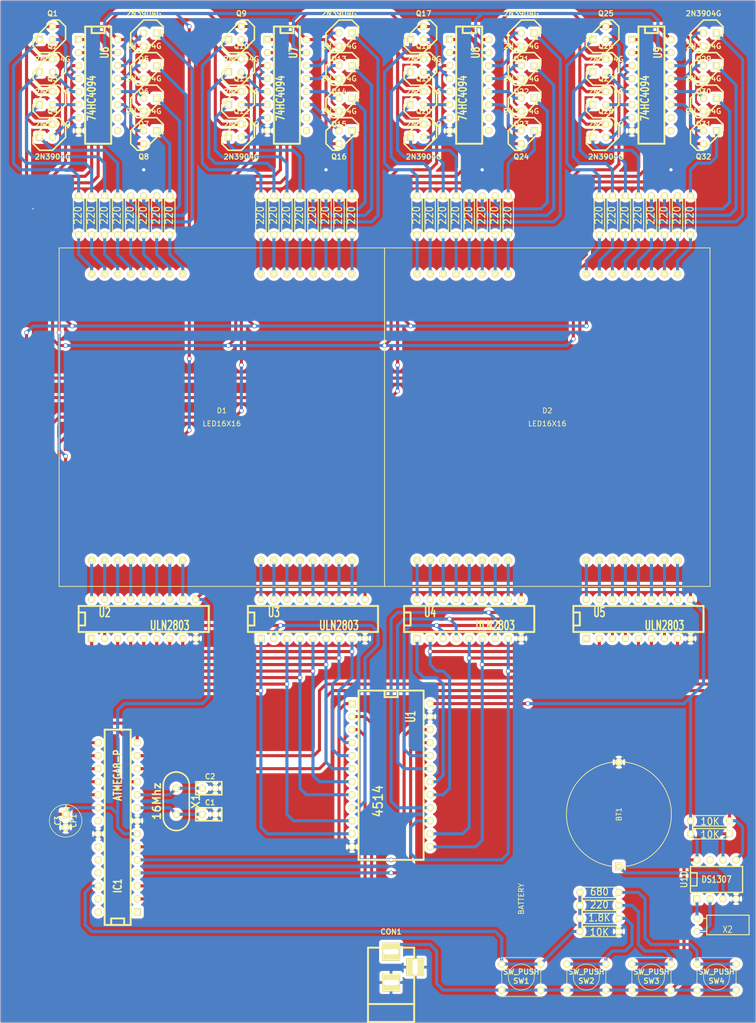
<source format=kicad_pcb>
(kicad_pcb (version 3) (host pcbnew "(2013-may-18)-stable")
  (layers (15 F.Cu signal) (0 B.Cu signal) (18 B.Paste user) (19 F.Paste user) (20 B.SilkS user) (21 F.SilkS user) (22 B.Mask user) (23 F.Mask user) (28 Edge.Cuts user))
  (net 0 "")
  (net 1 +5V)
  (net 2 /BAT+)
  (net 3 /BUTTONS)
  (net 4 /CP)
  (net 5 /D1)
  (net 6 /D2)
  (net 7 /D3)
  (net 8 /D4)
  (net 9 /DATA0)
  (net 10 /DATA1)
  (net 11 /DATA2)
  (net 12 /DATA3)
  (net 13 /G1)
  (net 14 /G10)
  (net 15 /G11)
  (net 16 /G12)
  (net 17 /G13)
  (net 18 /G14)
  (net 19 /G15)
  (net 20 /G16)
  (net 21 /G17)
  (net 22 /G18)
  (net 23 /G19)
  (net 24 /G2)
  (net 25 /G20)
  (net 26 /G21)
  (net 27 /G22)
  (net 28 /G23)
  (net 29 /G24)
  (net 30 /G25)
  (net 31 /G26)
  (net 32 /G27)
  (net 33 /G28)
  (net 34 /G29)
  (net 35 /G3)
  (net 36 /G30)
  (net 37 /G31)
  (net 38 /G32)
  (net 39 /G4)
  (net 40 /G5)
  (net 41 /G6)
  (net 42 /G7)
  (net 43 /G8)
  (net 44 /G9)
  (net 45 /OE)
  (net 46 /SCL)
  (net 47 /SDA)
  (net 48 /STR)
  (net 49 /STRB)
  (net 50 /V1)
  (net 51 /V10)
  (net 52 /V11)
  (net 53 /V12)
  (net 54 /V13)
  (net 55 /V14)
  (net 56 /V15)
  (net 57 /V16)
  (net 58 /V17)
  (net 59 /V18)
  (net 60 /V19)
  (net 61 /V2)
  (net 62 /V20)
  (net 63 /V21)
  (net 64 /V22)
  (net 65 /V23)
  (net 66 /V24)
  (net 67 /V25)
  (net 68 /V26)
  (net 69 /V27)
  (net 70 /V28)
  (net 71 /V29)
  (net 72 /V3)
  (net 73 /V30)
  (net 74 /V31)
  (net 75 /V32)
  (net 76 /V4)
  (net 77 /V5)
  (net 78 /V6)
  (net 79 /V7)
  (net 80 /V8)
  (net 81 /V9)
  (net 82 GND)
  (net 83 N-000001)
  (net 84 N-0000010)
  (net 85 N-00000100)
  (net 86 N-00000103)
  (net 87 N-00000106)
  (net 88 N-00000107)
  (net 89 N-00000108)
  (net 90 N-00000109)
  (net 91 N-0000011)
  (net 92 N-00000110)
  (net 93 N-00000111)
  (net 94 N-00000112)
  (net 95 N-00000113)
  (net 96 N-00000114)
  (net 97 N-00000115)
  (net 98 N-00000116)
  (net 99 N-0000012)
  (net 100 N-00000121)
  (net 101 N-00000123)
  (net 102 N-00000125)
  (net 103 N-00000127)
  (net 104 N-0000013)
  (net 105 N-0000014)
  (net 106 N-00000141)
  (net 107 N-0000015)
  (net 108 N-0000016)
  (net 109 N-00000161)
  (net 110 N-00000163)
  (net 111 N-00000164)
  (net 112 N-00000165)
  (net 113 N-00000166)
  (net 114 N-00000167)
  (net 115 N-00000168)
  (net 116 N-00000169)
  (net 117 N-00000172)
  (net 118 N-00000174)
  (net 119 N-00000177)
  (net 120 N-00000179)
  (net 121 N-00000182)
  (net 122 N-00000183)
  (net 123 N-00000184)
  (net 124 N-00000185)
  (net 125 N-000002)
  (net 126 N-0000022)
  (net 127 N-0000023)
  (net 128 N-0000024)
  (net 129 N-0000025)
  (net 130 N-0000026)
  (net 131 N-0000027)
  (net 132 N-0000028)
  (net 133 N-0000029)
  (net 134 N-000003)
  (net 135 N-0000037)
  (net 136 N-0000038)
  (net 137 N-0000039)
  (net 138 N-000004)
  (net 139 N-0000040)
  (net 140 N-0000041)
  (net 141 N-0000042)
  (net 142 N-0000043)
  (net 143 N-0000044)
  (net 144 N-0000045)
  (net 145 N-0000046)
  (net 146 N-0000047)
  (net 147 N-0000048)
  (net 148 N-0000049)
  (net 149 N-0000050)
  (net 150 N-0000051)
  (net 151 N-0000052)
  (net 152 N-0000053)
  (net 153 N-0000054)
  (net 154 N-0000055)
  (net 155 N-0000056)
  (net 156 N-0000057)
  (net 157 N-0000058)
  (net 158 N-0000059)
  (net 159 N-0000060)
  (net 160 N-0000061)
  (net 161 N-0000062)
  (net 162 N-0000064)
  (net 163 N-0000065)
  (net 164 N-000007)
  (net 165 N-0000079)
  (net 166 N-000008)
  (net 167 N-0000080)
  (net 168 N-000009)
  (net 169 N-0000099)
  (module TO92 (layer F.Cu) (at 168.91 64.77)
    (fp_text reference Q32 (at -1.27 3.81) (layer F.SilkS) (effects (font (size 1.016 1.016) (thickness 0.2032))))
    (fp_text value 2N3904G (at -1.27 -5.08) (layer F.SilkS) (effects (font (size 1.016 1.016) (thickness 0.2032))))
    (pad 1 thru_hole rect (at 1.27 -1.27) (size 1.397 1.397) (drill 0.8128) (layers *.Cu *.Mask F.SilkS) (net 161 N-0000062))
    (pad 2 thru_hole circle (at -1.27 -1.27) (size 1.397 1.397) (drill 0.8128) (layers *.Cu *.Mask F.SilkS) (net 75 /V32))
    (pad 3 thru_hole circle (at -1.27 1.27) (size 1.397 1.397) (drill 0.8128) (layers *.Cu *.Mask F.SilkS) (net 1 +5V))
  )
  (module TO92 (layer F.Cu) (at 111.76 50.8 180)
    (fp_text reference Q18 (at -1.27 3.81 180) (layer F.SilkS) (effects (font (size 1.016 1.016) (thickness 0.2032))))
    (fp_text value 2N3904G (at -1.27 -5.08 180) (layer F.SilkS) (effects (font (size 1.016 1.016) (thickness 0.2032))))
    (pad 1 thru_hole rect (at 1.27 -1.27 180) (size 1.397 1.397) (drill 0.8128) (layers *.Cu *.Mask F.SilkS) (net 153 N-0000054))
    (pad 2 thru_hole circle (at -1.27 -1.27 180) (size 1.397 1.397) (drill 0.8128) (layers *.Cu *.Mask F.SilkS) (net 59 /V18))
    (pad 3 thru_hole circle (at -1.27 1.27 180) (size 1.397 1.397) (drill 0.8128) (layers *.Cu *.Mask F.SilkS) (net 1 +5V))
  )
  (module TO92 (layer F.Cu) (at 59.69 52.07)
    (fp_text reference Q6 (at -1.27 3.81) (layer F.SilkS) (effects (font (size 1.016 1.016) (thickness 0.2032))))
    (fp_text value 2N3904G (at -1.27 -5.08) (layer F.SilkS) (effects (font (size 1.016 1.016) (thickness 0.2032))))
    (pad 1 thru_hole rect (at 1.27 -1.27) (size 1.397 1.397) (drill 0.8128) (layers *.Cu *.Mask F.SilkS) (net 125 N-000002))
    (pad 2 thru_hole circle (at -1.27 -1.27) (size 1.397 1.397) (drill 0.8128) (layers *.Cu *.Mask F.SilkS) (net 78 /V6))
    (pad 3 thru_hole circle (at -1.27 1.27) (size 1.397 1.397) (drill 0.8128) (layers *.Cu *.Mask F.SilkS) (net 1 +5V))
  )
  (module TO92 (layer F.Cu) (at 59.69 64.77)
    (fp_text reference Q8 (at -1.27 3.81) (layer F.SilkS) (effects (font (size 1.016 1.016) (thickness 0.2032))))
    (fp_text value 2N3904G (at -1.27 -5.08) (layer F.SilkS) (effects (font (size 1.016 1.016) (thickness 0.2032))))
    (pad 1 thru_hole rect (at 1.27 -1.27) (size 1.397 1.397) (drill 0.8128) (layers *.Cu *.Mask F.SilkS) (net 108 N-0000016))
    (pad 2 thru_hole circle (at -1.27 -1.27) (size 1.397 1.397) (drill 0.8128) (layers *.Cu *.Mask F.SilkS) (net 80 /V8))
    (pad 3 thru_hole circle (at -1.27 1.27) (size 1.397 1.397) (drill 0.8128) (layers *.Cu *.Mask F.SilkS) (net 1 +5V))
  )
  (module TO92 (layer F.Cu) (at 76.2 50.8 180)
    (fp_text reference Q10 (at -1.27 3.81 180) (layer F.SilkS) (effects (font (size 1.016 1.016) (thickness 0.2032))))
    (fp_text value 2N3904G (at -1.27 -5.08 180) (layer F.SilkS) (effects (font (size 1.016 1.016) (thickness 0.2032))))
    (pad 1 thru_hole rect (at 1.27 -1.27 180) (size 1.397 1.397) (drill 0.8128) (layers *.Cu *.Mask F.SilkS) (net 168 N-000009))
    (pad 2 thru_hole circle (at -1.27 -1.27 180) (size 1.397 1.397) (drill 0.8128) (layers *.Cu *.Mask F.SilkS) (net 51 /V10))
    (pad 3 thru_hole circle (at -1.27 1.27 180) (size 1.397 1.397) (drill 0.8128) (layers *.Cu *.Mask F.SilkS) (net 1 +5V))
  )
  (module TO92 (layer F.Cu) (at 76.2 63.5 180)
    (fp_text reference Q12 (at -1.27 3.81 180) (layer F.SilkS) (effects (font (size 1.016 1.016) (thickness 0.2032))))
    (fp_text value 2N3904G (at -1.27 -5.08 180) (layer F.SilkS) (effects (font (size 1.016 1.016) (thickness 0.2032))))
    (pad 1 thru_hole rect (at 1.27 -1.27 180) (size 1.397 1.397) (drill 0.8128) (layers *.Cu *.Mask F.SilkS) (net 164 N-000007))
    (pad 2 thru_hole circle (at -1.27 -1.27 180) (size 1.397 1.397) (drill 0.8128) (layers *.Cu *.Mask F.SilkS) (net 53 /V12))
    (pad 3 thru_hole circle (at -1.27 1.27 180) (size 1.397 1.397) (drill 0.8128) (layers *.Cu *.Mask F.SilkS) (net 1 +5V))
  )
  (module TO92 (layer F.Cu) (at 97.79 52.07)
    (fp_text reference Q14 (at -1.27 3.81) (layer F.SilkS) (effects (font (size 1.016 1.016) (thickness 0.2032))))
    (fp_text value 2N3904G (at -1.27 -5.08) (layer F.SilkS) (effects (font (size 1.016 1.016) (thickness 0.2032))))
    (pad 1 thru_hole rect (at 1.27 -1.27) (size 1.397 1.397) (drill 0.8128) (layers *.Cu *.Mask F.SilkS) (net 99 N-0000012))
    (pad 2 thru_hole circle (at -1.27 -1.27) (size 1.397 1.397) (drill 0.8128) (layers *.Cu *.Mask F.SilkS) (net 55 /V14))
    (pad 3 thru_hole circle (at -1.27 1.27) (size 1.397 1.397) (drill 0.8128) (layers *.Cu *.Mask F.SilkS) (net 1 +5V))
  )
  (module TO92 (layer F.Cu) (at 97.79 64.77)
    (fp_text reference Q16 (at -1.27 3.81) (layer F.SilkS) (effects (font (size 1.016 1.016) (thickness 0.2032))))
    (fp_text value 2N3904G (at -1.27 -5.08) (layer F.SilkS) (effects (font (size 1.016 1.016) (thickness 0.2032))))
    (pad 1 thru_hole rect (at 1.27 -1.27) (size 1.397 1.397) (drill 0.8128) (layers *.Cu *.Mask F.SilkS) (net 148 N-0000049))
    (pad 2 thru_hole circle (at -1.27 -1.27) (size 1.397 1.397) (drill 0.8128) (layers *.Cu *.Mask F.SilkS) (net 57 /V16))
    (pad 3 thru_hole circle (at -1.27 1.27) (size 1.397 1.397) (drill 0.8128) (layers *.Cu *.Mask F.SilkS) (net 1 +5V))
  )
  (module TO92 (layer F.Cu) (at 133.35 52.07)
    (fp_text reference Q22 (at -1.27 3.81) (layer F.SilkS) (effects (font (size 1.016 1.016) (thickness 0.2032))))
    (fp_text value 2N3904G (at -1.27 -5.08) (layer F.SilkS) (effects (font (size 1.016 1.016) (thickness 0.2032))))
    (pad 1 thru_hole rect (at 1.27 -1.27) (size 1.397 1.397) (drill 0.8128) (layers *.Cu *.Mask F.SilkS) (net 150 N-0000051))
    (pad 2 thru_hole circle (at -1.27 -1.27) (size 1.397 1.397) (drill 0.8128) (layers *.Cu *.Mask F.SilkS) (net 64 /V22))
    (pad 3 thru_hole circle (at -1.27 1.27) (size 1.397 1.397) (drill 0.8128) (layers *.Cu *.Mask F.SilkS) (net 1 +5V))
  )
  (module TO92 (layer F.Cu) (at 111.76 63.5 180)
    (fp_text reference Q20 (at -1.27 3.81 180) (layer F.SilkS) (effects (font (size 1.016 1.016) (thickness 0.2032))))
    (fp_text value 2N3904G (at -1.27 -5.08 180) (layer F.SilkS) (effects (font (size 1.016 1.016) (thickness 0.2032))))
    (pad 1 thru_hole rect (at 1.27 -1.27 180) (size 1.397 1.397) (drill 0.8128) (layers *.Cu *.Mask F.SilkS) (net 151 N-0000052))
    (pad 2 thru_hole circle (at -1.27 -1.27 180) (size 1.397 1.397) (drill 0.8128) (layers *.Cu *.Mask F.SilkS) (net 62 /V20))
    (pad 3 thru_hole circle (at -1.27 1.27 180) (size 1.397 1.397) (drill 0.8128) (layers *.Cu *.Mask F.SilkS) (net 1 +5V))
  )
  (module TO92 (layer F.Cu) (at 39.37 63.5 180)
    (fp_text reference Q4 (at -1.27 3.81 180) (layer F.SilkS) (effects (font (size 1.016 1.016) (thickness 0.2032))))
    (fp_text value 2N3904G (at -1.27 -5.08 180) (layer F.SilkS) (effects (font (size 1.016 1.016) (thickness 0.2032))))
    (pad 1 thru_hole rect (at 1.27 -1.27 180) (size 1.397 1.397) (drill 0.8128) (layers *.Cu *.Mask F.SilkS) (net 138 N-000004))
    (pad 2 thru_hole circle (at -1.27 -1.27 180) (size 1.397 1.397) (drill 0.8128) (layers *.Cu *.Mask F.SilkS) (net 76 /V4))
    (pad 3 thru_hole circle (at -1.27 1.27 180) (size 1.397 1.397) (drill 0.8128) (layers *.Cu *.Mask F.SilkS) (net 1 +5V))
  )
  (module TO92 (layer F.Cu) (at 168.91 58.42)
    (fp_text reference Q31 (at -1.27 3.81) (layer F.SilkS) (effects (font (size 1.016 1.016) (thickness 0.2032))))
    (fp_text value 2N3904G (at -1.27 -5.08) (layer F.SilkS) (effects (font (size 1.016 1.016) (thickness 0.2032))))
    (pad 1 thru_hole rect (at 1.27 -1.27) (size 1.397 1.397) (drill 0.8128) (layers *.Cu *.Mask F.SilkS) (net 160 N-0000061))
    (pad 2 thru_hole circle (at -1.27 -1.27) (size 1.397 1.397) (drill 0.8128) (layers *.Cu *.Mask F.SilkS) (net 74 /V31))
    (pad 3 thru_hole circle (at -1.27 1.27) (size 1.397 1.397) (drill 0.8128) (layers *.Cu *.Mask F.SilkS) (net 1 +5V))
  )
  (module TO92 (layer F.Cu) (at 168.91 45.72)
    (fp_text reference Q29 (at -1.27 3.81) (layer F.SilkS) (effects (font (size 1.016 1.016) (thickness 0.2032))))
    (fp_text value 2N3904G (at -1.27 -5.08) (layer F.SilkS) (effects (font (size 1.016 1.016) (thickness 0.2032))))
    (pad 1 thru_hole rect (at 1.27 -1.27) (size 1.397 1.397) (drill 0.8128) (layers *.Cu *.Mask F.SilkS) (net 159 N-0000060))
    (pad 2 thru_hole circle (at -1.27 -1.27) (size 1.397 1.397) (drill 0.8128) (layers *.Cu *.Mask F.SilkS) (net 71 /V29))
    (pad 3 thru_hole circle (at -1.27 1.27) (size 1.397 1.397) (drill 0.8128) (layers *.Cu *.Mask F.SilkS) (net 1 +5V))
  )
  (module TO92 (layer F.Cu) (at 147.32 57.15 180)
    (fp_text reference Q27 (at -1.27 3.81 180) (layer F.SilkS) (effects (font (size 1.016 1.016) (thickness 0.2032))))
    (fp_text value 2N3904G (at -1.27 -5.08 180) (layer F.SilkS) (effects (font (size 1.016 1.016) (thickness 0.2032))))
    (pad 1 thru_hole rect (at 1.27 -1.27 180) (size 1.397 1.397) (drill 0.8128) (layers *.Cu *.Mask F.SilkS) (net 147 N-0000048))
    (pad 2 thru_hole circle (at -1.27 -1.27 180) (size 1.397 1.397) (drill 0.8128) (layers *.Cu *.Mask F.SilkS) (net 69 /V27))
    (pad 3 thru_hole circle (at -1.27 1.27 180) (size 1.397 1.397) (drill 0.8128) (layers *.Cu *.Mask F.SilkS) (net 1 +5V))
  )
  (module TO92 (layer F.Cu) (at 147.32 44.45 180)
    (fp_text reference Q25 (at -1.27 3.81 180) (layer F.SilkS) (effects (font (size 1.016 1.016) (thickness 0.2032))))
    (fp_text value 2N3904G (at -1.27 -5.08 180) (layer F.SilkS) (effects (font (size 1.016 1.016) (thickness 0.2032))))
    (pad 1 thru_hole rect (at 1.27 -1.27 180) (size 1.397 1.397) (drill 0.8128) (layers *.Cu *.Mask F.SilkS) (net 145 N-0000046))
    (pad 2 thru_hole circle (at -1.27 -1.27 180) (size 1.397 1.397) (drill 0.8128) (layers *.Cu *.Mask F.SilkS) (net 67 /V25))
    (pad 3 thru_hole circle (at -1.27 1.27 180) (size 1.397 1.397) (drill 0.8128) (layers *.Cu *.Mask F.SilkS) (net 1 +5V))
  )
  (module TO92 (layer F.Cu) (at 133.35 58.42)
    (fp_text reference Q23 (at -1.27 3.81) (layer F.SilkS) (effects (font (size 1.016 1.016) (thickness 0.2032))))
    (fp_text value 2N3904G (at -1.27 -5.08) (layer F.SilkS) (effects (font (size 1.016 1.016) (thickness 0.2032))))
    (pad 1 thru_hole rect (at 1.27 -1.27) (size 1.397 1.397) (drill 0.8128) (layers *.Cu *.Mask F.SilkS) (net 144 N-0000045))
    (pad 2 thru_hole circle (at -1.27 -1.27) (size 1.397 1.397) (drill 0.8128) (layers *.Cu *.Mask F.SilkS) (net 65 /V23))
    (pad 3 thru_hole circle (at -1.27 1.27) (size 1.397 1.397) (drill 0.8128) (layers *.Cu *.Mask F.SilkS) (net 1 +5V))
  )
  (module TO92 (layer F.Cu) (at 133.35 45.72)
    (fp_text reference Q21 (at -1.27 3.81) (layer F.SilkS) (effects (font (size 1.016 1.016) (thickness 0.2032))))
    (fp_text value 2N3904G (at -1.27 -5.08) (layer F.SilkS) (effects (font (size 1.016 1.016) (thickness 0.2032))))
    (pad 1 thru_hole rect (at 1.27 -1.27) (size 1.397 1.397) (drill 0.8128) (layers *.Cu *.Mask F.SilkS) (net 143 N-0000044))
    (pad 2 thru_hole circle (at -1.27 -1.27) (size 1.397 1.397) (drill 0.8128) (layers *.Cu *.Mask F.SilkS) (net 63 /V21))
    (pad 3 thru_hole circle (at -1.27 1.27) (size 1.397 1.397) (drill 0.8128) (layers *.Cu *.Mask F.SilkS) (net 1 +5V))
  )
  (module TO92 (layer F.Cu) (at 111.76 57.15 180)
    (fp_text reference Q19 (at -1.27 3.81 180) (layer F.SilkS) (effects (font (size 1.016 1.016) (thickness 0.2032))))
    (fp_text value 2N3904G (at -1.27 -5.08 180) (layer F.SilkS) (effects (font (size 1.016 1.016) (thickness 0.2032))))
    (pad 1 thru_hole rect (at 1.27 -1.27 180) (size 1.397 1.397) (drill 0.8128) (layers *.Cu *.Mask F.SilkS) (net 152 N-0000053))
    (pad 2 thru_hole circle (at -1.27 -1.27 180) (size 1.397 1.397) (drill 0.8128) (layers *.Cu *.Mask F.SilkS) (net 60 /V19))
    (pad 3 thru_hole circle (at -1.27 1.27 180) (size 1.397 1.397) (drill 0.8128) (layers *.Cu *.Mask F.SilkS) (net 1 +5V))
  )
  (module TO92 (layer F.Cu) (at 111.76 44.45 180)
    (fp_text reference Q17 (at -1.27 3.81 180) (layer F.SilkS) (effects (font (size 1.016 1.016) (thickness 0.2032))))
    (fp_text value 2N3904G (at -1.27 -5.08 180) (layer F.SilkS) (effects (font (size 1.016 1.016) (thickness 0.2032))))
    (pad 1 thru_hole rect (at 1.27 -1.27 180) (size 1.397 1.397) (drill 0.8128) (layers *.Cu *.Mask F.SilkS) (net 149 N-0000050))
    (pad 2 thru_hole circle (at -1.27 -1.27 180) (size 1.397 1.397) (drill 0.8128) (layers *.Cu *.Mask F.SilkS) (net 58 /V17))
    (pad 3 thru_hole circle (at -1.27 1.27 180) (size 1.397 1.397) (drill 0.8128) (layers *.Cu *.Mask F.SilkS) (net 1 +5V))
  )
  (module TO92 (layer F.Cu) (at 39.37 44.45 180)
    (fp_text reference Q1 (at -1.27 3.81 180) (layer F.SilkS) (effects (font (size 1.016 1.016) (thickness 0.2032))))
    (fp_text value 2N3904G (at -1.27 -5.08 180) (layer F.SilkS) (effects (font (size 1.016 1.016) (thickness 0.2032))))
    (pad 1 thru_hole rect (at 1.27 -1.27 180) (size 1.397 1.397) (drill 0.8128) (layers *.Cu *.Mask F.SilkS) (net 83 N-000001))
    (pad 2 thru_hole circle (at -1.27 -1.27 180) (size 1.397 1.397) (drill 0.8128) (layers *.Cu *.Mask F.SilkS) (net 50 /V1))
    (pad 3 thru_hole circle (at -1.27 1.27 180) (size 1.397 1.397) (drill 0.8128) (layers *.Cu *.Mask F.SilkS) (net 1 +5V))
  )
  (module TO92 (layer F.Cu) (at 168.91 52.07)
    (fp_text reference Q30 (at -1.27 3.81) (layer F.SilkS) (effects (font (size 1.016 1.016) (thickness 0.2032))))
    (fp_text value 2N3904G (at -1.27 -5.08) (layer F.SilkS) (effects (font (size 1.016 1.016) (thickness 0.2032))))
    (pad 1 thru_hole rect (at 1.27 -1.27) (size 1.397 1.397) (drill 0.8128) (layers *.Cu *.Mask F.SilkS) (net 157 N-0000058))
    (pad 2 thru_hole circle (at -1.27 -1.27) (size 1.397 1.397) (drill 0.8128) (layers *.Cu *.Mask F.SilkS) (net 73 /V30))
    (pad 3 thru_hole circle (at -1.27 1.27) (size 1.397 1.397) (drill 0.8128) (layers *.Cu *.Mask F.SilkS) (net 1 +5V))
  )
  (module TO92 (layer F.Cu) (at 147.32 63.5 180)
    (fp_text reference Q28 (at -1.27 3.81 180) (layer F.SilkS) (effects (font (size 1.016 1.016) (thickness 0.2032))))
    (fp_text value 2N3904G (at -1.27 -5.08 180) (layer F.SilkS) (effects (font (size 1.016 1.016) (thickness 0.2032))))
    (pad 1 thru_hole rect (at 1.27 -1.27 180) (size 1.397 1.397) (drill 0.8128) (layers *.Cu *.Mask F.SilkS) (net 158 N-0000059))
    (pad 2 thru_hole circle (at -1.27 -1.27 180) (size 1.397 1.397) (drill 0.8128) (layers *.Cu *.Mask F.SilkS) (net 70 /V28))
    (pad 3 thru_hole circle (at -1.27 1.27 180) (size 1.397 1.397) (drill 0.8128) (layers *.Cu *.Mask F.SilkS) (net 1 +5V))
  )
  (module TO92 (layer F.Cu) (at 147.32 50.8 180)
    (fp_text reference Q26 (at -1.27 3.81 180) (layer F.SilkS) (effects (font (size 1.016 1.016) (thickness 0.2032))))
    (fp_text value 2N3904G (at -1.27 -5.08 180) (layer F.SilkS) (effects (font (size 1.016 1.016) (thickness 0.2032))))
    (pad 1 thru_hole rect (at 1.27 -1.27 180) (size 1.397 1.397) (drill 0.8128) (layers *.Cu *.Mask F.SilkS) (net 146 N-0000047))
    (pad 2 thru_hole circle (at -1.27 -1.27 180) (size 1.397 1.397) (drill 0.8128) (layers *.Cu *.Mask F.SilkS) (net 68 /V26))
    (pad 3 thru_hole circle (at -1.27 1.27 180) (size 1.397 1.397) (drill 0.8128) (layers *.Cu *.Mask F.SilkS) (net 1 +5V))
  )
  (module TO92 (layer F.Cu) (at 133.35 64.77)
    (fp_text reference Q24 (at -1.27 3.81) (layer F.SilkS) (effects (font (size 1.016 1.016) (thickness 0.2032))))
    (fp_text value 2N3904G (at -1.27 -5.08) (layer F.SilkS) (effects (font (size 1.016 1.016) (thickness 0.2032))))
    (pad 1 thru_hole rect (at 1.27 -1.27) (size 1.397 1.397) (drill 0.8128) (layers *.Cu *.Mask F.SilkS) (net 142 N-0000043))
    (pad 2 thru_hole circle (at -1.27 -1.27) (size 1.397 1.397) (drill 0.8128) (layers *.Cu *.Mask F.SilkS) (net 66 /V24))
    (pad 3 thru_hole circle (at -1.27 1.27) (size 1.397 1.397) (drill 0.8128) (layers *.Cu *.Mask F.SilkS) (net 1 +5V))
  )
  (module TO92 (layer F.Cu) (at 39.37 50.8 180)
    (fp_text reference Q2 (at -1.27 3.81 180) (layer F.SilkS) (effects (font (size 1.016 1.016) (thickness 0.2032))))
    (fp_text value 2N3904G (at -1.27 -5.08 180) (layer F.SilkS) (effects (font (size 1.016 1.016) (thickness 0.2032))))
    (pad 1 thru_hole rect (at 1.27 -1.27 180) (size 1.397 1.397) (drill 0.8128) (layers *.Cu *.Mask F.SilkS) (net 105 N-0000014))
    (pad 2 thru_hole circle (at -1.27 -1.27 180) (size 1.397 1.397) (drill 0.8128) (layers *.Cu *.Mask F.SilkS) (net 61 /V2))
    (pad 3 thru_hole circle (at -1.27 1.27 180) (size 1.397 1.397) (drill 0.8128) (layers *.Cu *.Mask F.SilkS) (net 1 +5V))
  )
  (module TO92 (layer F.Cu) (at 39.37 57.15 180)
    (fp_text reference Q3 (at -1.27 3.81 180) (layer F.SilkS) (effects (font (size 1.016 1.016) (thickness 0.2032))))
    (fp_text value 2N3904G (at -1.27 -5.08 180) (layer F.SilkS) (effects (font (size 1.016 1.016) (thickness 0.2032))))
    (pad 1 thru_hole rect (at 1.27 -1.27 180) (size 1.397 1.397) (drill 0.8128) (layers *.Cu *.Mask F.SilkS) (net 104 N-0000013))
    (pad 2 thru_hole circle (at -1.27 -1.27 180) (size 1.397 1.397) (drill 0.8128) (layers *.Cu *.Mask F.SilkS) (net 72 /V3))
    (pad 3 thru_hole circle (at -1.27 1.27 180) (size 1.397 1.397) (drill 0.8128) (layers *.Cu *.Mask F.SilkS) (net 1 +5V))
  )
  (module TO92 (layer F.Cu) (at 59.69 45.72)
    (fp_text reference Q5 (at -1.27 3.81) (layer F.SilkS) (effects (font (size 1.016 1.016) (thickness 0.2032))))
    (fp_text value 2N3904G (at -1.27 -5.08) (layer F.SilkS) (effects (font (size 1.016 1.016) (thickness 0.2032))))
    (pad 1 thru_hole rect (at 1.27 -1.27) (size 1.397 1.397) (drill 0.8128) (layers *.Cu *.Mask F.SilkS) (net 134 N-000003))
    (pad 2 thru_hole circle (at -1.27 -1.27) (size 1.397 1.397) (drill 0.8128) (layers *.Cu *.Mask F.SilkS) (net 77 /V5))
    (pad 3 thru_hole circle (at -1.27 1.27) (size 1.397 1.397) (drill 0.8128) (layers *.Cu *.Mask F.SilkS) (net 1 +5V))
  )
  (module TO92 (layer F.Cu) (at 59.69 58.42)
    (fp_text reference Q7 (at -1.27 3.81) (layer F.SilkS) (effects (font (size 1.016 1.016) (thickness 0.2032))))
    (fp_text value 2N3904G (at -1.27 -5.08) (layer F.SilkS) (effects (font (size 1.016 1.016) (thickness 0.2032))))
    (pad 1 thru_hole rect (at 1.27 -1.27) (size 1.397 1.397) (drill 0.8128) (layers *.Cu *.Mask F.SilkS) (net 107 N-0000015))
    (pad 2 thru_hole circle (at -1.27 -1.27) (size 1.397 1.397) (drill 0.8128) (layers *.Cu *.Mask F.SilkS) (net 79 /V7))
    (pad 3 thru_hole circle (at -1.27 1.27) (size 1.397 1.397) (drill 0.8128) (layers *.Cu *.Mask F.SilkS) (net 1 +5V))
  )
  (module TO92 (layer F.Cu) (at 76.2 44.45 180)
    (fp_text reference Q9 (at -1.27 3.81 180) (layer F.SilkS) (effects (font (size 1.016 1.016) (thickness 0.2032))))
    (fp_text value 2N3904G (at -1.27 -5.08 180) (layer F.SilkS) (effects (font (size 1.016 1.016) (thickness 0.2032))))
    (pad 1 thru_hole rect (at 1.27 -1.27 180) (size 1.397 1.397) (drill 0.8128) (layers *.Cu *.Mask F.SilkS) (net 166 N-000008))
    (pad 2 thru_hole circle (at -1.27 -1.27 180) (size 1.397 1.397) (drill 0.8128) (layers *.Cu *.Mask F.SilkS) (net 81 /V9))
    (pad 3 thru_hole circle (at -1.27 1.27 180) (size 1.397 1.397) (drill 0.8128) (layers *.Cu *.Mask F.SilkS) (net 1 +5V))
  )
  (module TO92 (layer F.Cu) (at 76.2 57.15 180)
    (fp_text reference Q11 (at -1.27 3.81 180) (layer F.SilkS) (effects (font (size 1.016 1.016) (thickness 0.2032))))
    (fp_text value 2N3904G (at -1.27 -5.08 180) (layer F.SilkS) (effects (font (size 1.016 1.016) (thickness 0.2032))))
    (pad 1 thru_hole rect (at 1.27 -1.27 180) (size 1.397 1.397) (drill 0.8128) (layers *.Cu *.Mask F.SilkS) (net 84 N-0000010))
    (pad 2 thru_hole circle (at -1.27 -1.27 180) (size 1.397 1.397) (drill 0.8128) (layers *.Cu *.Mask F.SilkS) (net 52 /V11))
    (pad 3 thru_hole circle (at -1.27 1.27 180) (size 1.397 1.397) (drill 0.8128) (layers *.Cu *.Mask F.SilkS) (net 1 +5V))
  )
  (module TO92 (layer F.Cu) (at 97.79 45.72)
    (fp_text reference Q13 (at -1.27 3.81) (layer F.SilkS) (effects (font (size 1.016 1.016) (thickness 0.2032))))
    (fp_text value 2N3904G (at -1.27 -5.08) (layer F.SilkS) (effects (font (size 1.016 1.016) (thickness 0.2032))))
    (pad 1 thru_hole rect (at 1.27 -1.27) (size 1.397 1.397) (drill 0.8128) (layers *.Cu *.Mask F.SilkS) (net 91 N-0000011))
    (pad 2 thru_hole circle (at -1.27 -1.27) (size 1.397 1.397) (drill 0.8128) (layers *.Cu *.Mask F.SilkS) (net 54 /V13))
    (pad 3 thru_hole circle (at -1.27 1.27) (size 1.397 1.397) (drill 0.8128) (layers *.Cu *.Mask F.SilkS) (net 1 +5V))
  )
  (module TO92 (layer F.Cu) (at 97.79 58.42)
    (fp_text reference Q15 (at -1.27 3.81) (layer F.SilkS) (effects (font (size 1.016 1.016) (thickness 0.2032))))
    (fp_text value 2N3904G (at -1.27 -5.08) (layer F.SilkS) (effects (font (size 1.016 1.016) (thickness 0.2032))))
    (pad 1 thru_hole rect (at 1.27 -1.27) (size 1.397 1.397) (drill 0.8128) (layers *.Cu *.Mask F.SilkS) (net 126 N-0000022))
    (pad 2 thru_hole circle (at -1.27 -1.27) (size 1.397 1.397) (drill 0.8128) (layers *.Cu *.Mask F.SilkS) (net 56 /V15))
    (pad 3 thru_hole circle (at -1.27 1.27) (size 1.397 1.397) (drill 0.8128) (layers *.Cu *.Mask F.SilkS) (net 1 +5V))
  )
  (module SW_PUSH_SMALL (layer F.Cu) (at 132.08 228.6 180)
    (fp_text reference SW1 (at 0 -0.762 180) (layer F.SilkS) (effects (font (size 1.016 1.016) (thickness 0.2032))))
    (fp_text value SW_PUSH (at 0 1.016 180) (layer F.SilkS) (effects (font (size 1.016 1.016) (thickness 0.2032))))
    (pad 1 thru_hole circle (at 3.81 -2.54 180) (size 1.397 1.397) (drill 0.8128) (layers *.Cu *.Mask F.SilkS) (net 1 +5V))
    (pad 2 thru_hole circle (at 3.81 2.54 180) (size 1.397 1.397) (drill 0.8128) (layers *.Cu *.Mask F.SilkS) (net 3 /BUTTONS))
    (pad 1 thru_hole circle (at -3.81 -2.54 180) (size 1.397 1.397) (drill 0.8128) (layers *.Cu *.Mask F.SilkS) (net 1 +5V))
    (pad 2 thru_hole circle (at -3.81 2.54 180) (size 1.397 1.397) (drill 0.8128) (layers *.Cu *.Mask F.SilkS) (net 3 /BUTTONS))
  )
  (module SW_PUSH_SMALL (layer F.Cu) (at 144.78 228.6 180)
    (fp_text reference SW2 (at 0 -0.762 180) (layer F.SilkS) (effects (font (size 1.016 1.016) (thickness 0.2032))))
    (fp_text value SW_PUSH (at 0 1.016 180) (layer F.SilkS) (effects (font (size 1.016 1.016) (thickness 0.2032))))
    (pad 1 thru_hole circle (at 3.81 -2.54 180) (size 1.397 1.397) (drill 0.8128) (layers *.Cu *.Mask F.SilkS) (net 1 +5V))
    (pad 2 thru_hole circle (at 3.81 2.54 180) (size 1.397 1.397) (drill 0.8128) (layers *.Cu *.Mask F.SilkS) (net 106 N-00000141))
    (pad 1 thru_hole circle (at -3.81 -2.54 180) (size 1.397 1.397) (drill 0.8128) (layers *.Cu *.Mask F.SilkS) (net 1 +5V))
    (pad 2 thru_hole circle (at -3.81 2.54 180) (size 1.397 1.397) (drill 0.8128) (layers *.Cu *.Mask F.SilkS) (net 106 N-00000141))
  )
  (module SW_PUSH_SMALL (layer F.Cu) (at 157.48 228.6 180)
    (fp_text reference SW3 (at 0 -0.762 180) (layer F.SilkS) (effects (font (size 1.016 1.016) (thickness 0.2032))))
    (fp_text value SW_PUSH (at 0 1.016 180) (layer F.SilkS) (effects (font (size 1.016 1.016) (thickness 0.2032))))
    (pad 1 thru_hole circle (at 3.81 -2.54 180) (size 1.397 1.397) (drill 0.8128) (layers *.Cu *.Mask F.SilkS) (net 1 +5V))
    (pad 2 thru_hole circle (at 3.81 2.54 180) (size 1.397 1.397) (drill 0.8128) (layers *.Cu *.Mask F.SilkS) (net 163 N-0000065))
    (pad 1 thru_hole circle (at -3.81 -2.54 180) (size 1.397 1.397) (drill 0.8128) (layers *.Cu *.Mask F.SilkS) (net 1 +5V))
    (pad 2 thru_hole circle (at -3.81 2.54 180) (size 1.397 1.397) (drill 0.8128) (layers *.Cu *.Mask F.SilkS) (net 163 N-0000065))
  )
  (module SW_PUSH_SMALL (layer F.Cu) (at 170.18 228.6 180)
    (fp_text reference SW4 (at 0 -0.762 180) (layer F.SilkS) (effects (font (size 1.016 1.016) (thickness 0.2032))))
    (fp_text value SW_PUSH (at 0 1.016 180) (layer F.SilkS) (effects (font (size 1.016 1.016) (thickness 0.2032))))
    (pad 1 thru_hole circle (at 3.81 -2.54 180) (size 1.397 1.397) (drill 0.8128) (layers *.Cu *.Mask F.SilkS) (net 1 +5V))
    (pad 2 thru_hole circle (at 3.81 2.54 180) (size 1.397 1.397) (drill 0.8128) (layers *.Cu *.Mask F.SilkS) (net 162 N-0000064))
    (pad 1 thru_hole circle (at -3.81 -2.54 180) (size 1.397 1.397) (drill 0.8128) (layers *.Cu *.Mask F.SilkS) (net 1 +5V))
    (pad 2 thru_hole circle (at -3.81 2.54 180) (size 1.397 1.397) (drill 0.8128) (layers *.Cu *.Mask F.SilkS) (net 162 N-0000064))
  )
  (module socket_CR2032 (layer F.Cu) (at 151.13 196.85 270)
    (fp_text reference BT1 (at 0 0 270) (layer F.SilkS))
    (fp_text value BATTERY (at 16.51 19.05 270) (layer F.SilkS))
    (pad 1 thru_hole rect (at 10.16 0 270) (size 1.5 1.5) (drill 0.6) (layers *.Cu *.Mask F.SilkS) (net 2 /BAT+))
    (pad 2 thru_hole circle (at -10.16 0 270) (size 1.5 1.5) (drill 0.6) (layers *.Cu *.Mask F.SilkS) (net 82 GND))
  )
  (module R3 (layer F.Cu) (at 160.02 80.01 270)
    (fp_text reference R65 hide)
    (fp_text value 220 (at 0 0.127 270) (layer F.SilkS) (effects (font (size 1.397 1.27) (thickness 0.2032))))
    (pad 1 thru_hole circle (at -3.81 0 270) (size 1.397 1.397) (drill 0.8128) (layers *.Cu *.Mask F.SilkS) (net 157 N-0000058))
    (pad 2 thru_hole circle (at 3.81 0 270) (size 1.397 1.397) (drill 0.8128) (layers *.Cu *.Mask F.SilkS) (net 117 N-00000172))
  )
  (module R3 (layer F.Cu) (at 114.3 80.01 270)
    (fp_text reference R53 hide)
    (fp_text value 220 (at 0 0.127 270) (layer F.SilkS) (effects (font (size 1.397 1.27) (thickness 0.2032))))
    (pad 1 thru_hole circle (at -3.81 0 270) (size 1.397 1.397) (drill 0.8128) (layers *.Cu *.Mask F.SilkS) (net 153 N-0000054))
    (pad 2 thru_hole circle (at 3.81 0 270) (size 1.397 1.397) (drill 0.8128) (layers *.Cu *.Mask F.SilkS) (net 114 N-00000167))
  )
  (module R3 (layer F.Cu) (at 111.76 80.01 270)
    (fp_text reference R52 hide)
    (fp_text value 220 (at 0 0.127 270) (layer F.SilkS) (effects (font (size 1.397 1.27) (thickness 0.2032))))
    (pad 1 thru_hole circle (at -3.81 0 270) (size 1.397 1.397) (drill 0.8128) (layers *.Cu *.Mask F.SilkS) (net 149 N-0000050))
    (pad 2 thru_hole circle (at 3.81 0 270) (size 1.397 1.397) (drill 0.8128) (layers *.Cu *.Mask F.SilkS) (net 115 N-00000168))
  )
  (module R3 (layer F.Cu) (at 154.94 80.01 270)
    (fp_text reference R63 hide)
    (fp_text value 220 (at 0 0.127 270) (layer F.SilkS) (effects (font (size 1.397 1.27) (thickness 0.2032))))
    (pad 1 thru_hole circle (at -3.81 0 270) (size 1.397 1.397) (drill 0.8128) (layers *.Cu *.Mask F.SilkS) (net 158 N-0000059))
    (pad 2 thru_hole circle (at 3.81 0 270) (size 1.397 1.397) (drill 0.8128) (layers *.Cu *.Mask F.SilkS) (net 119 N-00000177))
  )
  (module R3 (layer F.Cu) (at 168.91 198.12)
    (fp_text reference R13 hide)
    (fp_text value 10K (at 0 0.127) (layer F.SilkS) (effects (font (size 1.397 1.27) (thickness 0.2032))))
    (pad 1 thru_hole circle (at -3.81 0) (size 1.397 1.397) (drill 0.8128) (layers *.Cu *.Mask F.SilkS) (net 1 +5V))
    (pad 2 thru_hole circle (at 3.81 0) (size 1.397 1.397) (drill 0.8128) (layers *.Cu *.Mask F.SilkS) (net 47 /SDA))
  )
  (module R3 (layer F.Cu) (at 147.32 219.71)
    (fp_text reference R11 hide)
    (fp_text value 10K (at 0 0.127) (layer F.SilkS) (effects (font (size 1.397 1.27) (thickness 0.2032))))
    (pad 1 thru_hole circle (at -3.81 0) (size 1.397 1.397) (drill 0.8128) (layers *.Cu *.Mask F.SilkS) (net 3 /BUTTONS))
    (pad 2 thru_hole circle (at 3.81 0) (size 1.397 1.397) (drill 0.8128) (layers *.Cu *.Mask F.SilkS) (net 82 GND))
  )
  (module R3 (layer F.Cu) (at 147.32 212.09 180)
    (fp_text reference R3 hide)
    (fp_text value 680 (at 0 0.127 180) (layer F.SilkS) (effects (font (size 1.397 1.27) (thickness 0.2032))))
    (pad 1 thru_hole circle (at -3.81 0 180) (size 1.397 1.397) (drill 0.8128) (layers *.Cu *.Mask F.SilkS) (net 162 N-0000064))
    (pad 2 thru_hole circle (at 3.81 0 180) (size 1.397 1.397) (drill 0.8128) (layers *.Cu *.Mask F.SilkS) (net 3 /BUTTONS))
  )
  (module R3 (layer F.Cu) (at 147.32 214.63 180)
    (fp_text reference R2 hide)
    (fp_text value 220 (at 0 0.127 180) (layer F.SilkS) (effects (font (size 1.397 1.27) (thickness 0.2032))))
    (pad 1 thru_hole circle (at -3.81 0 180) (size 1.397 1.397) (drill 0.8128) (layers *.Cu *.Mask F.SilkS) (net 163 N-0000065))
    (pad 2 thru_hole circle (at 3.81 0 180) (size 1.397 1.397) (drill 0.8128) (layers *.Cu *.Mask F.SilkS) (net 3 /BUTTONS))
  )
  (module R3 (layer F.Cu) (at 147.32 217.17 180)
    (fp_text reference R1 hide)
    (fp_text value 1.8K (at 0 0.127 180) (layer F.SilkS) (effects (font (size 1.397 1.27) (thickness 0.2032))))
    (pad 1 thru_hole circle (at -3.81 0 180) (size 1.397 1.397) (drill 0.8128) (layers *.Cu *.Mask F.SilkS) (net 106 N-00000141))
    (pad 2 thru_hole circle (at 3.81 0 180) (size 1.397 1.397) (drill 0.8128) (layers *.Cu *.Mask F.SilkS) (net 3 /BUTTONS))
  )
  (module R3 (layer F.Cu) (at 165.1 80.01 270)
    (fp_text reference R67 hide)
    (fp_text value 220 (at 0 0.127 270) (layer F.SilkS) (effects (font (size 1.397 1.27) (thickness 0.2032))))
    (pad 1 thru_hole circle (at -3.81 0 270) (size 1.397 1.397) (drill 0.8128) (layers *.Cu *.Mask F.SilkS) (net 161 N-0000062))
    (pad 2 thru_hole circle (at 3.81 0 270) (size 1.397 1.397) (drill 0.8128) (layers *.Cu *.Mask F.SilkS) (net 109 N-00000161))
  )
  (module R3 (layer F.Cu) (at 162.56 80.01 270)
    (fp_text reference R66 hide)
    (fp_text value 220 (at 0 0.127 270) (layer F.SilkS) (effects (font (size 1.397 1.27) (thickness 0.2032))))
    (pad 1 thru_hole circle (at -3.81 0 270) (size 1.397 1.397) (drill 0.8128) (layers *.Cu *.Mask F.SilkS) (net 160 N-0000061))
    (pad 2 thru_hole circle (at 3.81 0 270) (size 1.397 1.397) (drill 0.8128) (layers *.Cu *.Mask F.SilkS) (net 110 N-00000163))
  )
  (module R3 (layer F.Cu) (at 168.91 200.66)
    (fp_text reference R12 hide)
    (fp_text value 10K (at 0 0.127) (layer F.SilkS) (effects (font (size 1.397 1.27) (thickness 0.2032))))
    (pad 1 thru_hole circle (at -3.81 0) (size 1.397 1.397) (drill 0.8128) (layers *.Cu *.Mask F.SilkS) (net 1 +5V))
    (pad 2 thru_hole circle (at 3.81 0) (size 1.397 1.397) (drill 0.8128) (layers *.Cu *.Mask F.SilkS) (net 46 /SCL))
  )
  (module R3 (layer F.Cu) (at 157.48 80.01 270)
    (fp_text reference R64 hide)
    (fp_text value 220 (at 0 0.127 270) (layer F.SilkS) (effects (font (size 1.397 1.27) (thickness 0.2032))))
    (pad 1 thru_hole circle (at -3.81 0 270) (size 1.397 1.397) (drill 0.8128) (layers *.Cu *.Mask F.SilkS) (net 159 N-0000060))
    (pad 2 thru_hole circle (at 3.81 0 270) (size 1.397 1.397) (drill 0.8128) (layers *.Cu *.Mask F.SilkS) (net 118 N-00000174))
  )
  (module R3 (layer F.Cu) (at 116.84 80.01 270)
    (fp_text reference R54 hide)
    (fp_text value 220 (at 0 0.127 270) (layer F.SilkS) (effects (font (size 1.397 1.27) (thickness 0.2032))))
    (pad 1 thru_hole circle (at -3.81 0 270) (size 1.397 1.397) (drill 0.8128) (layers *.Cu *.Mask F.SilkS) (net 152 N-0000053))
    (pad 2 thru_hole circle (at 3.81 0 270) (size 1.397 1.397) (drill 0.8128) (layers *.Cu *.Mask F.SilkS) (net 113 N-00000166))
  )
  (module R3 (layer F.Cu) (at 152.4 80.01 270)
    (fp_text reference R62 hide)
    (fp_text value 220 (at 0 0.127 270) (layer F.SilkS) (effects (font (size 1.397 1.27) (thickness 0.2032))))
    (pad 1 thru_hole circle (at -3.81 0 270) (size 1.397 1.397) (drill 0.8128) (layers *.Cu *.Mask F.SilkS) (net 147 N-0000048))
    (pad 2 thru_hole circle (at 3.81 0 270) (size 1.397 1.397) (drill 0.8128) (layers *.Cu *.Mask F.SilkS) (net 120 N-00000179))
  )
  (module R3 (layer F.Cu) (at 149.86 80.01 270)
    (fp_text reference R61 hide)
    (fp_text value 220 (at 0 0.127 270) (layer F.SilkS) (effects (font (size 1.397 1.27) (thickness 0.2032))))
    (pad 1 thru_hole circle (at -3.81 0 270) (size 1.397 1.397) (drill 0.8128) (layers *.Cu *.Mask F.SilkS) (net 146 N-0000047))
    (pad 2 thru_hole circle (at 3.81 0 270) (size 1.397 1.397) (drill 0.8128) (layers *.Cu *.Mask F.SilkS) (net 121 N-00000182))
  )
  (module R3 (layer F.Cu) (at 147.32 80.01 270)
    (fp_text reference R60 hide)
    (fp_text value 220 (at 0 0.127 270) (layer F.SilkS) (effects (font (size 1.397 1.27) (thickness 0.2032))))
    (pad 1 thru_hole circle (at -3.81 0 270) (size 1.397 1.397) (drill 0.8128) (layers *.Cu *.Mask F.SilkS) (net 145 N-0000046))
    (pad 2 thru_hole circle (at 3.81 0 270) (size 1.397 1.397) (drill 0.8128) (layers *.Cu *.Mask F.SilkS) (net 122 N-00000183))
  )
  (module R3 (layer F.Cu) (at 129.54 80.01 270)
    (fp_text reference R59 hide)
    (fp_text value 220 (at 0 0.127 270) (layer F.SilkS) (effects (font (size 1.397 1.27) (thickness 0.2032))))
    (pad 1 thru_hole circle (at -3.81 0 270) (size 1.397 1.397) (drill 0.8128) (layers *.Cu *.Mask F.SilkS) (net 142 N-0000043))
    (pad 2 thru_hole circle (at 3.81 0 270) (size 1.397 1.397) (drill 0.8128) (layers *.Cu *.Mask F.SilkS) (net 123 N-00000184))
  )
  (module R3 (layer F.Cu) (at 127 80.01 270)
    (fp_text reference R58 hide)
    (fp_text value 220 (at 0 0.127 270) (layer F.SilkS) (effects (font (size 1.397 1.27) (thickness 0.2032))))
    (pad 1 thru_hole circle (at -3.81 0 270) (size 1.397 1.397) (drill 0.8128) (layers *.Cu *.Mask F.SilkS) (net 144 N-0000045))
    (pad 2 thru_hole circle (at 3.81 0 270) (size 1.397 1.397) (drill 0.8128) (layers *.Cu *.Mask F.SilkS) (net 124 N-00000185))
  )
  (module R3 (layer F.Cu) (at 124.46 80.01 270)
    (fp_text reference R57 hide)
    (fp_text value 220 (at 0 0.127 270) (layer F.SilkS) (effects (font (size 1.397 1.27) (thickness 0.2032))))
    (pad 1 thru_hole circle (at -3.81 0 270) (size 1.397 1.397) (drill 0.8128) (layers *.Cu *.Mask F.SilkS) (net 150 N-0000051))
    (pad 2 thru_hole circle (at 3.81 0 270) (size 1.397 1.397) (drill 0.8128) (layers *.Cu *.Mask F.SilkS) (net 116 N-00000169))
  )
  (module R3 (layer F.Cu) (at 121.92 80.01 270)
    (fp_text reference R56 hide)
    (fp_text value 220 (at 0 0.127 270) (layer F.SilkS) (effects (font (size 1.397 1.27) (thickness 0.2032))))
    (pad 1 thru_hole circle (at -3.81 0 270) (size 1.397 1.397) (drill 0.8128) (layers *.Cu *.Mask F.SilkS) (net 143 N-0000044))
    (pad 2 thru_hole circle (at 3.81 0 270) (size 1.397 1.397) (drill 0.8128) (layers *.Cu *.Mask F.SilkS) (net 111 N-00000164))
  )
  (module R3 (layer F.Cu) (at 119.38 80.01 270)
    (fp_text reference R55 hide)
    (fp_text value 220 (at 0 0.127 270) (layer F.SilkS) (effects (font (size 1.397 1.27) (thickness 0.2032))))
    (pad 1 thru_hole circle (at -3.81 0 270) (size 1.397 1.397) (drill 0.8128) (layers *.Cu *.Mask F.SilkS) (net 151 N-0000052))
    (pad 2 thru_hole circle (at 3.81 0 270) (size 1.397 1.397) (drill 0.8128) (layers *.Cu *.Mask F.SilkS) (net 112 N-00000165))
  )
  (module R3 (layer F.Cu) (at 81.28 80.01 270)
    (fp_text reference R28 hide)
    (fp_text value 220 (at 0 0.127 270) (layer F.SilkS) (effects (font (size 1.397 1.27) (thickness 0.2032))))
    (pad 1 thru_hole circle (at -3.81 0 270) (size 1.397 1.397) (drill 0.8128) (layers *.Cu *.Mask F.SilkS) (net 166 N-000008))
    (pad 2 thru_hole circle (at 3.81 0 270) (size 1.397 1.397) (drill 0.8128) (layers *.Cu *.Mask F.SilkS) (net 88 N-00000107))
  )
  (module R3 (layer F.Cu) (at 45.72 80.01 270)
    (fp_text reference R4 hide)
    (fp_text value 220 (at 0 0.127 270) (layer F.SilkS) (effects (font (size 1.397 1.27) (thickness 0.2032))))
    (pad 1 thru_hole circle (at -3.81 0 270) (size 1.397 1.397) (drill 0.8128) (layers *.Cu *.Mask F.SilkS) (net 83 N-000001))
    (pad 2 thru_hole circle (at 3.81 0 270) (size 1.397 1.397) (drill 0.8128) (layers *.Cu *.Mask F.SilkS) (net 97 N-00000115))
  )
  (module R3 (layer F.Cu) (at 48.26 80.01 270)
    (fp_text reference R5 hide)
    (fp_text value 220 (at 0 0.127 270) (layer F.SilkS) (effects (font (size 1.397 1.27) (thickness 0.2032))))
    (pad 1 thru_hole circle (at -3.81 0 270) (size 1.397 1.397) (drill 0.8128) (layers *.Cu *.Mask F.SilkS) (net 105 N-0000014))
    (pad 2 thru_hole circle (at 3.81 0 270) (size 1.397 1.397) (drill 0.8128) (layers *.Cu *.Mask F.SilkS) (net 96 N-00000114))
  )
  (module R3 (layer F.Cu) (at 50.8 80.01 270)
    (fp_text reference R6 hide)
    (fp_text value 220 (at 0 0.127 270) (layer F.SilkS) (effects (font (size 1.397 1.27) (thickness 0.2032))))
    (pad 1 thru_hole circle (at -3.81 0 270) (size 1.397 1.397) (drill 0.8128) (layers *.Cu *.Mask F.SilkS) (net 104 N-0000013))
    (pad 2 thru_hole circle (at 3.81 0 270) (size 1.397 1.397) (drill 0.8128) (layers *.Cu *.Mask F.SilkS) (net 95 N-00000113))
  )
  (module R3 (layer F.Cu) (at 53.34 80.01 270)
    (fp_text reference R7 hide)
    (fp_text value 220 (at 0 0.127 270) (layer F.SilkS) (effects (font (size 1.397 1.27) (thickness 0.2032))))
    (pad 1 thru_hole circle (at -3.81 0 270) (size 1.397 1.397) (drill 0.8128) (layers *.Cu *.Mask F.SilkS) (net 138 N-000004))
    (pad 2 thru_hole circle (at 3.81 0 270) (size 1.397 1.397) (drill 0.8128) (layers *.Cu *.Mask F.SilkS) (net 86 N-00000103))
  )
  (module R3 (layer F.Cu) (at 55.88 80.01 270)
    (fp_text reference R8 hide)
    (fp_text value 220 (at 0 0.127 270) (layer F.SilkS) (effects (font (size 1.397 1.27) (thickness 0.2032))))
    (pad 1 thru_hole circle (at -3.81 0 270) (size 1.397 1.397) (drill 0.8128) (layers *.Cu *.Mask F.SilkS) (net 134 N-000003))
    (pad 2 thru_hole circle (at 3.81 0 270) (size 1.397 1.397) (drill 0.8128) (layers *.Cu *.Mask F.SilkS) (net 93 N-00000111))
  )
  (module R3 (layer F.Cu) (at 58.42 80.01 270)
    (fp_text reference R9 hide)
    (fp_text value 220 (at 0 0.127 270) (layer F.SilkS) (effects (font (size 1.397 1.27) (thickness 0.2032))))
    (pad 1 thru_hole circle (at -3.81 0 270) (size 1.397 1.397) (drill 0.8128) (layers *.Cu *.Mask F.SilkS) (net 125 N-000002))
    (pad 2 thru_hole circle (at 3.81 0 270) (size 1.397 1.397) (drill 0.8128) (layers *.Cu *.Mask F.SilkS) (net 92 N-00000110))
  )
  (module R3 (layer F.Cu) (at 60.96 80.01 270)
    (fp_text reference R10 hide)
    (fp_text value 220 (at 0 0.127 270) (layer F.SilkS) (effects (font (size 1.397 1.27) (thickness 0.2032))))
    (pad 1 thru_hole circle (at -3.81 0 270) (size 1.397 1.397) (drill 0.8128) (layers *.Cu *.Mask F.SilkS) (net 107 N-0000015))
    (pad 2 thru_hole circle (at 3.81 0 270) (size 1.397 1.397) (drill 0.8128) (layers *.Cu *.Mask F.SilkS) (net 90 N-00000109))
  )
  (module R3 (layer F.Cu) (at 63.5 80.01 270)
    (fp_text reference R27 hide)
    (fp_text value 220 (at 0 0.127 270) (layer F.SilkS) (effects (font (size 1.397 1.27) (thickness 0.2032))))
    (pad 1 thru_hole circle (at -3.81 0 270) (size 1.397 1.397) (drill 0.8128) (layers *.Cu *.Mask F.SilkS) (net 108 N-0000016))
    (pad 2 thru_hole circle (at 3.81 0 270) (size 1.397 1.397) (drill 0.8128) (layers *.Cu *.Mask F.SilkS) (net 89 N-00000108))
  )
  (module R3 (layer F.Cu) (at 83.82 80.01 270)
    (fp_text reference R29 hide)
    (fp_text value 220 (at 0 0.127 270) (layer F.SilkS) (effects (font (size 1.397 1.27) (thickness 0.2032))))
    (pad 1 thru_hole circle (at -3.81 0 270) (size 1.397 1.397) (drill 0.8128) (layers *.Cu *.Mask F.SilkS) (net 168 N-000009))
    (pad 2 thru_hole circle (at 3.81 0 270) (size 1.397 1.397) (drill 0.8128) (layers *.Cu *.Mask F.SilkS) (net 87 N-00000106))
  )
  (module R3 (layer F.Cu) (at 86.36 80.01 270)
    (fp_text reference R30 hide)
    (fp_text value 220 (at 0 0.127 270) (layer F.SilkS) (effects (font (size 1.397 1.27) (thickness 0.2032))))
    (pad 1 thru_hole circle (at -3.81 0 270) (size 1.397 1.397) (drill 0.8128) (layers *.Cu *.Mask F.SilkS) (net 84 N-0000010))
    (pad 2 thru_hole circle (at 3.81 0 270) (size 1.397 1.397) (drill 0.8128) (layers *.Cu *.Mask F.SilkS) (net 94 N-00000112))
  )
  (module R3 (layer F.Cu) (at 88.9 80.01 270)
    (fp_text reference R31 hide)
    (fp_text value 220 (at 0 0.127 270) (layer F.SilkS) (effects (font (size 1.397 1.27) (thickness 0.2032))))
    (pad 1 thru_hole circle (at -3.81 0 270) (size 1.397 1.397) (drill 0.8128) (layers *.Cu *.Mask F.SilkS) (net 164 N-000007))
    (pad 2 thru_hole circle (at 3.81 0 270) (size 1.397 1.397) (drill 0.8128) (layers *.Cu *.Mask F.SilkS) (net 103 N-00000127))
  )
  (module R3 (layer F.Cu) (at 91.44 80.01 270)
    (fp_text reference R32 hide)
    (fp_text value 220 (at 0 0.127 270) (layer F.SilkS) (effects (font (size 1.397 1.27) (thickness 0.2032))))
    (pad 1 thru_hole circle (at -3.81 0 270) (size 1.397 1.397) (drill 0.8128) (layers *.Cu *.Mask F.SilkS) (net 91 N-0000011))
    (pad 2 thru_hole circle (at 3.81 0 270) (size 1.397 1.397) (drill 0.8128) (layers *.Cu *.Mask F.SilkS) (net 102 N-00000125))
  )
  (module R3 (layer F.Cu) (at 93.98 80.01 270)
    (fp_text reference R33 hide)
    (fp_text value 220 (at 0 0.127 270) (layer F.SilkS) (effects (font (size 1.397 1.27) (thickness 0.2032))))
    (pad 1 thru_hole circle (at -3.81 0 270) (size 1.397 1.397) (drill 0.8128) (layers *.Cu *.Mask F.SilkS) (net 99 N-0000012))
    (pad 2 thru_hole circle (at 3.81 0 270) (size 1.397 1.397) (drill 0.8128) (layers *.Cu *.Mask F.SilkS) (net 98 N-00000116))
  )
  (module R3 (layer F.Cu) (at 96.52 80.01 270)
    (fp_text reference R34 hide)
    (fp_text value 220 (at 0 0.127 270) (layer F.SilkS) (effects (font (size 1.397 1.27) (thickness 0.2032))))
    (pad 1 thru_hole circle (at -3.81 0 270) (size 1.397 1.397) (drill 0.8128) (layers *.Cu *.Mask F.SilkS) (net 126 N-0000022))
    (pad 2 thru_hole circle (at 3.81 0 270) (size 1.397 1.397) (drill 0.8128) (layers *.Cu *.Mask F.SilkS) (net 101 N-00000123))
  )
  (module R3 (layer F.Cu) (at 99.06 80.01 270)
    (fp_text reference R35 hide)
    (fp_text value 220 (at 0 0.127 270) (layer F.SilkS) (effects (font (size 1.397 1.27) (thickness 0.2032))))
    (pad 1 thru_hole circle (at -3.81 0 270) (size 1.397 1.397) (drill 0.8128) (layers *.Cu *.Mask F.SilkS) (net 148 N-0000049))
    (pad 2 thru_hole circle (at 3.81 0 270) (size 1.397 1.397) (drill 0.8128) (layers *.Cu *.Mask F.SilkS) (net 100 N-00000121))
  )
  (module QMONTRE (layer F.Cu) (at 166.37 218.44 90)
    (fp_text reference X2 (at -0.889 5.969 180) (layer F.SilkS) (effects (font (size 1.27 1.016) (thickness 0.1524))))
    (fp_text value 32kHz hide)
    (pad 1 thru_hole circle (at -1.27 0 90) (size 1.27 1.27) (drill 0.8128) (layers *.Cu *.Mask F.SilkS) (net 167 N-0000080))
    (pad 2 thru_hole circle (at 1.27 0 90) (size 1.27 1.27) (drill 0.8128) (layers *.Cu *.Mask F.SilkS) (net 165 N-0000079))
  )
  (module HC-49V (layer F.Cu) (at 64.77 194.31 270)
    (fp_text reference X1 (at 0 -3.81 270) (layer F.SilkS) (effects (font (size 1.524 1.524) (thickness 0.3048))))
    (fp_text value 16Mhz (at 0 3.81 270) (layer F.SilkS) (effects (font (size 1.524 1.524) (thickness 0.3048))))
    (pad 1 thru_hole circle (at -2.54 0 270) (size 1.4224 1.4224) (drill 0.762) (layers *.Cu *.Mask F.SilkS) (net 85 N-00000100))
    (pad 2 thru_hole circle (at 2.54 0 270) (size 1.4224 1.4224) (drill 0.762) (layers *.Cu *.Mask F.SilkS) (net 169 N-0000099))
  )
  (module DIP-8__300 (layer F.Cu) (at 170.18 209.55)
    (fp_text reference U10 (at -6.35 0 90) (layer F.SilkS) (effects (font (size 1.27 1.143) (thickness 0.2032))))
    (fp_text value DS1307 (at 0 0) (layer F.SilkS) (effects (font (size 1.27 1.016) (thickness 0.2032))))
    (pad 1 thru_hole rect (at -3.81 3.81) (size 1.397 1.397) (drill 0.8128) (layers *.Cu *.Mask F.SilkS) (net 165 N-0000079))
    (pad 2 thru_hole circle (at -1.27 3.81) (size 1.397 1.397) (drill 0.8128) (layers *.Cu *.Mask F.SilkS) (net 167 N-0000080))
    (pad 3 thru_hole circle (at 1.27 3.81) (size 1.397 1.397) (drill 0.8128) (layers *.Cu *.Mask F.SilkS) (net 2 /BAT+))
    (pad 4 thru_hole circle (at 3.81 3.81) (size 1.397 1.397) (drill 0.8128) (layers *.Cu *.Mask F.SilkS) (net 82 GND))
    (pad 5 thru_hole circle (at 3.81 -3.81) (size 1.397 1.397) (drill 0.8128) (layers *.Cu *.Mask F.SilkS) (net 47 /SDA))
    (pad 6 thru_hole circle (at 1.27 -3.81) (size 1.397 1.397) (drill 0.8128) (layers *.Cu *.Mask F.SilkS) (net 46 /SCL))
    (pad 7 thru_hole circle (at -1.27 -3.81) (size 1.397 1.397) (drill 0.8128) (layers *.Cu *.Mask F.SilkS))
    (pad 8 thru_hole circle (at -3.81 -3.81) (size 1.397 1.397) (drill 0.8128) (layers *.Cu *.Mask F.SilkS) (net 1 +5V))
  )
  (module DIP-28__300 (layer F.Cu) (at 53.34 199.39 90)
    (fp_text reference IC1 (at -11.43 0 90) (layer F.SilkS) (effects (font (size 1.524 1.143) (thickness 0.3048))))
    (fp_text value ATMEGA8-P (at 10.16 0 90) (layer F.SilkS) (effects (font (size 1.524 1.143) (thickness 0.3048))))
    (pad 2 thru_hole circle (at -13.97 3.81 90) (size 1.397 1.397) (drill 0.8128) (layers *.Cu *.Mask F.SilkS) (net 5 /D1))
    (pad 3 thru_hole circle (at -11.43 3.81 90) (size 1.397 1.397) (drill 0.8128) (layers *.Cu *.Mask F.SilkS) (net 6 /D2))
    (pad 4 thru_hole circle (at -8.89 3.81 90) (size 1.397 1.397) (drill 0.8128) (layers *.Cu *.Mask F.SilkS) (net 7 /D3))
    (pad 5 thru_hole circle (at -6.35 3.81 90) (size 1.397 1.397) (drill 0.8128) (layers *.Cu *.Mask F.SilkS) (net 8 /D4))
    (pad 6 thru_hole circle (at -3.81 3.81 90) (size 1.397 1.397) (drill 0.8128) (layers *.Cu *.Mask F.SilkS) (net 49 /STRB))
    (pad 7 thru_hole circle (at -1.27 3.81 90) (size 1.397 1.397) (drill 0.8128) (layers *.Cu *.Mask F.SilkS) (net 1 +5V))
    (pad 8 thru_hole circle (at 1.27 3.81 90) (size 1.397 1.397) (drill 0.8128) (layers *.Cu *.Mask F.SilkS) (net 82 GND))
    (pad 9 thru_hole circle (at 3.81 3.81 90) (size 1.397 1.397) (drill 0.8128) (layers *.Cu *.Mask F.SilkS) (net 169 N-0000099))
    (pad 10 thru_hole circle (at 6.35 3.81 90) (size 1.397 1.397) (drill 0.8128) (layers *.Cu *.Mask F.SilkS) (net 85 N-00000100))
    (pad 11 thru_hole circle (at 8.89 3.81 90) (size 1.397 1.397) (drill 0.8128) (layers *.Cu *.Mask F.SilkS) (net 45 /OE))
    (pad 12 thru_hole circle (at 11.43 3.81 90) (size 1.397 1.397) (drill 0.8128) (layers *.Cu *.Mask F.SilkS) (net 46 /SCL))
    (pad 13 thru_hole circle (at 13.97 3.81 90) (size 1.397 1.397) (drill 0.8128) (layers *.Cu *.Mask F.SilkS) (net 47 /SDA))
    (pad 14 thru_hole circle (at 16.51 3.81 90) (size 1.397 1.397) (drill 0.8128) (layers *.Cu *.Mask F.SilkS) (net 9 /DATA0))
    (pad 1 thru_hole rect (at -16.51 3.81 90) (size 1.397 1.397) (drill 0.8128) (layers *.Cu *.Mask F.SilkS))
    (pad 15 thru_hole circle (at 16.51 -3.81 90) (size 1.397 1.397) (drill 0.8128) (layers *.Cu *.Mask F.SilkS) (net 10 /DATA1))
    (pad 16 thru_hole circle (at 13.97 -3.81 90) (size 1.397 1.397) (drill 0.8128) (layers *.Cu *.Mask F.SilkS) (net 11 /DATA2))
    (pad 17 thru_hole circle (at 11.43 -3.81 90) (size 1.397 1.397) (drill 0.8128) (layers *.Cu *.Mask F.SilkS) (net 12 /DATA3))
    (pad 18 thru_hole circle (at 8.89 -3.81 90) (size 1.397 1.397) (drill 0.8128) (layers *.Cu *.Mask F.SilkS) (net 4 /CP))
    (pad 19 thru_hole circle (at 6.35 -3.81 90) (size 1.397 1.397) (drill 0.8128) (layers *.Cu *.Mask F.SilkS) (net 48 /STR))
    (pad 20 thru_hole circle (at 3.81 -3.81 90) (size 1.397 1.397) (drill 0.8128) (layers *.Cu *.Mask F.SilkS) (net 1 +5V))
    (pad 21 thru_hole circle (at 1.27 -3.81 90) (size 1.397 1.397) (drill 0.8128) (layers *.Cu *.Mask F.SilkS))
    (pad 22 thru_hole circle (at -1.27 -3.81 90) (size 1.397 1.397) (drill 0.8128) (layers *.Cu *.Mask F.SilkS) (net 82 GND))
    (pad 23 thru_hole circle (at -3.81 -3.81 90) (size 1.397 1.397) (drill 0.8128) (layers *.Cu *.Mask F.SilkS))
    (pad 24 thru_hole circle (at -6.35 -3.81 90) (size 1.397 1.397) (drill 0.8128) (layers *.Cu *.Mask F.SilkS))
    (pad 25 thru_hole circle (at -8.89 -3.81 90) (size 1.397 1.397) (drill 0.8128) (layers *.Cu *.Mask F.SilkS))
    (pad 26 thru_hole circle (at -11.43 -3.81 90) (size 1.397 1.397) (drill 0.8128) (layers *.Cu *.Mask F.SilkS) (net 3 /BUTTONS))
    (pad 27 thru_hole circle (at -13.97 -3.81 90) (size 1.397 1.397) (drill 0.8128) (layers *.Cu *.Mask F.SilkS))
    (pad 28 thru_hole circle (at -16.51 -3.81 90) (size 1.397 1.397) (drill 0.8128) (layers *.Cu *.Mask F.SilkS))
  )
  (module DIP-24__600 (layer F.Cu) (at 106.68 189.23 270)
    (fp_text reference U1 (at -11.43 -3.81 270) (layer F.SilkS) (effects (font (size 1.778 1.143) (thickness 0.3048))))
    (fp_text value 4514 (at 5.08 2.54 270) (layer F.SilkS) (effects (font (size 1.778 1.651) (thickness 0.3048))))
    (pad 1 thru_hole rect (at -13.97 7.62 270) (size 1.397 1.397) (drill 0.8128) (layers *.Cu *.Mask F.SilkS) (net 49 /STRB))
    (pad 2 thru_hole circle (at -11.43 7.62 270) (size 1.397 1.397) (drill 0.8128) (layers *.Cu *.Mask F.SilkS) (net 5 /D1))
    (pad 3 thru_hole circle (at -8.89 7.62 270) (size 1.397 1.397) (drill 0.8128) (layers *.Cu *.Mask F.SilkS) (net 6 /D2))
    (pad 4 thru_hole circle (at -6.35 7.62 270) (size 1.397 1.397) (drill 0.8128) (layers *.Cu *.Mask F.SilkS) (net 130 N-0000026))
    (pad 5 thru_hole circle (at -3.81 7.62 270) (size 1.397 1.397) (drill 0.8128) (layers *.Cu *.Mask F.SilkS) (net 127 N-0000023))
    (pad 6 thru_hole circle (at -1.27 7.62 270) (size 1.397 1.397) (drill 0.8128) (layers *.Cu *.Mask F.SilkS) (net 129 N-0000025))
    (pad 7 thru_hole circle (at 1.27 7.62 270) (size 1.397 1.397) (drill 0.8128) (layers *.Cu *.Mask F.SilkS) (net 128 N-0000024))
    (pad 8 thru_hole circle (at 3.81 7.62 270) (size 1.397 1.397) (drill 0.8128) (layers *.Cu *.Mask F.SilkS) (net 139 N-0000040))
    (pad 9 thru_hole circle (at 6.35 7.62 270) (size 1.397 1.397) (drill 0.8128) (layers *.Cu *.Mask F.SilkS) (net 155 N-0000056))
    (pad 10 thru_hole circle (at 8.89 7.62 270) (size 1.397 1.397) (drill 0.8128) (layers *.Cu *.Mask F.SilkS) (net 156 N-0000057))
    (pad 11 thru_hole circle (at 11.43 7.62 270) (size 1.397 1.397) (drill 0.8128) (layers *.Cu *.Mask F.SilkS) (net 154 N-0000055))
    (pad 12 thru_hole circle (at 13.97 7.62 270) (size 1.397 1.397) (drill 0.8128) (layers *.Cu *.Mask F.SilkS) (net 82 GND))
    (pad 13 thru_hole circle (at 13.97 -7.62 270) (size 1.397 1.397) (drill 0.8128) (layers *.Cu *.Mask F.SilkS) (net 131 N-0000027))
    (pad 14 thru_hole circle (at 11.43 -7.62 270) (size 1.397 1.397) (drill 0.8128) (layers *.Cu *.Mask F.SilkS) (net 141 N-0000042))
    (pad 15 thru_hole circle (at 8.89 -7.62 270) (size 1.397 1.397) (drill 0.8128) (layers *.Cu *.Mask F.SilkS) (net 133 N-0000029))
    (pad 16 thru_hole circle (at 6.35 -7.62 270) (size 1.397 1.397) (drill 0.8128) (layers *.Cu *.Mask F.SilkS) (net 132 N-0000028))
    (pad 17 thru_hole circle (at 3.81 -7.62 270) (size 1.397 1.397) (drill 0.8128) (layers *.Cu *.Mask F.SilkS) (net 137 N-0000039))
    (pad 18 thru_hole circle (at 1.27 -7.62 270) (size 1.397 1.397) (drill 0.8128) (layers *.Cu *.Mask F.SilkS) (net 136 N-0000038))
    (pad 19 thru_hole circle (at -1.27 -7.62 270) (size 1.397 1.397) (drill 0.8128) (layers *.Cu *.Mask F.SilkS) (net 140 N-0000041))
    (pad 20 thru_hole circle (at -3.81 -7.62 270) (size 1.397 1.397) (drill 0.8128) (layers *.Cu *.Mask F.SilkS) (net 135 N-0000037))
    (pad 21 thru_hole circle (at -6.35 -7.62 270) (size 1.397 1.397) (drill 0.8128) (layers *.Cu *.Mask F.SilkS) (net 7 /D3))
    (pad 22 thru_hole circle (at -8.89 -7.62 270) (size 1.397 1.397) (drill 0.8128) (layers *.Cu *.Mask F.SilkS) (net 8 /D4))
    (pad 23 thru_hole circle (at -11.43 -7.62 270) (size 1.397 1.397) (drill 0.8128) (layers *.Cu *.Mask F.SilkS) (net 82 GND))
    (pad 24 thru_hole circle (at -13.97 -7.62 270) (size 1.397 1.397) (drill 0.8128) (layers *.Cu *.Mask F.SilkS) (net 1 +5V))
  )
  (module DIP-18__300 (layer F.Cu) (at 154.94 158.75)
    (fp_text reference U5 (at -7.62 -1.27) (layer F.SilkS) (effects (font (size 1.778 1.143) (thickness 0.3048))))
    (fp_text value ULN2803 (at 5.08 1.27) (layer F.SilkS) (effects (font (size 1.778 1.143) (thickness 0.3048))))
    (pad 1 thru_hole rect (at -10.16 3.81) (size 1.397 1.397) (drill 0.8128) (layers *.Cu *.Mask F.SilkS) (net 136 N-0000038))
    (pad 2 thru_hole circle (at -7.62 3.81) (size 1.397 1.397) (drill 0.8128) (layers *.Cu *.Mask F.SilkS) (net 137 N-0000039))
    (pad 3 thru_hole circle (at -5.08 3.81) (size 1.397 1.397) (drill 0.8128) (layers *.Cu *.Mask F.SilkS) (net 135 N-0000037))
    (pad 4 thru_hole circle (at -2.54 3.81) (size 1.397 1.397) (drill 0.8128) (layers *.Cu *.Mask F.SilkS) (net 140 N-0000041))
    (pad 5 thru_hole circle (at 0 3.81) (size 1.397 1.397) (drill 0.8128) (layers *.Cu *.Mask F.SilkS) (net 141 N-0000042))
    (pad 6 thru_hole circle (at 2.54 3.81) (size 1.397 1.397) (drill 0.8128) (layers *.Cu *.Mask F.SilkS) (net 131 N-0000027))
    (pad 7 thru_hole circle (at 5.08 3.81) (size 1.397 1.397) (drill 0.8128) (layers *.Cu *.Mask F.SilkS) (net 132 N-0000028))
    (pad 8 thru_hole circle (at 7.62 3.81) (size 1.397 1.397) (drill 0.8128) (layers *.Cu *.Mask F.SilkS) (net 133 N-0000029))
    (pad 9 thru_hole circle (at 10.16 3.81) (size 1.397 1.397) (drill 0.8128) (layers *.Cu *.Mask F.SilkS) (net 82 GND))
    (pad 10 thru_hole circle (at 10.16 -3.81) (size 1.397 1.397) (drill 0.8128) (layers *.Cu *.Mask F.SilkS) (net 1 +5V))
    (pad 11 thru_hole circle (at 7.62 -3.81) (size 1.397 1.397) (drill 0.8128) (layers *.Cu *.Mask F.SilkS) (net 38 /G32))
    (pad 12 thru_hole circle (at 5.08 -3.81) (size 1.397 1.397) (drill 0.8128) (layers *.Cu *.Mask F.SilkS) (net 37 /G31))
    (pad 13 thru_hole circle (at 2.54 -3.81) (size 1.397 1.397) (drill 0.8128) (layers *.Cu *.Mask F.SilkS) (net 36 /G30))
    (pad 14 thru_hole circle (at 0 -3.81) (size 1.397 1.397) (drill 0.8128) (layers *.Cu *.Mask F.SilkS) (net 34 /G29))
    (pad 15 thru_hole circle (at -2.54 -3.81) (size 1.397 1.397) (drill 0.8128) (layers *.Cu *.Mask F.SilkS) (net 33 /G28))
    (pad 16 thru_hole circle (at -5.08 -3.81) (size 1.397 1.397) (drill 0.8128) (layers *.Cu *.Mask F.SilkS) (net 32 /G27))
    (pad 17 thru_hole circle (at -7.62 -3.81) (size 1.397 1.397) (drill 0.8128) (layers *.Cu *.Mask F.SilkS) (net 31 /G26))
    (pad 18 thru_hole circle (at -10.16 -3.81) (size 1.397 1.397) (drill 0.8128) (layers *.Cu *.Mask F.SilkS) (net 30 /G25))
  )
  (module DIP-18__300 (layer F.Cu) (at 58.42 158.75)
    (fp_text reference U2 (at -7.62 -1.27) (layer F.SilkS) (effects (font (size 1.778 1.143) (thickness 0.3048))))
    (fp_text value ULN2803 (at 5.08 1.27) (layer F.SilkS) (effects (font (size 1.778 1.143) (thickness 0.3048))))
    (pad 1 thru_hole rect (at -10.16 3.81) (size 1.397 1.397) (drill 0.8128) (layers *.Cu *.Mask F.SilkS) (net 154 N-0000055))
    (pad 2 thru_hole circle (at -7.62 3.81) (size 1.397 1.397) (drill 0.8128) (layers *.Cu *.Mask F.SilkS) (net 155 N-0000056))
    (pad 3 thru_hole circle (at -5.08 3.81) (size 1.397 1.397) (drill 0.8128) (layers *.Cu *.Mask F.SilkS) (net 156 N-0000057))
    (pad 4 thru_hole circle (at -2.54 3.81) (size 1.397 1.397) (drill 0.8128) (layers *.Cu *.Mask F.SilkS) (net 139 N-0000040))
    (pad 5 thru_hole circle (at 0 3.81) (size 1.397 1.397) (drill 0.8128) (layers *.Cu *.Mask F.SilkS) (net 128 N-0000024))
    (pad 6 thru_hole circle (at 2.54 3.81) (size 1.397 1.397) (drill 0.8128) (layers *.Cu *.Mask F.SilkS) (net 129 N-0000025))
    (pad 7 thru_hole circle (at 5.08 3.81) (size 1.397 1.397) (drill 0.8128) (layers *.Cu *.Mask F.SilkS) (net 127 N-0000023))
    (pad 8 thru_hole circle (at 7.62 3.81) (size 1.397 1.397) (drill 0.8128) (layers *.Cu *.Mask F.SilkS) (net 130 N-0000026))
    (pad 9 thru_hole circle (at 10.16 3.81) (size 1.397 1.397) (drill 0.8128) (layers *.Cu *.Mask F.SilkS) (net 82 GND))
    (pad 10 thru_hole circle (at 10.16 -3.81) (size 1.397 1.397) (drill 0.8128) (layers *.Cu *.Mask F.SilkS) (net 1 +5V))
    (pad 11 thru_hole circle (at 7.62 -3.81) (size 1.397 1.397) (drill 0.8128) (layers *.Cu *.Mask F.SilkS) (net 43 /G8))
    (pad 12 thru_hole circle (at 5.08 -3.81) (size 1.397 1.397) (drill 0.8128) (layers *.Cu *.Mask F.SilkS) (net 42 /G7))
    (pad 13 thru_hole circle (at 2.54 -3.81) (size 1.397 1.397) (drill 0.8128) (layers *.Cu *.Mask F.SilkS) (net 41 /G6))
    (pad 14 thru_hole circle (at 0 -3.81) (size 1.397 1.397) (drill 0.8128) (layers *.Cu *.Mask F.SilkS) (net 40 /G5))
    (pad 15 thru_hole circle (at -2.54 -3.81) (size 1.397 1.397) (drill 0.8128) (layers *.Cu *.Mask F.SilkS) (net 39 /G4))
    (pad 16 thru_hole circle (at -5.08 -3.81) (size 1.397 1.397) (drill 0.8128) (layers *.Cu *.Mask F.SilkS) (net 35 /G3))
    (pad 17 thru_hole circle (at -7.62 -3.81) (size 1.397 1.397) (drill 0.8128) (layers *.Cu *.Mask F.SilkS) (net 24 /G2))
    (pad 18 thru_hole circle (at -10.16 -3.81) (size 1.397 1.397) (drill 0.8128) (layers *.Cu *.Mask F.SilkS) (net 13 /G1))
  )
  (module DIP-18__300 (layer F.Cu) (at 91.44 158.75)
    (fp_text reference U3 (at -7.62 -1.27) (layer F.SilkS) (effects (font (size 1.778 1.143) (thickness 0.3048))))
    (fp_text value ULN2803 (at 5.08 1.27) (layer F.SilkS) (effects (font (size 1.778 1.143) (thickness 0.3048))))
    (pad 1 thru_hole rect (at -10.16 3.81) (size 1.397 1.397) (drill 0.8128) (layers *.Cu *.Mask F.SilkS) (net 154 N-0000055))
    (pad 2 thru_hole circle (at -7.62 3.81) (size 1.397 1.397) (drill 0.8128) (layers *.Cu *.Mask F.SilkS) (net 155 N-0000056))
    (pad 3 thru_hole circle (at -5.08 3.81) (size 1.397 1.397) (drill 0.8128) (layers *.Cu *.Mask F.SilkS) (net 156 N-0000057))
    (pad 4 thru_hole circle (at -2.54 3.81) (size 1.397 1.397) (drill 0.8128) (layers *.Cu *.Mask F.SilkS) (net 139 N-0000040))
    (pad 5 thru_hole circle (at 0 3.81) (size 1.397 1.397) (drill 0.8128) (layers *.Cu *.Mask F.SilkS) (net 128 N-0000024))
    (pad 6 thru_hole circle (at 2.54 3.81) (size 1.397 1.397) (drill 0.8128) (layers *.Cu *.Mask F.SilkS) (net 129 N-0000025))
    (pad 7 thru_hole circle (at 5.08 3.81) (size 1.397 1.397) (drill 0.8128) (layers *.Cu *.Mask F.SilkS) (net 127 N-0000023))
    (pad 8 thru_hole circle (at 7.62 3.81) (size 1.397 1.397) (drill 0.8128) (layers *.Cu *.Mask F.SilkS) (net 130 N-0000026))
    (pad 9 thru_hole circle (at 10.16 3.81) (size 1.397 1.397) (drill 0.8128) (layers *.Cu *.Mask F.SilkS) (net 82 GND))
    (pad 10 thru_hole circle (at 10.16 -3.81) (size 1.397 1.397) (drill 0.8128) (layers *.Cu *.Mask F.SilkS) (net 1 +5V))
    (pad 11 thru_hole circle (at 7.62 -3.81) (size 1.397 1.397) (drill 0.8128) (layers *.Cu *.Mask F.SilkS) (net 20 /G16))
    (pad 12 thru_hole circle (at 5.08 -3.81) (size 1.397 1.397) (drill 0.8128) (layers *.Cu *.Mask F.SilkS) (net 19 /G15))
    (pad 13 thru_hole circle (at 2.54 -3.81) (size 1.397 1.397) (drill 0.8128) (layers *.Cu *.Mask F.SilkS) (net 18 /G14))
    (pad 14 thru_hole circle (at 0 -3.81) (size 1.397 1.397) (drill 0.8128) (layers *.Cu *.Mask F.SilkS) (net 17 /G13))
    (pad 15 thru_hole circle (at -2.54 -3.81) (size 1.397 1.397) (drill 0.8128) (layers *.Cu *.Mask F.SilkS) (net 16 /G12))
    (pad 16 thru_hole circle (at -5.08 -3.81) (size 1.397 1.397) (drill 0.8128) (layers *.Cu *.Mask F.SilkS) (net 15 /G11))
    (pad 17 thru_hole circle (at -7.62 -3.81) (size 1.397 1.397) (drill 0.8128) (layers *.Cu *.Mask F.SilkS) (net 14 /G10))
    (pad 18 thru_hole circle (at -10.16 -3.81) (size 1.397 1.397) (drill 0.8128) (layers *.Cu *.Mask F.SilkS) (net 44 /G9))
  )
  (module DIP-18__300 (layer F.Cu) (at 121.92 158.75)
    (fp_text reference U4 (at -7.62 -1.27) (layer F.SilkS) (effects (font (size 1.778 1.143) (thickness 0.3048))))
    (fp_text value ULN2803 (at 5.08 1.27) (layer F.SilkS) (effects (font (size 1.778 1.143) (thickness 0.3048))))
    (pad 1 thru_hole rect (at -10.16 3.81) (size 1.397 1.397) (drill 0.8128) (layers *.Cu *.Mask F.SilkS) (net 136 N-0000038))
    (pad 2 thru_hole circle (at -7.62 3.81) (size 1.397 1.397) (drill 0.8128) (layers *.Cu *.Mask F.SilkS) (net 137 N-0000039))
    (pad 3 thru_hole circle (at -5.08 3.81) (size 1.397 1.397) (drill 0.8128) (layers *.Cu *.Mask F.SilkS) (net 135 N-0000037))
    (pad 4 thru_hole circle (at -2.54 3.81) (size 1.397 1.397) (drill 0.8128) (layers *.Cu *.Mask F.SilkS) (net 140 N-0000041))
    (pad 5 thru_hole circle (at 0 3.81) (size 1.397 1.397) (drill 0.8128) (layers *.Cu *.Mask F.SilkS) (net 141 N-0000042))
    (pad 6 thru_hole circle (at 2.54 3.81) (size 1.397 1.397) (drill 0.8128) (layers *.Cu *.Mask F.SilkS) (net 131 N-0000027))
    (pad 7 thru_hole circle (at 5.08 3.81) (size 1.397 1.397) (drill 0.8128) (layers *.Cu *.Mask F.SilkS) (net 132 N-0000028))
    (pad 8 thru_hole circle (at 7.62 3.81) (size 1.397 1.397) (drill 0.8128) (layers *.Cu *.Mask F.SilkS) (net 133 N-0000029))
    (pad 9 thru_hole circle (at 10.16 3.81) (size 1.397 1.397) (drill 0.8128) (layers *.Cu *.Mask F.SilkS) (net 82 GND))
    (pad 10 thru_hole circle (at 10.16 -3.81) (size 1.397 1.397) (drill 0.8128) (layers *.Cu *.Mask F.SilkS) (net 1 +5V))
    (pad 11 thru_hole circle (at 7.62 -3.81) (size 1.397 1.397) (drill 0.8128) (layers *.Cu *.Mask F.SilkS) (net 29 /G24))
    (pad 12 thru_hole circle (at 5.08 -3.81) (size 1.397 1.397) (drill 0.8128) (layers *.Cu *.Mask F.SilkS) (net 28 /G23))
    (pad 13 thru_hole circle (at 2.54 -3.81) (size 1.397 1.397) (drill 0.8128) (layers *.Cu *.Mask F.SilkS) (net 27 /G22))
    (pad 14 thru_hole circle (at 0 -3.81) (size 1.397 1.397) (drill 0.8128) (layers *.Cu *.Mask F.SilkS) (net 26 /G21))
    (pad 15 thru_hole circle (at -2.54 -3.81) (size 1.397 1.397) (drill 0.8128) (layers *.Cu *.Mask F.SilkS) (net 25 /G20))
    (pad 16 thru_hole circle (at -5.08 -3.81) (size 1.397 1.397) (drill 0.8128) (layers *.Cu *.Mask F.SilkS) (net 23 /G19))
    (pad 17 thru_hole circle (at -7.62 -3.81) (size 1.397 1.397) (drill 0.8128) (layers *.Cu *.Mask F.SilkS) (net 22 /G18))
    (pad 18 thru_hole circle (at -10.16 -3.81) (size 1.397 1.397) (drill 0.8128) (layers *.Cu *.Mask F.SilkS) (net 21 /G17))
  )
  (module DIP-16__300 (layer F.Cu) (at 49.53 54.61 270)
    (fp_text reference U6 (at -6.35 -1.27 270) (layer F.SilkS) (effects (font (size 1.524 1.143) (thickness 0.3048))))
    (fp_text value 74HC4094 (at 2.54 1.27 270) (layer F.SilkS) (effects (font (size 1.524 1.143) (thickness 0.3048))))
    (pad 1 thru_hole rect (at -8.89 3.81 270) (size 1.397 1.397) (drill 0.8128) (layers *.Cu *.Mask F.SilkS) (net 48 /STR))
    (pad 2 thru_hole circle (at -6.35 3.81 270) (size 1.397 1.397) (drill 0.8128) (layers *.Cu *.Mask F.SilkS) (net 9 /DATA0))
    (pad 3 thru_hole circle (at -3.81 3.81 270) (size 1.397 1.397) (drill 0.8128) (layers *.Cu *.Mask F.SilkS) (net 4 /CP))
    (pad 4 thru_hole circle (at -1.27 3.81 270) (size 1.397 1.397) (drill 0.8128) (layers *.Cu *.Mask F.SilkS) (net 50 /V1))
    (pad 5 thru_hole circle (at 1.27 3.81 270) (size 1.397 1.397) (drill 0.8128) (layers *.Cu *.Mask F.SilkS) (net 61 /V2))
    (pad 6 thru_hole circle (at 3.81 3.81 270) (size 1.397 1.397) (drill 0.8128) (layers *.Cu *.Mask F.SilkS) (net 72 /V3))
    (pad 7 thru_hole circle (at 6.35 3.81 270) (size 1.397 1.397) (drill 0.8128) (layers *.Cu *.Mask F.SilkS) (net 76 /V4))
    (pad 8 thru_hole circle (at 8.89 3.81 270) (size 1.397 1.397) (drill 0.8128) (layers *.Cu *.Mask F.SilkS) (net 82 GND))
    (pad 9 thru_hole circle (at 8.89 -3.81 270) (size 1.397 1.397) (drill 0.8128) (layers *.Cu *.Mask F.SilkS))
    (pad 10 thru_hole circle (at 6.35 -3.81 270) (size 1.397 1.397) (drill 0.8128) (layers *.Cu *.Mask F.SilkS))
    (pad 11 thru_hole circle (at 3.81 -3.81 270) (size 1.397 1.397) (drill 0.8128) (layers *.Cu *.Mask F.SilkS) (net 80 /V8))
    (pad 12 thru_hole circle (at 1.27 -3.81 270) (size 1.397 1.397) (drill 0.8128) (layers *.Cu *.Mask F.SilkS) (net 79 /V7))
    (pad 13 thru_hole circle (at -1.27 -3.81 270) (size 1.397 1.397) (drill 0.8128) (layers *.Cu *.Mask F.SilkS) (net 78 /V6))
    (pad 14 thru_hole circle (at -3.81 -3.81 270) (size 1.397 1.397) (drill 0.8128) (layers *.Cu *.Mask F.SilkS) (net 77 /V5))
    (pad 15 thru_hole circle (at -6.35 -3.81 270) (size 1.397 1.397) (drill 0.8128) (layers *.Cu *.Mask F.SilkS) (net 45 /OE))
    (pad 16 thru_hole circle (at -8.89 -3.81 270) (size 1.397 1.397) (drill 0.8128) (layers *.Cu *.Mask F.SilkS) (net 1 +5V))
  )
  (module DIP-16__300 (layer F.Cu) (at 86.36 54.61 270)
    (fp_text reference U7 (at -6.35 -1.27 270) (layer F.SilkS) (effects (font (size 1.524 1.143) (thickness 0.3048))))
    (fp_text value 74HC4094 (at 2.54 1.27 270) (layer F.SilkS) (effects (font (size 1.524 1.143) (thickness 0.3048))))
    (pad 1 thru_hole rect (at -8.89 3.81 270) (size 1.397 1.397) (drill 0.8128) (layers *.Cu *.Mask F.SilkS) (net 48 /STR))
    (pad 2 thru_hole circle (at -6.35 3.81 270) (size 1.397 1.397) (drill 0.8128) (layers *.Cu *.Mask F.SilkS) (net 10 /DATA1))
    (pad 3 thru_hole circle (at -3.81 3.81 270) (size 1.397 1.397) (drill 0.8128) (layers *.Cu *.Mask F.SilkS) (net 4 /CP))
    (pad 4 thru_hole circle (at -1.27 3.81 270) (size 1.397 1.397) (drill 0.8128) (layers *.Cu *.Mask F.SilkS) (net 81 /V9))
    (pad 5 thru_hole circle (at 1.27 3.81 270) (size 1.397 1.397) (drill 0.8128) (layers *.Cu *.Mask F.SilkS) (net 51 /V10))
    (pad 6 thru_hole circle (at 3.81 3.81 270) (size 1.397 1.397) (drill 0.8128) (layers *.Cu *.Mask F.SilkS) (net 52 /V11))
    (pad 7 thru_hole circle (at 6.35 3.81 270) (size 1.397 1.397) (drill 0.8128) (layers *.Cu *.Mask F.SilkS) (net 53 /V12))
    (pad 8 thru_hole circle (at 8.89 3.81 270) (size 1.397 1.397) (drill 0.8128) (layers *.Cu *.Mask F.SilkS) (net 82 GND))
    (pad 9 thru_hole circle (at 8.89 -3.81 270) (size 1.397 1.397) (drill 0.8128) (layers *.Cu *.Mask F.SilkS))
    (pad 10 thru_hole circle (at 6.35 -3.81 270) (size 1.397 1.397) (drill 0.8128) (layers *.Cu *.Mask F.SilkS))
    (pad 11 thru_hole circle (at 3.81 -3.81 270) (size 1.397 1.397) (drill 0.8128) (layers *.Cu *.Mask F.SilkS) (net 57 /V16))
    (pad 12 thru_hole circle (at 1.27 -3.81 270) (size 1.397 1.397) (drill 0.8128) (layers *.Cu *.Mask F.SilkS) (net 56 /V15))
    (pad 13 thru_hole circle (at -1.27 -3.81 270) (size 1.397 1.397) (drill 0.8128) (layers *.Cu *.Mask F.SilkS) (net 55 /V14))
    (pad 14 thru_hole circle (at -3.81 -3.81 270) (size 1.397 1.397) (drill 0.8128) (layers *.Cu *.Mask F.SilkS) (net 54 /V13))
    (pad 15 thru_hole circle (at -6.35 -3.81 270) (size 1.397 1.397) (drill 0.8128) (layers *.Cu *.Mask F.SilkS) (net 45 /OE))
    (pad 16 thru_hole circle (at -8.89 -3.81 270) (size 1.397 1.397) (drill 0.8128) (layers *.Cu *.Mask F.SilkS) (net 1 +5V))
  )
  (module C1V7 (layer F.Cu) (at 43.18 198.12 270)
    (fp_text reference C3 (at 0 1.524 270) (layer F.SilkS) (effects (font (size 1.143 0.889) (thickness 0.2032))))
    (fp_text value CP1 (at 0 -1.524 270) (layer F.SilkS) (effects (font (size 1.143 0.889) (thickness 0.2032))))
    (fp_text user + (at -2.54 0 270) (layer F.SilkS) (effects (font (size 1.143 1.143) (thickness 0.3048))))
    (pad 1 thru_hole rect (at -1.27 0 270) (size 1.524 1.524) (drill 0.8128) (layers *.Cu *.Mask F.SilkS) (net 1 +5V))
    (pad 2 thru_hole circle (at 1.27 0 270) (size 1.524 1.524) (drill 0.8128) (layers *.Cu *.Mask F.SilkS) (net 82 GND))
  )
  (module C1 (layer F.Cu) (at 71.12 196.85)
    (fp_text reference C1 (at 0.254 -2.286) (layer F.SilkS) (effects (font (size 1.016 1.016) (thickness 0.2032))))
    (fp_text value 33pF hide)
    (pad 1 thru_hole circle (at -1.27 0) (size 1.397 1.397) (drill 0.8128) (layers *.Cu *.Mask F.SilkS) (net 169 N-0000099))
    (pad 2 thru_hole circle (at 1.27 0) (size 1.397 1.397) (drill 0.8128) (layers *.Cu *.Mask F.SilkS) (net 82 GND))
  )
  (module C1 (layer F.Cu) (at 71.12 191.77)
    (fp_text reference C2 (at 0.254 -2.286) (layer F.SilkS) (effects (font (size 1.016 1.016) (thickness 0.2032))))
    (fp_text value 33pF hide)
    (pad 1 thru_hole circle (at -1.27 0) (size 1.397 1.397) (drill 0.8128) (layers *.Cu *.Mask F.SilkS) (net 85 N-00000100))
    (pad 2 thru_hole circle (at 1.27 0) (size 1.397 1.397) (drill 0.8128) (layers *.Cu *.Mask F.SilkS) (net 82 GND))
  )
  (module BARREL_JACK (layer F.Cu) (at 106.68 229.87 90)
    (fp_text reference CON1 (at 10.09904 0 180) (layer F.SilkS) (effects (font (size 1.016 1.016) (thickness 0.2032))))
    (fp_text value BARREL_JACK hide)
    (pad 1 thru_hole rect (at 6.20014 0 90) (size 3.50012 3.50012) (drill oval 1.00076 2.99974) (layers *.Cu *.Mask F.SilkS) (net 1 +5V))
    (pad 2 thru_hole rect (at 0.20066 0 90) (size 3.50012 3.50012) (drill oval 1.00076 2.99974) (layers *.Cu *.Mask F.SilkS) (net 82 GND))
    (pad 3 thru_hole rect (at 3.2004 4.699 90) (size 3.50012 3.50012) (drill oval 2.99974 1.00076) (layers *.Cu *.Mask F.SilkS) (net 82 GND))
  )
  (module DIP-16__300 (layer F.Cu) (at 121.92 54.61 270)
    (fp_text reference U8 (at -6.35 -1.27 270) (layer F.SilkS) (effects (font (size 1.524 1.143) (thickness 0.3048))))
    (fp_text value 74HC4094 (at 2.54 1.27 270) (layer F.SilkS) (effects (font (size 1.524 1.143) (thickness 0.3048))))
    (pad 1 thru_hole rect (at -8.89 3.81 270) (size 1.397 1.397) (drill 0.8128) (layers *.Cu *.Mask F.SilkS) (net 48 /STR))
    (pad 2 thru_hole circle (at -6.35 3.81 270) (size 1.397 1.397) (drill 0.8128) (layers *.Cu *.Mask F.SilkS) (net 11 /DATA2))
    (pad 3 thru_hole circle (at -3.81 3.81 270) (size 1.397 1.397) (drill 0.8128) (layers *.Cu *.Mask F.SilkS) (net 4 /CP))
    (pad 4 thru_hole circle (at -1.27 3.81 270) (size 1.397 1.397) (drill 0.8128) (layers *.Cu *.Mask F.SilkS) (net 58 /V17))
    (pad 5 thru_hole circle (at 1.27 3.81 270) (size 1.397 1.397) (drill 0.8128) (layers *.Cu *.Mask F.SilkS) (net 59 /V18))
    (pad 6 thru_hole circle (at 3.81 3.81 270) (size 1.397 1.397) (drill 0.8128) (layers *.Cu *.Mask F.SilkS) (net 60 /V19))
    (pad 7 thru_hole circle (at 6.35 3.81 270) (size 1.397 1.397) (drill 0.8128) (layers *.Cu *.Mask F.SilkS) (net 62 /V20))
    (pad 8 thru_hole circle (at 8.89 3.81 270) (size 1.397 1.397) (drill 0.8128) (layers *.Cu *.Mask F.SilkS) (net 82 GND))
    (pad 9 thru_hole circle (at 8.89 -3.81 270) (size 1.397 1.397) (drill 0.8128) (layers *.Cu *.Mask F.SilkS))
    (pad 10 thru_hole circle (at 6.35 -3.81 270) (size 1.397 1.397) (drill 0.8128) (layers *.Cu *.Mask F.SilkS))
    (pad 11 thru_hole circle (at 3.81 -3.81 270) (size 1.397 1.397) (drill 0.8128) (layers *.Cu *.Mask F.SilkS) (net 66 /V24))
    (pad 12 thru_hole circle (at 1.27 -3.81 270) (size 1.397 1.397) (drill 0.8128) (layers *.Cu *.Mask F.SilkS) (net 65 /V23))
    (pad 13 thru_hole circle (at -1.27 -3.81 270) (size 1.397 1.397) (drill 0.8128) (layers *.Cu *.Mask F.SilkS) (net 64 /V22))
    (pad 14 thru_hole circle (at -3.81 -3.81 270) (size 1.397 1.397) (drill 0.8128) (layers *.Cu *.Mask F.SilkS) (net 63 /V21))
    (pad 15 thru_hole circle (at -6.35 -3.81 270) (size 1.397 1.397) (drill 0.8128) (layers *.Cu *.Mask F.SilkS) (net 45 /OE))
    (pad 16 thru_hole circle (at -8.89 -3.81 270) (size 1.397 1.397) (drill 0.8128) (layers *.Cu *.Mask F.SilkS) (net 1 +5V))
  )
  (module DIP-16__300 (layer F.Cu) (at 157.48 54.61 270)
    (fp_text reference U9 (at -6.35 -1.27 270) (layer F.SilkS) (effects (font (size 1.524 1.143) (thickness 0.3048))))
    (fp_text value 74HC4094 (at 2.54 1.27 270) (layer F.SilkS) (effects (font (size 1.524 1.143) (thickness 0.3048))))
    (pad 1 thru_hole rect (at -8.89 3.81 270) (size 1.397 1.397) (drill 0.8128) (layers *.Cu *.Mask F.SilkS) (net 48 /STR))
    (pad 2 thru_hole circle (at -6.35 3.81 270) (size 1.397 1.397) (drill 0.8128) (layers *.Cu *.Mask F.SilkS) (net 12 /DATA3))
    (pad 3 thru_hole circle (at -3.81 3.81 270) (size 1.397 1.397) (drill 0.8128) (layers *.Cu *.Mask F.SilkS) (net 4 /CP))
    (pad 4 thru_hole circle (at -1.27 3.81 270) (size 1.397 1.397) (drill 0.8128) (layers *.Cu *.Mask F.SilkS) (net 67 /V25))
    (pad 5 thru_hole circle (at 1.27 3.81 270) (size 1.397 1.397) (drill 0.8128) (layers *.Cu *.Mask F.SilkS) (net 68 /V26))
    (pad 6 thru_hole circle (at 3.81 3.81 270) (size 1.397 1.397) (drill 0.8128) (layers *.Cu *.Mask F.SilkS) (net 69 /V27))
    (pad 7 thru_hole circle (at 6.35 3.81 270) (size 1.397 1.397) (drill 0.8128) (layers *.Cu *.Mask F.SilkS) (net 70 /V28))
    (pad 8 thru_hole circle (at 8.89 3.81 270) (size 1.397 1.397) (drill 0.8128) (layers *.Cu *.Mask F.SilkS) (net 82 GND))
    (pad 9 thru_hole circle (at 8.89 -3.81 270) (size 1.397 1.397) (drill 0.8128) (layers *.Cu *.Mask F.SilkS))
    (pad 10 thru_hole circle (at 6.35 -3.81 270) (size 1.397 1.397) (drill 0.8128) (layers *.Cu *.Mask F.SilkS))
    (pad 11 thru_hole circle (at 3.81 -3.81 270) (size 1.397 1.397) (drill 0.8128) (layers *.Cu *.Mask F.SilkS) (net 75 /V32))
    (pad 12 thru_hole circle (at 1.27 -3.81 270) (size 1.397 1.397) (drill 0.8128) (layers *.Cu *.Mask F.SilkS) (net 74 /V31))
    (pad 13 thru_hole circle (at -1.27 -3.81 270) (size 1.397 1.397) (drill 0.8128) (layers *.Cu *.Mask F.SilkS) (net 73 /V30))
    (pad 14 thru_hole circle (at -3.81 -3.81 270) (size 1.397 1.397) (drill 0.8128) (layers *.Cu *.Mask F.SilkS) (net 71 /V29))
    (pad 15 thru_hole circle (at -6.35 -3.81 270) (size 1.397 1.397) (drill 0.8128) (layers *.Cu *.Mask F.SilkS) (net 45 /OE))
    (pad 16 thru_hole circle (at -8.89 -3.81 270) (size 1.397 1.397) (drill 0.8128) (layers *.Cu *.Mask F.SilkS) (net 1 +5V))
  )
  (module LED_16x16 (layer F.Cu) (at 73.66 119.38)
    (fp_text reference D1 (at 0 -1.27) (layer F.SilkS))
    (fp_text value LED16X16 (at 0 1.27) (layer F.SilkS))
    (pad 1 thru_hole circle (at -25.4 -27.94) (size 1.5 1.5) (drill 0.6) (layers *.Cu *.Mask F.SilkS) (net 97 N-00000115))
    (pad 2 thru_hole circle (at -22.86 -27.94) (size 1.5 1.5) (drill 0.6) (layers *.Cu *.Mask F.SilkS) (net 96 N-00000114))
    (pad 3 thru_hole circle (at -20.32 -27.94) (size 1.5 1.5) (drill 0.6) (layers *.Cu *.Mask F.SilkS) (net 95 N-00000113))
    (pad 4 thru_hole circle (at -17.78 -27.94) (size 1.5 1.5) (drill 0.6) (layers *.Cu *.Mask F.SilkS) (net 86 N-00000103))
    (pad 5 thru_hole circle (at -15.24 -27.94) (size 1.5 1.5) (drill 0.6) (layers *.Cu *.Mask F.SilkS) (net 93 N-00000111))
    (pad 6 thru_hole circle (at -12.7 -27.94) (size 1.5 1.5) (drill 0.6) (layers *.Cu *.Mask F.SilkS) (net 92 N-00000110))
    (pad 7 thru_hole circle (at -10.16 -27.94) (size 1.5 1.5) (drill 0.6) (layers *.Cu *.Mask F.SilkS) (net 90 N-00000109))
    (pad 8 thru_hole circle (at -7.62 -27.94) (size 1.5 1.5) (drill 0.6) (layers *.Cu *.Mask F.SilkS) (net 89 N-00000108))
    (pad 9 thru_hole circle (at 7.62 -27.94) (size 1.5 1.5) (drill 0.6) (layers *.Cu *.Mask F.SilkS) (net 88 N-00000107))
    (pad 10 thru_hole circle (at 10.16 -27.94) (size 1.5 1.5) (drill 0.6) (layers *.Cu *.Mask F.SilkS) (net 87 N-00000106))
    (pad 11 thru_hole circle (at 12.7 -27.94) (size 1.5 1.5) (drill 0.6) (layers *.Cu *.Mask F.SilkS) (net 94 N-00000112))
    (pad 12 thru_hole circle (at 15.24 -27.94) (size 1.5 1.5) (drill 0.6) (layers *.Cu *.Mask F.SilkS) (net 103 N-00000127))
    (pad 13 thru_hole circle (at 17.78 -27.94) (size 1.5 1.5) (drill 0.6) (layers *.Cu *.Mask F.SilkS) (net 102 N-00000125))
    (pad 14 thru_hole circle (at 20.32 -27.94) (size 1.5 1.5) (drill 0.6) (layers *.Cu *.Mask F.SilkS) (net 98 N-00000116))
    (pad 15 thru_hole circle (at 22.86 -27.94) (size 1.5 1.5) (drill 0.6) (layers *.Cu *.Mask F.SilkS) (net 101 N-00000123))
    (pad 16 thru_hole circle (at 25.4 -27.94) (size 1.5 1.5) (drill 0.6) (layers *.Cu *.Mask F.SilkS) (net 100 N-00000121))
    (pad 17 thru_hole circle (at -25.4 27.94) (size 1.5 1.5) (drill 0.6) (layers *.Cu *.Mask F.SilkS) (net 13 /G1))
    (pad 18 thru_hole circle (at -22.86 27.94) (size 1.5 1.5) (drill 0.6) (layers *.Cu *.Mask F.SilkS) (net 24 /G2))
    (pad 19 thru_hole circle (at -20.32 27.94) (size 1.5 1.5) (drill 0.6) (layers *.Cu *.Mask F.SilkS) (net 35 /G3))
    (pad 20 thru_hole circle (at -17.78 27.94) (size 1.5 1.5) (drill 0.6) (layers *.Cu *.Mask F.SilkS) (net 39 /G4))
    (pad 21 thru_hole circle (at -15.24 27.94) (size 1.5 1.5) (drill 0.6) (layers *.Cu *.Mask F.SilkS) (net 40 /G5))
    (pad 22 thru_hole circle (at -12.7 27.94) (size 1.5 1.5) (drill 0.6) (layers *.Cu *.Mask F.SilkS) (net 41 /G6))
    (pad 23 thru_hole circle (at -10.16 27.94) (size 1.5 1.5) (drill 0.6) (layers *.Cu *.Mask F.SilkS) (net 42 /G7))
    (pad 24 thru_hole circle (at -7.62 27.94) (size 1.5 1.5) (drill 0.6) (layers *.Cu *.Mask F.SilkS) (net 43 /G8))
    (pad 25 thru_hole circle (at 7.62 27.94) (size 1.5 1.5) (drill 0.6) (layers *.Cu *.Mask F.SilkS) (net 44 /G9))
    (pad 26 thru_hole circle (at 10.16 27.94) (size 1.5 1.5) (drill 0.6) (layers *.Cu *.Mask F.SilkS) (net 14 /G10))
    (pad 27 thru_hole circle (at 12.7 27.94) (size 1.5 1.5) (drill 0.6) (layers *.Cu *.Mask F.SilkS) (net 15 /G11))
    (pad 28 thru_hole circle (at 15.24 27.94) (size 1.5 1.5) (drill 0.6) (layers *.Cu *.Mask F.SilkS) (net 16 /G12))
    (pad 29 thru_hole circle (at 17.78 27.94) (size 1.5 1.5) (drill 0.6) (layers *.Cu *.Mask F.SilkS) (net 17 /G13))
    (pad 30 thru_hole circle (at 20.32 27.94) (size 1.5 1.5) (drill 0.6) (layers *.Cu *.Mask F.SilkS) (net 18 /G14))
    (pad 31 thru_hole circle (at 22.86 27.94) (size 1.5 1.5) (drill 0.6) (layers *.Cu *.Mask F.SilkS) (net 19 /G15))
    (pad 32 thru_hole circle (at 25.4 27.94) (size 1.5 1.5) (drill 0.6) (layers *.Cu *.Mask F.SilkS) (net 20 /G16))
  )
  (module LED_16x16 (layer F.Cu) (at 137.16 119.38)
    (fp_text reference D2 (at 0 -1.27) (layer F.SilkS))
    (fp_text value LED16X16 (at 0 1.27) (layer F.SilkS))
    (pad 1 thru_hole circle (at -25.4 -27.94) (size 1.5 1.5) (drill 0.6) (layers *.Cu *.Mask F.SilkS) (net 115 N-00000168))
    (pad 2 thru_hole circle (at -22.86 -27.94) (size 1.5 1.5) (drill 0.6) (layers *.Cu *.Mask F.SilkS) (net 114 N-00000167))
    (pad 3 thru_hole circle (at -20.32 -27.94) (size 1.5 1.5) (drill 0.6) (layers *.Cu *.Mask F.SilkS) (net 113 N-00000166))
    (pad 4 thru_hole circle (at -17.78 -27.94) (size 1.5 1.5) (drill 0.6) (layers *.Cu *.Mask F.SilkS) (net 112 N-00000165))
    (pad 5 thru_hole circle (at -15.24 -27.94) (size 1.5 1.5) (drill 0.6) (layers *.Cu *.Mask F.SilkS) (net 111 N-00000164))
    (pad 6 thru_hole circle (at -12.7 -27.94) (size 1.5 1.5) (drill 0.6) (layers *.Cu *.Mask F.SilkS) (net 116 N-00000169))
    (pad 7 thru_hole circle (at -10.16 -27.94) (size 1.5 1.5) (drill 0.6) (layers *.Cu *.Mask F.SilkS) (net 124 N-00000185))
    (pad 8 thru_hole circle (at -7.62 -27.94) (size 1.5 1.5) (drill 0.6) (layers *.Cu *.Mask F.SilkS) (net 123 N-00000184))
    (pad 9 thru_hole circle (at 7.62 -27.94) (size 1.5 1.5) (drill 0.6) (layers *.Cu *.Mask F.SilkS) (net 122 N-00000183))
    (pad 10 thru_hole circle (at 10.16 -27.94) (size 1.5 1.5) (drill 0.6) (layers *.Cu *.Mask F.SilkS) (net 121 N-00000182))
    (pad 11 thru_hole circle (at 12.7 -27.94) (size 1.5 1.5) (drill 0.6) (layers *.Cu *.Mask F.SilkS) (net 120 N-00000179))
    (pad 12 thru_hole circle (at 15.24 -27.94) (size 1.5 1.5) (drill 0.6) (layers *.Cu *.Mask F.SilkS) (net 119 N-00000177))
    (pad 13 thru_hole circle (at 17.78 -27.94) (size 1.5 1.5) (drill 0.6) (layers *.Cu *.Mask F.SilkS) (net 118 N-00000174))
    (pad 14 thru_hole circle (at 20.32 -27.94) (size 1.5 1.5) (drill 0.6) (layers *.Cu *.Mask F.SilkS) (net 117 N-00000172))
    (pad 15 thru_hole circle (at 22.86 -27.94) (size 1.5 1.5) (drill 0.6) (layers *.Cu *.Mask F.SilkS) (net 110 N-00000163))
    (pad 16 thru_hole circle (at 25.4 -27.94) (size 1.5 1.5) (drill 0.6) (layers *.Cu *.Mask F.SilkS) (net 109 N-00000161))
    (pad 17 thru_hole circle (at -25.4 27.94) (size 1.5 1.5) (drill 0.6) (layers *.Cu *.Mask F.SilkS) (net 21 /G17))
    (pad 18 thru_hole circle (at -22.86 27.94) (size 1.5 1.5) (drill 0.6) (layers *.Cu *.Mask F.SilkS) (net 22 /G18))
    (pad 19 thru_hole circle (at -20.32 27.94) (size 1.5 1.5) (drill 0.6) (layers *.Cu *.Mask F.SilkS) (net 23 /G19))
    (pad 20 thru_hole circle (at -17.78 27.94) (size 1.5 1.5) (drill 0.6) (layers *.Cu *.Mask F.SilkS) (net 25 /G20))
    (pad 21 thru_hole circle (at -15.24 27.94) (size 1.5 1.5) (drill 0.6) (layers *.Cu *.Mask F.SilkS) (net 26 /G21))
    (pad 22 thru_hole circle (at -12.7 27.94) (size 1.5 1.5) (drill 0.6) (layers *.Cu *.Mask F.SilkS) (net 27 /G22))
    (pad 23 thru_hole circle (at -10.16 27.94) (size 1.5 1.5) (drill 0.6) (layers *.Cu *.Mask F.SilkS) (net 28 /G23))
    (pad 24 thru_hole circle (at -7.62 27.94) (size 1.5 1.5) (drill 0.6) (layers *.Cu *.Mask F.SilkS) (net 29 /G24))
    (pad 25 thru_hole circle (at 7.62 27.94) (size 1.5 1.5) (drill 0.6) (layers *.Cu *.Mask F.SilkS) (net 30 /G25))
    (pad 26 thru_hole circle (at 10.16 27.94) (size 1.5 1.5) (drill 0.6) (layers *.Cu *.Mask F.SilkS) (net 31 /G26))
    (pad 27 thru_hole circle (at 12.7 27.94) (size 1.5 1.5) (drill 0.6) (layers *.Cu *.Mask F.SilkS) (net 32 /G27))
    (pad 28 thru_hole circle (at 15.24 27.94) (size 1.5 1.5) (drill 0.6) (layers *.Cu *.Mask F.SilkS) (net 33 /G28))
    (pad 29 thru_hole circle (at 17.78 27.94) (size 1.5 1.5) (drill 0.6) (layers *.Cu *.Mask F.SilkS) (net 34 /G29))
    (pad 30 thru_hole circle (at 20.32 27.94) (size 1.5 1.5) (drill 0.6) (layers *.Cu *.Mask F.SilkS) (net 36 /G30))
    (pad 31 thru_hole circle (at 22.86 27.94) (size 1.5 1.5) (drill 0.6) (layers *.Cu *.Mask F.SilkS) (net 37 /G31))
    (pad 32 thru_hole circle (at 25.4 27.94) (size 1.5 1.5) (drill 0.6) (layers *.Cu *.Mask F.SilkS) (net 38 /G32))
  )
  (target plus (at 36.83 78.74) (size 0.005) (width 0.15) (layer Edge.Cuts))
  (target plus (at 151.13 196.85) (size 0.005) (width 0.15) (layer Edge.Cuts))
  (gr_text "AW 2013" (at 67.31 231.14) (layer F.Cu) (effects (font (size 3 3) (thickness 0.5))))
  (gr_text "SUPER PONG CLOCK" (at 68.58 226.06) (layer F.Cu) (effects (font (size 3 3) (thickness 0.5))))
  (segment (start 165.1 154.94) (end 167.64 157.48) (width 0.6) (layer B.Cu) (net 1))
  (segment (start 167.64 157.48) (end 167.64 171.45) (width 0.6) (layer B.Cu) (net 1))
  (segment (start 165.1 154.94) (end 165.1 153.67) (width 0.6) (layer F.Cu) (net 1))
  (segment (start 165.1 153.67) (end 163.83 152.4) (width 0.6) (layer F.Cu) (net 1))
  (segment (start 67.31 175.26) (end 69.85 175.26) (width 0.6) (layer B.Cu) (net 1))
  (segment (start 69.85 154.94) (end 68.58 154.94) (width 0.6) (layer B.Cu) (net 1))
  (segment (start 71.12 156.21) (end 69.85 154.94) (width 0.6) (layer B.Cu) (net 1))
  (segment (start 71.12 173.99) (end 71.12 156.21) (width 0.6) (layer B.Cu) (net 1))
  (segment (start 69.85 175.26) (end 71.12 173.99) (width 0.6) (layer B.Cu) (net 1))
  (segment (start 68.58 154.94) (end 71.12 152.4) (width 0.6) (layer F.Cu) (net 1))
  (segment (start 71.12 152.4) (end 100.33 152.4) (width 0.6) (layer F.Cu) (net 1))
  (segment (start 53.34 176.53) (end 54.61 175.26) (width 0.6) (layer B.Cu) (net 1))
  (segment (start 54.61 175.26) (end 67.31 175.26) (width 0.6) (layer B.Cu) (net 1))
  (segment (start 53.34 196.85) (end 53.34 176.53) (width 0.6) (layer B.Cu) (net 1))
  (segment (start 165.1 173.99) (end 163.83 175.26) (width 0.6) (layer B.Cu) (net 1))
  (segment (start 133.35 175.26) (end 114.3 175.26) (width 0.6) (layer F.Cu) (net 1))
  (via (at 133.35 175.26) (size 0.889) (layers F.Cu B.Cu) (net 1))
  (segment (start 163.83 175.26) (end 133.35 175.26) (width 0.6) (layer B.Cu) (net 1))
  (segment (start 165.1 198.12) (end 165.1 173.99) (width 0.6) (layer B.Cu) (net 1))
  (segment (start 165.1 173.99) (end 167.64 171.45) (width 0.6) (layer B.Cu) (net 1))
  (segment (start 161.29 231.14) (end 163.83 228.6) (width 0.6) (layer F.Cu) (net 1))
  (segment (start 165.1 205.74) (end 166.37 205.74) (width 0.6) (layer F.Cu) (net 1))
  (segment (start 163.83 207.01) (end 165.1 205.74) (width 0.6) (layer F.Cu) (net 1))
  (segment (start 163.83 228.6) (end 163.83 207.01) (width 0.6) (layer F.Cu) (net 1))
  (segment (start 130.81 152.4) (end 163.83 152.4) (width 0.6) (layer F.Cu) (net 1))
  (segment (start 100.33 152.4) (end 130.81 152.4) (width 0.6) (layer F.Cu) (net 1))
  (segment (start 132.08 153.67) (end 132.08 154.94) (width 0.6) (layer F.Cu) (net 1))
  (segment (start 130.81 152.4) (end 132.08 153.67) (width 0.6) (layer F.Cu) (net 1))
  (segment (start 101.6 153.67) (end 101.6 154.94) (width 0.6) (layer F.Cu) (net 1))
  (segment (start 100.33 152.4) (end 101.6 153.67) (width 0.6) (layer F.Cu) (net 1))
  (segment (start 35.56 73.66) (end 35.56 74.93) (width 0.6) (layer F.Cu) (net 1))
  (segment (start 34.29 196.85) (end 43.18 196.85) (width 0.6) (layer F.Cu) (net 1))
  (segment (start 33.02 195.58) (end 34.29 196.85) (width 0.6) (layer F.Cu) (net 1))
  (segment (start 33.02 77.47) (end 33.02 195.58) (width 0.6) (layer F.Cu) (net 1))
  (segment (start 35.56 74.93) (end 33.02 77.47) (width 0.6) (layer F.Cu) (net 1))
  (segment (start 49.53 195.58) (end 52.07 195.58) (width 0.6) (layer B.Cu) (net 1))
  (segment (start 54.61 200.66) (end 57.15 200.66) (width 0.6) (layer B.Cu) (net 1))
  (segment (start 53.34 199.39) (end 54.61 200.66) (width 0.6) (layer B.Cu) (net 1))
  (segment (start 53.34 196.85) (end 53.34 199.39) (width 0.6) (layer B.Cu) (net 1))
  (segment (start 52.07 195.58) (end 53.34 196.85) (width 0.6) (layer B.Cu) (net 1))
  (segment (start 165.1 198.12) (end 165.1 200.66) (width 0.6) (layer B.Cu) (net 1))
  (segment (start 165.1 200.66) (end 166.37 201.93) (width 0.6) (layer B.Cu) (net 1))
  (segment (start 166.37 201.93) (end 166.37 205.74) (width 0.6) (layer B.Cu) (net 1))
  (segment (start 106.68 223.66986) (end 106.68 223.52) (width 0.6) (layer B.Cu) (net 1))
  (segment (start 116.84 231.14) (end 128.27 231.14) (width 0.6) (layer B.Cu) (net 1))
  (segment (start 115.57 229.87) (end 116.84 231.14) (width 0.6) (layer B.Cu) (net 1))
  (segment (start 115.57 223.52) (end 115.57 229.87) (width 0.6) (layer B.Cu) (net 1))
  (segment (start 114.3 222.25) (end 115.57 223.52) (width 0.6) (layer B.Cu) (net 1))
  (segment (start 107.95 222.25) (end 114.3 222.25) (width 0.6) (layer B.Cu) (net 1))
  (segment (start 106.68 223.52) (end 107.95 222.25) (width 0.6) (layer B.Cu) (net 1))
  (segment (start 128.27 231.14) (end 135.89 231.14) (width 0.6) (layer B.Cu) (net 1))
  (segment (start 135.89 231.14) (end 140.97 231.14) (width 0.6) (layer B.Cu) (net 1))
  (segment (start 140.97 231.14) (end 148.59 231.14) (width 0.6) (layer B.Cu) (net 1))
  (segment (start 148.59 231.14) (end 153.67 231.14) (width 0.6) (layer B.Cu) (net 1))
  (segment (start 153.67 231.14) (end 161.29 231.14) (width 0.6) (layer B.Cu) (net 1))
  (segment (start 161.29 231.14) (end 166.37 231.14) (width 0.6) (layer B.Cu) (net 1))
  (segment (start 166.37 231.14) (end 173.99 231.14) (width 0.6) (layer B.Cu) (net 1))
  (segment (start 43.18 196.85) (end 44.45 195.58) (width 0.6) (layer B.Cu) (net 1))
  (segment (start 44.45 195.58) (end 49.53 195.58) (width 0.6) (layer B.Cu) (net 1))
  (segment (start 35.56 60.96) (end 35.56 73.66) (width 0.6) (layer F.Cu) (net 1))
  (segment (start 127 43.18) (end 129.54 40.64) (width 0.6) (layer F.Cu) (net 1))
  (segment (start 142.24 40.64) (end 144.78 43.18) (width 0.6) (layer F.Cu) (net 1))
  (segment (start 129.54 40.64) (end 142.24 40.64) (width 0.6) (layer F.Cu) (net 1))
  (segment (start 167.64 53.34) (end 166.37 53.34) (width 0.6) (layer F.Cu) (net 1))
  (segment (start 166.37 53.34) (end 165.1 52.07) (width 0.6) (layer F.Cu) (net 1))
  (segment (start 167.64 59.69) (end 166.37 59.69) (width 0.6) (layer F.Cu) (net 1))
  (segment (start 166.37 59.69) (end 165.1 58.42) (width 0.6) (layer F.Cu) (net 1))
  (segment (start 167.64 66.04) (end 166.37 66.04) (width 0.6) (layer F.Cu) (net 1))
  (segment (start 165.1 48.26) (end 166.37 46.99) (width 0.6) (layer F.Cu) (net 1))
  (segment (start 165.1 64.77) (end 165.1 58.42) (width 0.6) (layer F.Cu) (net 1))
  (segment (start 165.1 58.42) (end 165.1 52.07) (width 0.6) (layer F.Cu) (net 1))
  (segment (start 165.1 52.07) (end 165.1 48.26) (width 0.6) (layer F.Cu) (net 1))
  (segment (start 166.37 66.04) (end 165.1 64.77) (width 0.6) (layer F.Cu) (net 1))
  (segment (start 161.29 45.72) (end 158.75 43.18) (width 0.6) (layer F.Cu) (net 1))
  (segment (start 158.75 43.18) (end 160.02 43.18) (width 0.6) (layer F.Cu) (net 1))
  (segment (start 167.64 46.99) (end 166.37 46.99) (width 0.6) (layer F.Cu) (net 1))
  (segment (start 162.56 43.18) (end 160.02 43.18) (width 0.6) (layer F.Cu) (net 1))
  (segment (start 160.02 43.18) (end 148.59 43.18) (width 0.6) (layer F.Cu) (net 1))
  (segment (start 166.37 46.99) (end 162.56 43.18) (width 0.6) (layer F.Cu) (net 1))
  (segment (start 148.59 49.53) (end 144.78 49.53) (width 0.6) (layer F.Cu) (net 1))
  (segment (start 144.78 49.53) (end 143.51 48.26) (width 0.6) (layer F.Cu) (net 1))
  (segment (start 148.59 55.88) (end 144.78 55.88) (width 0.6) (layer F.Cu) (net 1))
  (segment (start 144.78 55.88) (end 143.51 54.61) (width 0.6) (layer F.Cu) (net 1))
  (segment (start 148.59 62.23) (end 144.78 62.23) (width 0.6) (layer F.Cu) (net 1))
  (segment (start 144.78 43.18) (end 148.59 43.18) (width 0.6) (layer F.Cu) (net 1))
  (segment (start 143.51 44.45) (end 144.78 43.18) (width 0.6) (layer F.Cu) (net 1))
  (segment (start 143.51 48.26) (end 143.51 44.45) (width 0.6) (layer F.Cu) (net 1))
  (segment (start 143.51 60.96) (end 143.51 54.61) (width 0.6) (layer F.Cu) (net 1))
  (segment (start 143.51 54.61) (end 143.51 48.26) (width 0.6) (layer F.Cu) (net 1))
  (segment (start 144.78 62.23) (end 143.51 60.96) (width 0.6) (layer F.Cu) (net 1))
  (segment (start 132.08 53.34) (end 130.81 53.34) (width 0.6) (layer F.Cu) (net 1))
  (segment (start 130.81 53.34) (end 129.54 52.07) (width 0.6) (layer F.Cu) (net 1))
  (segment (start 132.08 59.69) (end 130.81 59.69) (width 0.6) (layer F.Cu) (net 1))
  (segment (start 130.81 59.69) (end 129.54 58.42) (width 0.6) (layer F.Cu) (net 1))
  (segment (start 130.81 46.99) (end 129.54 48.26) (width 0.6) (layer F.Cu) (net 1))
  (segment (start 130.81 66.04) (end 132.08 66.04) (width 0.6) (layer F.Cu) (net 1))
  (segment (start 129.54 64.77) (end 130.81 66.04) (width 0.6) (layer F.Cu) (net 1))
  (segment (start 129.54 48.26) (end 129.54 52.07) (width 0.6) (layer F.Cu) (net 1))
  (segment (start 129.54 52.07) (end 129.54 58.42) (width 0.6) (layer F.Cu) (net 1))
  (segment (start 129.54 58.42) (end 129.54 64.77) (width 0.6) (layer F.Cu) (net 1))
  (segment (start 125.73 45.72) (end 124.46 45.72) (width 0.6) (layer F.Cu) (net 1))
  (segment (start 124.46 45.72) (end 121.92 43.18) (width 0.6) (layer F.Cu) (net 1))
  (segment (start 113.03 43.18) (end 121.92 43.18) (width 0.6) (layer F.Cu) (net 1))
  (segment (start 121.92 43.18) (end 127 43.18) (width 0.6) (layer F.Cu) (net 1))
  (segment (start 127 43.18) (end 129.54 45.72) (width 0.6) (layer F.Cu) (net 1))
  (segment (start 129.54 45.72) (end 130.81 46.99) (width 0.6) (layer F.Cu) (net 1))
  (segment (start 130.81 46.99) (end 132.08 46.99) (width 0.6) (layer F.Cu) (net 1))
  (segment (start 87.63 43.18) (end 88.9 41.91) (width 0.6) (layer F.Cu) (net 1))
  (segment (start 106.68 40.64) (end 109.22 43.18) (width 0.6) (layer F.Cu) (net 1))
  (segment (start 90.17 40.64) (end 106.68 40.64) (width 0.6) (layer F.Cu) (net 1))
  (segment (start 88.9 41.91) (end 90.17 40.64) (width 0.6) (layer F.Cu) (net 1))
  (segment (start 113.03 49.53) (end 109.22 49.53) (width 0.6) (layer F.Cu) (net 1))
  (segment (start 109.22 49.53) (end 107.95 48.26) (width 0.6) (layer F.Cu) (net 1))
  (segment (start 113.03 55.88) (end 109.22 55.88) (width 0.6) (layer F.Cu) (net 1))
  (segment (start 109.22 55.88) (end 107.95 54.61) (width 0.6) (layer F.Cu) (net 1))
  (segment (start 113.03 62.23) (end 109.22 62.23) (width 0.6) (layer F.Cu) (net 1))
  (segment (start 109.22 43.18) (end 113.03 43.18) (width 0.6) (layer F.Cu) (net 1))
  (segment (start 107.95 44.45) (end 109.22 43.18) (width 0.6) (layer F.Cu) (net 1))
  (segment (start 107.95 48.26) (end 107.95 44.45) (width 0.6) (layer F.Cu) (net 1))
  (segment (start 107.95 60.96) (end 107.95 54.61) (width 0.6) (layer F.Cu) (net 1))
  (segment (start 107.95 54.61) (end 107.95 48.26) (width 0.6) (layer F.Cu) (net 1))
  (segment (start 109.22 62.23) (end 107.95 60.96) (width 0.6) (layer F.Cu) (net 1))
  (segment (start 50.8 43.18) (end 53.34 40.64) (width 0.6) (layer F.Cu) (net 1))
  (segment (start 71.12 40.64) (end 73.66 43.18) (width 0.6) (layer F.Cu) (net 1))
  (segment (start 53.34 40.64) (end 71.12 40.64) (width 0.6) (layer F.Cu) (net 1))
  (segment (start 96.52 53.34) (end 95.25 53.34) (width 0.6) (layer F.Cu) (net 1))
  (segment (start 95.25 53.34) (end 93.98 52.07) (width 0.6) (layer F.Cu) (net 1))
  (segment (start 96.52 59.69) (end 95.25 59.69) (width 0.6) (layer F.Cu) (net 1))
  (segment (start 95.25 59.69) (end 93.98 58.42) (width 0.6) (layer F.Cu) (net 1))
  (segment (start 55.88 45.72) (end 55.88 46.99) (width 0.6) (layer F.Cu) (net 1))
  (segment (start 55.88 48.26) (end 57.15 46.99) (width 0.6) (layer F.Cu) (net 1))
  (segment (start 93.98 48.26) (end 95.25 46.99) (width 0.6) (layer F.Cu) (net 1))
  (segment (start 96.52 66.04) (end 95.25 66.04) (width 0.6) (layer F.Cu) (net 1))
  (segment (start 93.98 64.77) (end 93.98 58.42) (width 0.6) (layer F.Cu) (net 1))
  (segment (start 93.98 58.42) (end 93.98 52.07) (width 0.6) (layer F.Cu) (net 1))
  (segment (start 93.98 52.07) (end 93.98 48.26) (width 0.6) (layer F.Cu) (net 1))
  (segment (start 93.98 48.26) (end 93.98 45.72) (width 0.6) (layer F.Cu) (net 1))
  (segment (start 95.25 66.04) (end 93.98 64.77) (width 0.6) (layer F.Cu) (net 1))
  (segment (start 96.52 46.99) (end 95.25 46.99) (width 0.6) (layer F.Cu) (net 1))
  (segment (start 93.98 45.72) (end 90.17 45.72) (width 0.6) (layer F.Cu) (net 1))
  (segment (start 95.25 46.99) (end 93.98 45.72) (width 0.6) (layer F.Cu) (net 1))
  (segment (start 40.64 43.18) (end 50.8 43.18) (width 0.6) (layer F.Cu) (net 1))
  (segment (start 50.8 43.18) (end 53.34 45.72) (width 0.6) (layer F.Cu) (net 1))
  (segment (start 77.47 43.18) (end 87.63 43.18) (width 0.6) (layer F.Cu) (net 1))
  (segment (start 87.63 43.18) (end 90.17 45.72) (width 0.6) (layer F.Cu) (net 1))
  (segment (start 77.47 55.88) (end 74.93 55.88) (width 0.6) (layer F.Cu) (net 1))
  (segment (start 74.93 55.88) (end 72.39 53.34) (width 0.6) (layer F.Cu) (net 1))
  (segment (start 77.47 49.53) (end 74.93 49.53) (width 0.6) (layer F.Cu) (net 1))
  (segment (start 74.93 49.53) (end 72.39 46.99) (width 0.6) (layer F.Cu) (net 1))
  (segment (start 77.47 62.23) (end 73.66 62.23) (width 0.6) (layer F.Cu) (net 1))
  (segment (start 73.66 43.18) (end 77.47 43.18) (width 0.6) (layer F.Cu) (net 1))
  (segment (start 72.39 44.45) (end 73.66 43.18) (width 0.6) (layer F.Cu) (net 1))
  (segment (start 72.39 46.99) (end 72.39 44.45) (width 0.6) (layer F.Cu) (net 1))
  (segment (start 72.39 60.96) (end 72.39 53.34) (width 0.6) (layer F.Cu) (net 1))
  (segment (start 72.39 53.34) (end 72.39 46.99) (width 0.6) (layer F.Cu) (net 1))
  (segment (start 73.66 62.23) (end 72.39 60.96) (width 0.6) (layer F.Cu) (net 1))
  (segment (start 55.88 58.42) (end 55.88 64.77) (width 0.6) (layer F.Cu) (net 1))
  (segment (start 57.15 66.04) (end 58.42 66.04) (width 0.6) (layer F.Cu) (net 1))
  (segment (start 55.88 64.77) (end 57.15 66.04) (width 0.6) (layer F.Cu) (net 1))
  (segment (start 58.42 59.69) (end 57.15 59.69) (width 0.6) (layer F.Cu) (net 1))
  (segment (start 55.88 58.42) (end 55.88 52.07) (width 0.6) (layer F.Cu) (net 1))
  (segment (start 57.15 59.69) (end 55.88 58.42) (width 0.6) (layer F.Cu) (net 1))
  (segment (start 57.15 53.34) (end 55.88 52.07) (width 0.6) (layer F.Cu) (net 1))
  (segment (start 55.88 52.07) (end 55.88 48.26) (width 0.6) (layer F.Cu) (net 1))
  (segment (start 55.88 48.26) (end 55.88 46.99) (width 0.6) (layer F.Cu) (net 1))
  (segment (start 57.15 53.34) (end 58.42 53.34) (width 0.6) (layer F.Cu) (net 1))
  (segment (start 58.42 46.99) (end 57.15 46.99) (width 0.6) (layer F.Cu) (net 1))
  (segment (start 55.88 45.72) (end 53.34 45.72) (width 0.6) (layer F.Cu) (net 1))
  (segment (start 57.15 46.99) (end 55.88 45.72) (width 0.6) (layer F.Cu) (net 1))
  (segment (start 40.64 49.53) (end 38.1 49.53) (width 0.6) (layer F.Cu) (net 1))
  (segment (start 38.1 49.53) (end 35.56 46.99) (width 0.6) (layer F.Cu) (net 1))
  (segment (start 40.64 55.88) (end 38.1 55.88) (width 0.6) (layer F.Cu) (net 1))
  (segment (start 38.1 55.88) (end 35.56 53.34) (width 0.6) (layer F.Cu) (net 1))
  (segment (start 40.64 43.18) (end 36.83 43.18) (width 0.6) (layer F.Cu) (net 1))
  (segment (start 36.83 62.23) (end 40.64 62.23) (width 0.6) (layer F.Cu) (net 1))
  (segment (start 35.56 60.96) (end 36.83 62.23) (width 0.6) (layer F.Cu) (net 1))
  (segment (start 35.56 44.45) (end 35.56 46.99) (width 0.6) (layer F.Cu) (net 1))
  (segment (start 35.56 46.99) (end 35.56 53.34) (width 0.6) (layer F.Cu) (net 1))
  (segment (start 35.56 53.34) (end 35.56 60.96) (width 0.6) (layer F.Cu) (net 1))
  (segment (start 36.83 43.18) (end 35.56 44.45) (width 0.6) (layer F.Cu) (net 1))
  (segment (start 171.45 213.36) (end 171.45 209.55) (width 0.6) (layer B.Cu) (net 2))
  (segment (start 152.4 208.28) (end 151.13 207.01) (width 0.6) (layer B.Cu) (net 2))
  (segment (start 170.18 208.28) (end 152.4 208.28) (width 0.6) (layer B.Cu) (net 2))
  (segment (start 171.45 209.55) (end 170.18 208.28) (width 0.6) (layer B.Cu) (net 2))
  (segment (start 46.99 218.44) (end 48.26 219.71) (width 0.6) (layer B.Cu) (net 3))
  (segment (start 49.53 210.82) (end 48.26 210.82) (width 0.6) (layer B.Cu) (net 3))
  (segment (start 128.27 220.98) (end 128.27 226.06) (width 0.6) (layer B.Cu) (net 3))
  (segment (start 127 219.71) (end 128.27 220.98) (width 0.6) (layer B.Cu) (net 3))
  (segment (start 48.26 219.71) (end 127 219.71) (width 0.6) (layer B.Cu) (net 3))
  (segment (start 46.99 212.09) (end 46.99 218.44) (width 0.6) (layer B.Cu) (net 3))
  (segment (start 48.26 210.82) (end 46.99 212.09) (width 0.6) (layer B.Cu) (net 3))
  (segment (start 143.51 212.09) (end 143.51 214.63) (width 0.6) (layer B.Cu) (net 3))
  (segment (start 143.51 214.63) (end 143.51 217.17) (width 0.6) (layer B.Cu) (net 3))
  (segment (start 143.51 219.71) (end 143.51 217.17) (width 0.6) (layer B.Cu) (net 3))
  (segment (start 128.27 226.06) (end 135.89 226.06) (width 0.6) (layer B.Cu) (net 3))
  (segment (start 135.89 226.06) (end 142.24 219.71) (width 0.6) (layer B.Cu) (net 3))
  (segment (start 142.24 219.71) (end 143.51 219.71) (width 0.6) (layer B.Cu) (net 3))
  (segment (start 142.24 85.09) (end 139.7 87.63) (width 0.6) (layer F.Cu) (net 4))
  (segment (start 139.7 87.63) (end 139.7 90.17) (width 0.6) (layer F.Cu) (net 4))
  (segment (start 139.7 93.98) (end 139.7 97.79) (width 0.6) (layer F.Cu) (net 4))
  (segment (start 139.7 97.79) (end 142.24 100.33) (width 0.6) (layer F.Cu) (net 4))
  (segment (start 139.7 90.17) (end 139.7 93.98) (width 0.6) (layer F.Cu) (net 4))
  (segment (start 40.64 102.87) (end 39.37 104.14) (width 0.6) (layer F.Cu) (net 4))
  (segment (start 36.83 105.41) (end 36.83 142.409998) (width 0.6) (layer F.Cu) (net 4))
  (segment (start 38.1 104.14) (end 36.83 105.41) (width 0.6) (layer F.Cu) (net 4))
  (segment (start 39.37 104.14) (end 38.1 104.14) (width 0.6) (layer F.Cu) (net 4))
  (segment (start 40.64 102.87) (end 40.64 104.14) (width 0.6) (layer F.Cu) (net 4))
  (segment (start 74.93 105.41) (end 43.18 105.41) (width 0.6) (layer B.Cu) (net 4))
  (segment (start 44.45 50.8) (end 45.72 50.8) (width 0.6) (layer F.Cu) (net 4))
  (segment (start 40.64 72.39) (end 40.64 96.52) (width 0.6) (layer F.Cu) (net 4))
  (segment (start 43.18 69.85) (end 40.64 72.39) (width 0.6) (layer F.Cu) (net 4))
  (segment (start 43.18 52.07) (end 43.18 69.85) (width 0.6) (layer F.Cu) (net 4))
  (segment (start 44.45 50.8) (end 43.18 52.07) (width 0.6) (layer F.Cu) (net 4))
  (segment (start 40.64 96.52) (end 40.64 102.87) (width 0.6) (layer F.Cu) (net 4))
  (via (at 43.18 105.41) (size 0.889) (layers F.Cu B.Cu) (net 4))
  (segment (start 41.91 105.41) (end 43.18 105.41) (width 0.6) (layer F.Cu) (net 4))
  (segment (start 40.64 104.14) (end 41.91 105.41) (width 0.6) (layer F.Cu) (net 4))
  (segment (start 49.53 190.5) (end 38.1 190.5) (width 0.6) (layer F.Cu) (net 4))
  (segment (start 38.1 190.5) (end 36.83 189.23) (width 0.6) (layer F.Cu) (net 4))
  (segment (start 36.83 189.23) (end 36.83 142.409998) (width 0.6) (layer F.Cu) (net 4))
  (segment (start 106.68 97.79) (end 106.68 104.14) (width 0.6) (layer F.Cu) (net 4))
  (segment (start 116.84 50.8) (end 115.57 52.07) (width 0.6) (layer F.Cu) (net 4))
  (segment (start 115.57 52.07) (end 115.57 69.85) (width 0.6) (layer F.Cu) (net 4))
  (segment (start 115.57 69.85) (end 114.3 71.12) (width 0.6) (layer F.Cu) (net 4))
  (segment (start 114.3 71.12) (end 107.95 71.12) (width 0.6) (layer F.Cu) (net 4))
  (segment (start 107.95 71.12) (end 106.68 72.39) (width 0.6) (layer F.Cu) (net 4))
  (segment (start 106.68 72.39) (end 106.68 97.79) (width 0.6) (layer F.Cu) (net 4))
  (segment (start 118.11 50.8) (end 116.84 50.8) (width 0.6) (layer F.Cu) (net 4))
  (via (at 105.41 105.41) (size 0.889) (layers F.Cu B.Cu) (net 4))
  (segment (start 106.68 104.14) (end 105.41 105.41) (width 0.6) (layer F.Cu) (net 4))
  (segment (start 76.369998 96.52) (end 76.369998 103.970002) (width 0.6) (layer F.Cu) (net 4))
  (segment (start 77.47 71.12) (end 76.369998 72.220002) (width 0.6) (layer F.Cu) (net 4))
  (segment (start 76.369998 72.220002) (end 76.369998 96.52) (width 0.6) (layer F.Cu) (net 4))
  (segment (start 80.01 52.07) (end 80.01 68.58) (width 0.6) (layer F.Cu) (net 4))
  (segment (start 81.28 50.8) (end 80.01 52.07) (width 0.6) (layer F.Cu) (net 4))
  (segment (start 82.55 50.8) (end 81.28 50.8) (width 0.6) (layer F.Cu) (net 4))
  (segment (start 77.47 71.12) (end 80.01 68.58) (width 0.6) (layer F.Cu) (net 4))
  (via (at 74.93 105.41) (size 0.889) (layers F.Cu B.Cu) (net 4))
  (segment (start 76.369998 103.970002) (end 74.93 105.41) (width 0.6) (layer F.Cu) (net 4))
  (segment (start 152.4 50.8) (end 151.13 52.07) (width 0.6) (layer F.Cu) (net 4))
  (segment (start 151.13 52.07) (end 151.13 70.019998) (width 0.6) (layer F.Cu) (net 4))
  (segment (start 151.13 70.019998) (end 150.029998 71.12) (width 0.6) (layer F.Cu) (net 4))
  (segment (start 150.029998 71.12) (end 143.51 71.12) (width 0.6) (layer F.Cu) (net 4))
  (segment (start 143.51 71.12) (end 142.24 72.39) (width 0.6) (layer F.Cu) (net 4))
  (segment (start 142.24 72.39) (end 142.24 85.09) (width 0.6) (layer F.Cu) (net 4))
  (segment (start 152.4 50.8) (end 153.67 50.8) (width 0.6) (layer F.Cu) (net 4))
  (segment (start 142.24 104.14) (end 142.24 100.33) (width 0.6) (layer F.Cu) (net 4))
  (via (at 142.24 104.14) (size 0.889) (layers F.Cu B.Cu) (net 4))
  (segment (start 140.97 105.41) (end 142.24 104.14) (width 0.6) (layer B.Cu) (net 4))
  (segment (start 105.41 105.41) (end 140.97 105.41) (width 0.6) (layer B.Cu) (net 4))
  (segment (start 74.93 105.41) (end 105.41 105.41) (width 0.6) (layer B.Cu) (net 4))
  (segment (start 57.15 213.36) (end 101.6 213.36) (width 0.6) (layer F.Cu) (net 5))
  (segment (start 101.6 177.8) (end 99.06 177.8) (width 0.6) (layer F.Cu) (net 5))
  (segment (start 102.87 179.07) (end 101.6 177.8) (width 0.6) (layer F.Cu) (net 5))
  (segment (start 102.87 212.09) (end 102.87 179.07) (width 0.6) (layer F.Cu) (net 5))
  (segment (start 101.6 213.36) (end 102.87 212.09) (width 0.6) (layer F.Cu) (net 5))
  (segment (start 99.06 180.34) (end 100.33 180.34) (width 0.6) (layer F.Cu) (net 6))
  (segment (start 100.33 210.82) (end 57.15 210.82) (width 0.6) (layer F.Cu) (net 6))
  (segment (start 101.6 209.55) (end 100.33 210.82) (width 0.6) (layer F.Cu) (net 6))
  (segment (start 101.6 181.61) (end 101.6 209.55) (width 0.6) (layer F.Cu) (net 6))
  (segment (start 100.33 180.34) (end 101.6 181.61) (width 0.6) (layer F.Cu) (net 6))
  (segment (start 110.49 185.42) (end 110.49 184.15) (width 0.6) (layer F.Cu) (net 7))
  (segment (start 111.76 182.88) (end 113.03 182.88) (width 0.6) (layer F.Cu) (net 7))
  (segment (start 110.49 184.15) (end 111.76 182.88) (width 0.6) (layer F.Cu) (net 7))
  (segment (start 114.3 182.88) (end 113.03 182.88) (width 0.6) (layer F.Cu) (net 7))
  (segment (start 106.68 208.28) (end 57.15 208.28) (width 0.6) (layer B.Cu) (net 7))
  (via (at 106.68 208.28) (size 0.889) (layers F.Cu B.Cu) (net 7))
  (segment (start 109.22 208.28) (end 106.68 208.28) (width 0.6) (layer F.Cu) (net 7))
  (segment (start 110.49 207.01) (end 109.22 208.28) (width 0.6) (layer F.Cu) (net 7))
  (segment (start 110.49 185.42) (end 110.49 207.01) (width 0.6) (layer F.Cu) (net 7))
  (segment (start 114.3 180.34) (end 110.49 180.34) (width 0.6) (layer F.Cu) (net 8))
  (segment (start 106.68 205.74) (end 57.15 205.74) (width 0.6) (layer B.Cu) (net 8))
  (via (at 106.68 205.74) (size 0.889) (layers F.Cu B.Cu) (net 8))
  (segment (start 107.95 205.74) (end 106.68 205.74) (width 0.6) (layer F.Cu) (net 8))
  (segment (start 109.22 204.47) (end 107.95 205.74) (width 0.6) (layer F.Cu) (net 8))
  (segment (start 109.22 181.61) (end 109.22 204.47) (width 0.6) (layer F.Cu) (net 8))
  (segment (start 110.49 180.34) (end 109.22 181.61) (width 0.6) (layer F.Cu) (net 8))
  (segment (start 45.72 48.26) (end 46.99 48.26) (width 0.6) (layer F.Cu) (net 9))
  (segment (start 57.15 180.34) (end 55.88 179.07) (width 0.6) (layer F.Cu) (net 9))
  (segment (start 55.88 179.07) (end 44.45 179.07) (width 0.6) (layer F.Cu) (net 9))
  (segment (start 44.45 179.07) (end 43.18 177.8) (width 0.6) (layer F.Cu) (net 9))
  (segment (start 43.18 177.8) (end 43.18 142.24) (width 0.6) (layer F.Cu) (net 9))
  (segment (start 57.15 180.34) (end 57.15 182.88) (width 0.6) (layer F.Cu) (net 9))
  (segment (start 43.18 127) (end 43.18 142.24) (width 0.6) (layer F.Cu) (net 9))
  (via (at 43.18 127) (size 0.889) (layers F.Cu B.Cu) (net 9))
  (segment (start 41.91 125.73) (end 43.18 127) (width 0.6) (layer B.Cu) (net 9))
  (segment (start 41.91 102.87) (end 41.91 125.73) (width 0.6) (layer B.Cu) (net 9))
  (via (at 41.91 102.87) (size 0.889) (layers F.Cu B.Cu) (net 9))
  (segment (start 41.91 73.66) (end 41.91 102.87) (width 0.6) (layer F.Cu) (net 9))
  (segment (start 43.18 72.39) (end 41.91 73.66) (width 0.6) (layer F.Cu) (net 9))
  (segment (start 46.99 72.39) (end 43.18 72.39) (width 0.6) (layer F.Cu) (net 9))
  (segment (start 48.26 71.12) (end 46.99 72.39) (width 0.6) (layer F.Cu) (net 9))
  (segment (start 48.26 49.53) (end 48.26 71.12) (width 0.6) (layer F.Cu) (net 9))
  (segment (start 46.99 48.26) (end 48.26 49.53) (width 0.6) (layer F.Cu) (net 9))
  (segment (start 77.47 107.95) (end 77.47 109.22) (width 0.6) (layer F.Cu) (net 10))
  (segment (start 77.47 96.52) (end 77.47 107.95) (width 0.6) (layer F.Cu) (net 10))
  (segment (start 83.82 48.26) (end 85.09 49.53) (width 0.6) (layer F.Cu) (net 10))
  (segment (start 85.09 49.53) (end 85.09 71.12) (width 0.6) (layer F.Cu) (net 10))
  (segment (start 85.09 71.12) (end 83.82 72.39) (width 0.6) (layer F.Cu) (net 10))
  (segment (start 83.82 72.39) (end 78.74 72.39) (width 0.6) (layer F.Cu) (net 10))
  (segment (start 78.74 72.39) (end 77.47 73.66) (width 0.6) (layer F.Cu) (net 10))
  (segment (start 77.47 73.66) (end 77.47 96.52) (width 0.6) (layer F.Cu) (net 10))
  (segment (start 82.55 48.26) (end 83.82 48.26) (width 0.6) (layer F.Cu) (net 10))
  (segment (start 41.91 182.88) (end 40.64 181.61) (width 0.6) (layer F.Cu) (net 10))
  (segment (start 40.64 181.61) (end 40.64 142.24) (width 0.6) (layer F.Cu) (net 10))
  (segment (start 41.91 182.88) (end 49.53 182.88) (width 0.6) (layer F.Cu) (net 10))
  (segment (start 40.64 120.65) (end 40.64 142.24) (width 0.6) (layer F.Cu) (net 10))
  (segment (start 41.91 119.38) (end 40.64 120.65) (width 0.6) (layer F.Cu) (net 10))
  (segment (start 76.2 119.38) (end 41.91 119.38) (width 0.6) (layer F.Cu) (net 10))
  (segment (start 77.47 118.11) (end 76.2 119.38) (width 0.6) (layer F.Cu) (net 10))
  (via (at 77.47 118.11) (size 0.889) (layers F.Cu B.Cu) (net 10))
  (segment (start 77.47 109.22) (end 77.47 118.11) (width 0.6) (layer B.Cu) (net 10))
  (via (at 77.47 109.22) (size 0.889) (layers F.Cu B.Cu) (net 10))
  (via (at 107.95 109.22) (size 0.889) (layers F.Cu B.Cu) (net 11))
  (segment (start 107.95 97.79) (end 107.95 109.22) (width 0.6) (layer F.Cu) (net 11))
  (segment (start 119.38 48.26) (end 120.65 49.53) (width 0.6) (layer F.Cu) (net 11))
  (segment (start 120.65 49.53) (end 120.65 71.12) (width 0.6) (layer F.Cu) (net 11))
  (segment (start 120.65 71.12) (end 119.38 72.39) (width 0.6) (layer F.Cu) (net 11))
  (segment (start 119.38 72.39) (end 109.22 72.39) (width 0.6) (layer F.Cu) (net 11))
  (segment (start 109.22 72.39) (end 107.95 73.66) (width 0.6) (layer F.Cu) (net 11))
  (segment (start 107.95 73.66) (end 107.95 97.79) (width 0.6) (layer F.Cu) (net 11))
  (segment (start 118.11 48.26) (end 119.38 48.26) (width 0.6) (layer F.Cu) (net 11))
  (segment (start 40.64 185.42) (end 39.37 184.15) (width 0.6) (layer F.Cu) (net 11))
  (segment (start 39.37 184.15) (end 39.37 142.24) (width 0.6) (layer F.Cu) (net 11))
  (segment (start 40.64 185.42) (end 49.53 185.42) (width 0.6) (layer F.Cu) (net 11))
  (segment (start 39.37 116.84) (end 39.37 142.24) (width 0.6) (layer F.Cu) (net 11))
  (segment (start 40.64 115.57) (end 39.37 116.84) (width 0.6) (layer F.Cu) (net 11))
  (segment (start 106.68 115.57) (end 40.64 115.57) (width 0.6) (layer F.Cu) (net 11))
  (segment (start 107.95 114.3) (end 106.68 115.57) (width 0.6) (layer F.Cu) (net 11))
  (via (at 107.95 114.3) (size 0.889) (layers F.Cu B.Cu) (net 11))
  (segment (start 107.95 109.22) (end 107.95 114.3) (width 0.6) (layer B.Cu) (net 11))
  (segment (start 143.51 86.36) (end 140.97 88.9) (width 0.6) (layer F.Cu) (net 12))
  (segment (start 140.900002 91.44) (end 140.900002 91.509998) (width 0.6) (layer F.Cu) (net 12))
  (segment (start 140.97 91.370002) (end 140.900002 91.44) (width 0.6) (layer F.Cu) (net 12))
  (segment (start 140.97 88.9) (end 140.97 91.370002) (width 0.6) (layer F.Cu) (net 12))
  (segment (start 140.900002 91.509998) (end 140.97 91.44) (width 0.6) (layer F.Cu) (net 12))
  (segment (start 143.51 98.990002) (end 143.51 99.06) (width 0.6) (layer F.Cu) (net 12))
  (segment (start 140.97 96.450002) (end 143.51 98.990002) (width 0.6) (layer F.Cu) (net 12))
  (segment (start 140.97 91.44) (end 140.97 96.450002) (width 0.6) (layer F.Cu) (net 12))
  (segment (start 143.51 110.49) (end 142.24 111.76) (width 0.6) (layer F.Cu) (net 12))
  (segment (start 153.67 48.26) (end 154.94 48.26) (width 0.6) (layer F.Cu) (net 12))
  (segment (start 143.51 73.66) (end 143.51 86.36) (width 0.6) (layer F.Cu) (net 12))
  (segment (start 144.78 72.39) (end 143.51 73.66) (width 0.6) (layer F.Cu) (net 12))
  (segment (start 154.94 72.39) (end 144.78 72.39) (width 0.6) (layer F.Cu) (net 12))
  (segment (start 156.21 71.12) (end 154.94 72.39) (width 0.6) (layer F.Cu) (net 12))
  (segment (start 156.21 49.53) (end 156.21 71.12) (width 0.6) (layer F.Cu) (net 12))
  (segment (start 154.94 48.26) (end 156.21 49.53) (width 0.6) (layer F.Cu) (net 12))
  (segment (start 143.51 99.06) (end 143.51 110.49) (width 0.6) (layer F.Cu) (net 12))
  (segment (start 39.37 187.96) (end 38.1 186.69) (width 0.6) (layer F.Cu) (net 12))
  (segment (start 38.1 186.69) (end 38.1 142.24) (width 0.6) (layer F.Cu) (net 12))
  (segment (start 39.37 187.96) (end 49.53 187.96) (width 0.6) (layer F.Cu) (net 12))
  (segment (start 38.1 113.03) (end 38.1 142.24) (width 0.6) (layer F.Cu) (net 12))
  (segment (start 39.37 111.76) (end 38.1 113.03) (width 0.6) (layer F.Cu) (net 12))
  (segment (start 142.24 111.76) (end 39.37 111.76) (width 0.6) (layer F.Cu) (net 12))
  (segment (start 48.26 154.94) (end 48.26 147.32) (width 0.6) (layer B.Cu) (net 13))
  (segment (start 83.82 154.94) (end 83.82 147.32) (width 0.6) (layer B.Cu) (net 14))
  (segment (start 86.36 154.94) (end 86.36 147.32) (width 0.6) (layer B.Cu) (net 15))
  (segment (start 88.9 147.32) (end 88.9 154.94) (width 0.6) (layer B.Cu) (net 16))
  (segment (start 91.44 154.94) (end 91.44 147.32) (width 0.6) (layer B.Cu) (net 17))
  (segment (start 93.98 147.32) (end 93.98 154.94) (width 0.6) (layer B.Cu) (net 18))
  (segment (start 96.52 154.94) (end 96.52 147.32) (width 0.6) (layer B.Cu) (net 19))
  (segment (start 99.06 147.32) (end 99.06 154.94) (width 0.6) (layer B.Cu) (net 20))
  (segment (start 111.76 154.94) (end 111.76 147.32) (width 0.6) (layer B.Cu) (net 21))
  (segment (start 114.3 147.32) (end 114.3 154.94) (width 0.6) (layer B.Cu) (net 22))
  (segment (start 116.84 147.32) (end 116.84 154.94) (width 0.6) (layer B.Cu) (net 23))
  (segment (start 50.8 147.32) (end 50.8 154.94) (width 0.6) (layer B.Cu) (net 24))
  (segment (start 119.38 147.32) (end 119.38 154.94) (width 0.6) (layer B.Cu) (net 25))
  (segment (start 121.92 147.32) (end 121.92 154.94) (width 0.6) (layer B.Cu) (net 26))
  (segment (start 124.46 147.32) (end 124.46 154.94) (width 0.6) (layer B.Cu) (net 27))
  (segment (start 127 147.32) (end 127 154.94) (width 0.6) (layer B.Cu) (net 28))
  (segment (start 129.54 147.32) (end 129.54 154.94) (width 0.6) (layer B.Cu) (net 29))
  (segment (start 144.78 154.94) (end 144.78 147.32) (width 0.6) (layer B.Cu) (net 30))
  (segment (start 147.32 147.32) (end 147.32 154.94) (width 0.6) (layer B.Cu) (net 31))
  (segment (start 149.86 154.94) (end 149.86 147.32) (width 0.6) (layer B.Cu) (net 32))
  (segment (start 152.4 147.32) (end 152.4 154.94) (width 0.6) (layer B.Cu) (net 33))
  (segment (start 154.94 147.32) (end 154.94 154.94) (width 0.6) (layer B.Cu) (net 34))
  (segment (start 53.34 154.94) (end 53.34 147.32) (width 0.6) (layer B.Cu) (net 35))
  (segment (start 157.48 147.32) (end 157.48 154.94) (width 0.6) (layer B.Cu) (net 36))
  (segment (start 160.02 147.32) (end 160.02 154.94) (width 0.6) (layer B.Cu) (net 37))
  (segment (start 162.56 147.32) (end 162.56 154.94) (width 0.6) (layer B.Cu) (net 38))
  (segment (start 55.88 147.32) (end 55.88 154.94) (width 0.6) (layer B.Cu) (net 39))
  (segment (start 58.42 154.94) (end 58.42 147.32) (width 0.6) (layer B.Cu) (net 40))
  (segment (start 60.96 147.32) (end 60.96 154.94) (width 0.6) (layer B.Cu) (net 41))
  (segment (start 63.5 154.94) (end 63.5 147.32) (width 0.6) (layer B.Cu) (net 42))
  (segment (start 66.04 147.32) (end 66.04 154.94) (width 0.6) (layer B.Cu) (net 43))
  (segment (start 81.28 154.94) (end 81.28 147.32) (width 0.6) (layer B.Cu) (net 44))
  (segment (start 67.31 87.63) (end 68.58 88.9) (width 0.6) (layer F.Cu) (net 45))
  (segment (start 68.58 93.98) (end 67.31 95.25) (width 0.6) (layer F.Cu) (net 45))
  (segment (start 68.58 88.9) (end 68.58 93.98) (width 0.6) (layer F.Cu) (net 45))
  (segment (start 63.5 40.64) (end 64.77 40.64) (width 0.6) (layer B.Cu) (net 45))
  (segment (start 41.91 179.07) (end 41.91 142.24) (width 0.6) (layer F.Cu) (net 45))
  (segment (start 55.88 190.5) (end 54.61 189.23) (width 0.6) (layer F.Cu) (net 45))
  (segment (start 54.61 189.23) (end 54.61 181.61) (width 0.6) (layer F.Cu) (net 45))
  (segment (start 54.61 181.61) (end 53.34 180.34) (width 0.6) (layer F.Cu) (net 45))
  (segment (start 53.34 180.34) (end 43.18 180.34) (width 0.6) (layer F.Cu) (net 45))
  (segment (start 55.88 190.5) (end 57.15 190.5) (width 0.6) (layer F.Cu) (net 45))
  (segment (start 43.18 180.34) (end 41.91 179.07) (width 0.6) (layer F.Cu) (net 45))
  (segment (start 41.91 124.46) (end 41.91 142.24) (width 0.6) (layer F.Cu) (net 45))
  (segment (start 43.18 123.19) (end 41.91 124.46) (width 0.6) (layer F.Cu) (net 45))
  (segment (start 66.04 123.19) (end 43.18 123.19) (width 0.6) (layer F.Cu) (net 45))
  (segment (start 67.31 121.92) (end 66.04 123.19) (width 0.6) (layer F.Cu) (net 45))
  (via (at 67.31 121.92) (size 0.889) (layers F.Cu B.Cu) (net 45))
  (segment (start 67.31 107.95) (end 67.31 121.92) (width 0.6) (layer B.Cu) (net 45))
  (via (at 67.31 107.95) (size 0.889) (layers F.Cu B.Cu) (net 45))
  (segment (start 67.31 43.18) (end 67.31 87.63) (width 0.6) (layer F.Cu) (net 45))
  (segment (start 67.31 95.25) (end 67.31 107.95) (width 0.6) (layer F.Cu) (net 45))
  (via (at 67.31 43.18) (size 0.889) (layers F.Cu B.Cu) (net 45))
  (segment (start 64.77 40.64) (end 67.31 43.18) (width 0.6) (layer B.Cu) (net 45))
  (segment (start 88.9 40.64) (end 63.5 40.64) (width 0.6) (layer B.Cu) (net 45))
  (segment (start 63.5 40.64) (end 52.07 40.64) (width 0.6) (layer B.Cu) (net 45))
  (segment (start 52.07 48.26) (end 53.34 48.26) (width 0.6) (layer B.Cu) (net 45))
  (segment (start 50.8 46.99) (end 52.07 48.26) (width 0.6) (layer B.Cu) (net 45))
  (segment (start 50.8 41.91) (end 50.8 46.99) (width 0.6) (layer B.Cu) (net 45))
  (segment (start 52.07 40.64) (end 50.8 41.91) (width 0.6) (layer B.Cu) (net 45))
  (segment (start 124.46 40.64) (end 88.9 40.64) (width 0.6) (layer B.Cu) (net 45))
  (segment (start 88.9 48.26) (end 90.17 48.26) (width 0.6) (layer B.Cu) (net 45))
  (segment (start 87.63 46.99) (end 88.9 48.26) (width 0.6) (layer B.Cu) (net 45))
  (segment (start 87.63 41.91) (end 87.63 46.99) (width 0.6) (layer B.Cu) (net 45))
  (segment (start 88.9 40.64) (end 87.63 41.91) (width 0.6) (layer B.Cu) (net 45))
  (segment (start 161.29 48.26) (end 160.02 48.26) (width 0.6) (layer B.Cu) (net 45))
  (segment (start 124.46 48.26) (end 125.73 48.26) (width 0.6) (layer B.Cu) (net 45))
  (segment (start 123.19 46.99) (end 124.46 48.26) (width 0.6) (layer B.Cu) (net 45))
  (segment (start 123.19 41.91) (end 123.19 46.99) (width 0.6) (layer B.Cu) (net 45))
  (segment (start 124.46 40.64) (end 123.19 41.91) (width 0.6) (layer B.Cu) (net 45))
  (segment (start 157.48 40.64) (end 124.46 40.64) (width 0.6) (layer B.Cu) (net 45))
  (segment (start 158.75 41.91) (end 157.48 40.64) (width 0.6) (layer B.Cu) (net 45))
  (segment (start 158.75 46.99) (end 158.75 41.91) (width 0.6) (layer B.Cu) (net 45))
  (segment (start 160.02 48.26) (end 158.75 46.99) (width 0.6) (layer B.Cu) (net 45))
  (segment (start 172.72 200.66) (end 170.18 200.66) (width 0.6) (layer F.Cu) (net 46))
  (segment (start 92.71 187.96) (end 93.98 186.69) (width 0.6) (layer F.Cu) (net 46))
  (segment (start 93.98 186.69) (end 93.98 173.99) (width 0.6) (layer F.Cu) (net 46))
  (segment (start 93.98 173.99) (end 95.25 172.72) (width 0.6) (layer F.Cu) (net 46))
  (segment (start 95.25 172.72) (end 119.38 172.72) (width 0.6) (layer F.Cu) (net 46))
  (segment (start 92.71 187.96) (end 57.15 187.96) (width 0.6) (layer F.Cu) (net 46))
  (segment (start 167.64 172.72) (end 119.38 172.72) (width 0.6) (layer F.Cu) (net 46))
  (segment (start 168.91 173.99) (end 167.64 172.72) (width 0.6) (layer F.Cu) (net 46))
  (segment (start 168.91 199.39) (end 168.91 173.99) (width 0.6) (layer F.Cu) (net 46))
  (segment (start 170.18 200.66) (end 168.91 199.39) (width 0.6) (layer F.Cu) (net 46))
  (segment (start 171.45 205.74) (end 171.45 201.93) (width 0.6) (layer B.Cu) (net 46))
  (segment (start 171.45 201.93) (end 172.72 200.66) (width 0.6) (layer B.Cu) (net 46))
  (segment (start 57.15 185.42) (end 91.609998 185.42) (width 0.6) (layer F.Cu) (net 47))
  (segment (start 172.72 172.72) (end 172.72 198.12) (width 0.6) (layer F.Cu) (net 47))
  (segment (start 171.45 171.45) (end 172.72 172.72) (width 0.6) (layer F.Cu) (net 47))
  (segment (start 93.98 171.45) (end 171.45 171.45) (width 0.6) (layer F.Cu) (net 47))
  (segment (start 92.71 172.72) (end 93.98 171.45) (width 0.6) (layer F.Cu) (net 47))
  (segment (start 92.71 184.319998) (end 92.71 172.72) (width 0.6) (layer F.Cu) (net 47))
  (segment (start 91.609998 185.42) (end 92.71 184.319998) (width 0.6) (layer F.Cu) (net 47))
  (segment (start 173.99 205.74) (end 175.26 204.47) (width 0.6) (layer B.Cu) (net 47))
  (segment (start 173.99 198.12) (end 172.72 198.12) (width 0.6) (layer B.Cu) (net 47))
  (segment (start 175.26 199.39) (end 173.99 198.12) (width 0.6) (layer B.Cu) (net 47))
  (segment (start 175.26 204.47) (end 175.26 199.39) (width 0.6) (layer B.Cu) (net 47))
  (segment (start 144.78 87.63) (end 142.24 90.17) (width 0.6) (layer F.Cu) (net 48))
  (segment (start 142.24 95.25) (end 144.78 97.79) (width 0.6) (layer F.Cu) (net 48))
  (segment (start 142.24 90.17) (end 142.24 95.25) (width 0.6) (layer F.Cu) (net 48))
  (via (at 144.78 101.6) (size 0.889) (layers F.Cu B.Cu) (net 48))
  (segment (start 144.78 97.79) (end 144.78 101.6) (width 0.6) (layer F.Cu) (net 48))
  (segment (start 35.56 142.24) (end 35.56 102.87) (width 0.6) (layer F.Cu) (net 48))
  (segment (start 36.83 193.04) (end 35.56 191.77) (width 0.6) (layer F.Cu) (net 48))
  (segment (start 35.56 191.77) (end 35.56 142.24) (width 0.6) (layer F.Cu) (net 48))
  (segment (start 49.53 193.04) (end 36.83 193.04) (width 0.6) (layer F.Cu) (net 48))
  (segment (start 36.83 101.6) (end 44.45 101.6) (width 0.6) (layer B.Cu) (net 48))
  (segment (start 35.56 102.87) (end 36.83 101.6) (width 0.6) (layer B.Cu) (net 48))
  (via (at 35.56 102.87) (size 0.889) (layers F.Cu B.Cu) (net 48))
  (segment (start 109.22 97.79) (end 109.22 100.33) (width 0.6) (layer F.Cu) (net 48))
  (segment (start 120.65 45.72) (end 121.92 46.99) (width 0.6) (layer F.Cu) (net 48))
  (segment (start 121.92 46.99) (end 121.92 72.39) (width 0.6) (layer F.Cu) (net 48))
  (segment (start 121.92 72.39) (end 120.65 73.66) (width 0.6) (layer F.Cu) (net 48))
  (segment (start 120.65 73.66) (end 110.49 73.66) (width 0.6) (layer F.Cu) (net 48))
  (segment (start 110.49 73.66) (end 109.22 74.93) (width 0.6) (layer F.Cu) (net 48))
  (segment (start 109.22 74.93) (end 109.22 97.79) (width 0.6) (layer F.Cu) (net 48))
  (segment (start 118.11 45.72) (end 120.65 45.72) (width 0.6) (layer F.Cu) (net 48))
  (via (at 110.49 101.6) (size 0.889) (layers F.Cu B.Cu) (net 48))
  (segment (start 109.22 100.33) (end 110.49 101.6) (width 0.6) (layer F.Cu) (net 48))
  (segment (start 78.74 96.52) (end 78.74 100.33) (width 0.6) (layer F.Cu) (net 48))
  (segment (start 85.09 45.72) (end 86.36 46.99) (width 0.6) (layer F.Cu) (net 48))
  (segment (start 86.36 46.99) (end 86.36 72.39) (width 0.6) (layer F.Cu) (net 48))
  (segment (start 86.36 72.39) (end 85.09 73.66) (width 0.6) (layer F.Cu) (net 48))
  (segment (start 85.09 73.66) (end 80.01 73.66) (width 0.6) (layer F.Cu) (net 48))
  (segment (start 80.01 73.66) (end 78.74 74.93) (width 0.6) (layer F.Cu) (net 48))
  (segment (start 78.74 74.93) (end 78.74 96.52) (width 0.6) (layer F.Cu) (net 48))
  (segment (start 82.55 45.72) (end 85.09 45.72) (width 0.6) (layer F.Cu) (net 48))
  (via (at 80.01 101.6) (size 0.889) (layers F.Cu B.Cu) (net 48))
  (segment (start 78.74 100.33) (end 80.01 101.6) (width 0.6) (layer F.Cu) (net 48))
  (segment (start 44.45 101.6) (end 43.18 100.33) (width 0.6) (layer F.Cu) (net 48))
  (segment (start 144.78 87.63) (end 144.78 74.93) (width 0.6) (layer F.Cu) (net 48))
  (segment (start 153.67 45.72) (end 156.21 45.72) (width 0.6) (layer F.Cu) (net 48))
  (segment (start 146.219998 73.490002) (end 144.78 74.93) (width 0.6) (layer F.Cu) (net 48))
  (segment (start 156.21 73.490002) (end 146.219998 73.490002) (width 0.6) (layer F.Cu) (net 48))
  (segment (start 157.48 72.220002) (end 156.21 73.490002) (width 0.6) (layer F.Cu) (net 48))
  (segment (start 157.48 46.99) (end 157.48 72.220002) (width 0.6) (layer F.Cu) (net 48))
  (segment (start 156.21 45.72) (end 157.48 46.99) (width 0.6) (layer F.Cu) (net 48))
  (via (at 44.45 101.6) (size 0.889) (layers F.Cu B.Cu) (net 48))
  (segment (start 44.45 101.6) (end 80.01 101.6) (width 0.6) (layer B.Cu) (net 48))
  (segment (start 80.01 101.6) (end 110.49 101.6) (width 0.6) (layer B.Cu) (net 48))
  (segment (start 110.49 101.6) (end 144.78 101.6) (width 0.6) (layer B.Cu) (net 48))
  (segment (start 48.26 45.72) (end 49.53 46.99) (width 0.6) (layer F.Cu) (net 48))
  (segment (start 43.18 96.52) (end 43.18 100.33) (width 0.6) (layer F.Cu) (net 48))
  (segment (start 48.26 45.72) (end 45.72 45.72) (width 0.6) (layer F.Cu) (net 48))
  (segment (start 43.18 74.93) (end 43.18 96.52) (width 0.6) (layer F.Cu) (net 48))
  (segment (start 44.45 73.66) (end 43.18 74.93) (width 0.6) (layer F.Cu) (net 48))
  (segment (start 48.26 73.66) (end 44.45 73.66) (width 0.6) (layer F.Cu) (net 48))
  (segment (start 49.53 72.39) (end 48.26 73.66) (width 0.6) (layer F.Cu) (net 48))
  (segment (start 49.53 46.99) (end 49.53 72.39) (width 0.6) (layer F.Cu) (net 48))
  (segment (start 99.06 175.26) (end 97.79 175.26) (width 0.6) (layer F.Cu) (net 49))
  (segment (start 95.25 203.2) (end 57.15 203.2) (width 0.6) (layer F.Cu) (net 49))
  (segment (start 96.52 201.93) (end 95.25 203.2) (width 0.6) (layer F.Cu) (net 49))
  (segment (start 96.52 176.53) (end 96.52 201.93) (width 0.6) (layer F.Cu) (net 49))
  (segment (start 97.79 175.26) (end 96.52 176.53) (width 0.6) (layer F.Cu) (net 49))
  (segment (start 43.18 50.8) (end 43.18 52.07) (width 0.6) (layer B.Cu) (net 50))
  (segment (start 44.45 53.34) (end 45.72 53.34) (width 0.6) (layer B.Cu) (net 50))
  (segment (start 43.18 52.07) (end 44.45 53.34) (width 0.6) (layer B.Cu) (net 50))
  (segment (start 40.64 45.72) (end 41.91 45.72) (width 0.6) (layer B.Cu) (net 50))
  (segment (start 43.18 46.99) (end 43.18 50.8) (width 0.6) (layer B.Cu) (net 50))
  (segment (start 41.91 45.72) (end 43.18 46.99) (width 0.6) (layer B.Cu) (net 50))
  (segment (start 77.47 52.07) (end 81.28 55.88) (width 0.6) (layer B.Cu) (net 51))
  (segment (start 81.28 55.88) (end 82.55 55.88) (width 0.6) (layer B.Cu) (net 51))
  (segment (start 77.47 58.42) (end 82.55 58.42) (width 0.6) (layer B.Cu) (net 52))
  (segment (start 77.47 64.77) (end 78.74 64.77) (width 0.6) (layer B.Cu) (net 53))
  (segment (start 80.01 63.5) (end 80.01 62.23) (width 0.6) (layer B.Cu) (net 53))
  (segment (start 78.74 64.77) (end 80.01 63.5) (width 0.6) (layer B.Cu) (net 53))
  (segment (start 80.01 62.23) (end 81.28 60.96) (width 0.6) (layer B.Cu) (net 53))
  (segment (start 81.28 60.96) (end 82.55 60.96) (width 0.6) (layer B.Cu) (net 53))
  (segment (start 96.52 44.45) (end 95.25 44.45) (width 0.6) (layer B.Cu) (net 54))
  (segment (start 92.71 50.8) (end 90.17 50.8) (width 0.6) (layer B.Cu) (net 54))
  (segment (start 93.98 49.53) (end 92.71 50.8) (width 0.6) (layer B.Cu) (net 54))
  (segment (start 93.98 45.72) (end 93.98 49.53) (width 0.6) (layer B.Cu) (net 54))
  (segment (start 95.25 44.45) (end 93.98 45.72) (width 0.6) (layer B.Cu) (net 54))
  (segment (start 96.52 50.8) (end 95.25 50.8) (width 0.6) (layer B.Cu) (net 55))
  (segment (start 92.71 53.34) (end 90.17 53.34) (width 0.6) (layer B.Cu) (net 55))
  (segment (start 95.25 50.8) (end 92.71 53.34) (width 0.6) (layer B.Cu) (net 55))
  (segment (start 96.52 57.15) (end 95.25 57.15) (width 0.6) (layer B.Cu) (net 56))
  (segment (start 93.98 55.88) (end 90.17 55.88) (width 0.6) (layer B.Cu) (net 56))
  (segment (start 95.25 57.15) (end 93.98 55.88) (width 0.6) (layer B.Cu) (net 56))
  (segment (start 96.52 63.5) (end 93.98 60.96) (width 0.6) (layer B.Cu) (net 57))
  (segment (start 91.44 58.42) (end 90.17 58.42) (width 0.6) (layer B.Cu) (net 57))
  (segment (start 92.71 59.69) (end 91.44 58.42) (width 0.6) (layer B.Cu) (net 57))
  (segment (start 93.98 60.96) (end 92.71 59.69) (width 0.6) (layer B.Cu) (net 57))
  (segment (start 118.11 53.34) (end 115.57 50.8) (width 0.6) (layer B.Cu) (net 58))
  (segment (start 114.3 45.72) (end 113.03 45.72) (width 0.6) (layer B.Cu) (net 58))
  (segment (start 115.57 46.99) (end 114.3 45.72) (width 0.6) (layer B.Cu) (net 58))
  (segment (start 115.57 50.8) (end 115.57 46.99) (width 0.6) (layer B.Cu) (net 58))
  (segment (start 113.03 52.07) (end 114.3 52.07) (width 0.6) (layer B.Cu) (net 59))
  (segment (start 116.84 55.88) (end 118.11 55.88) (width 0.6) (layer B.Cu) (net 59))
  (segment (start 115.57 54.61) (end 116.84 55.88) (width 0.6) (layer B.Cu) (net 59))
  (segment (start 115.57 53.34) (end 115.57 54.61) (width 0.6) (layer B.Cu) (net 59))
  (segment (start 114.3 52.07) (end 115.57 53.34) (width 0.6) (layer B.Cu) (net 59))
  (segment (start 118.11 58.42) (end 113.03 58.42) (width 0.6) (layer B.Cu) (net 60))
  (segment (start 40.64 52.07) (end 44.45 55.88) (width 0.6) (layer B.Cu) (net 61))
  (segment (start 44.45 55.88) (end 45.72 55.88) (width 0.6) (layer B.Cu) (net 61))
  (segment (start 113.03 64.77) (end 114.3 64.77) (width 0.6) (layer B.Cu) (net 62))
  (segment (start 116.84 60.96) (end 118.11 60.96) (width 0.6) (layer B.Cu) (net 62))
  (segment (start 115.57 62.23) (end 116.84 60.96) (width 0.6) (layer B.Cu) (net 62))
  (segment (start 115.57 63.5) (end 115.57 62.23) (width 0.6) (layer B.Cu) (net 62))
  (segment (start 114.3 64.77) (end 115.57 63.5) (width 0.6) (layer B.Cu) (net 62))
  (segment (start 132.08 44.45) (end 130.81 44.45) (width 0.6) (layer B.Cu) (net 63))
  (segment (start 128.27 50.8) (end 125.73 50.8) (width 0.6) (layer B.Cu) (net 63))
  (segment (start 129.54 49.53) (end 128.27 50.8) (width 0.6) (layer B.Cu) (net 63))
  (segment (start 129.54 45.72) (end 129.54 49.53) (width 0.6) (layer B.Cu) (net 63))
  (segment (start 130.81 44.45) (end 129.54 45.72) (width 0.6) (layer B.Cu) (net 63))
  (segment (start 132.08 50.8) (end 130.81 50.8) (width 0.6) (layer B.Cu) (net 64))
  (segment (start 128.27 53.34) (end 125.73 53.34) (width 0.6) (layer B.Cu) (net 64))
  (segment (start 129.54 52.07) (end 128.27 53.34) (width 0.6) (layer B.Cu) (net 64))
  (segment (start 130.81 50.8) (end 129.54 52.07) (width 0.6) (layer B.Cu) (net 64))
  (segment (start 132.08 57.15) (end 130.81 57.15) (width 0.6) (layer B.Cu) (net 65))
  (segment (start 129.54 55.88) (end 125.73 55.88) (width 0.6) (layer B.Cu) (net 65))
  (segment (start 130.81 57.15) (end 129.54 55.88) (width 0.6) (layer B.Cu) (net 65))
  (segment (start 132.08 63.5) (end 130.81 63.5) (width 0.6) (layer B.Cu) (net 66))
  (segment (start 128.27 58.42) (end 125.73 58.42) (width 0.6) (layer B.Cu) (net 66))
  (segment (start 129.54 59.69) (end 128.27 58.42) (width 0.6) (layer B.Cu) (net 66))
  (segment (start 129.54 62.23) (end 129.54 59.69) (width 0.6) (layer B.Cu) (net 66))
  (segment (start 130.81 63.5) (end 129.54 62.23) (width 0.6) (layer B.Cu) (net 66))
  (segment (start 148.59 45.72) (end 149.86 45.72) (width 0.6) (layer B.Cu) (net 67))
  (segment (start 152.4 53.34) (end 153.67 53.34) (width 0.6) (layer B.Cu) (net 67))
  (segment (start 151.13 52.07) (end 152.4 53.34) (width 0.6) (layer B.Cu) (net 67))
  (segment (start 151.13 46.99) (end 151.13 52.07) (width 0.6) (layer B.Cu) (net 67))
  (segment (start 149.86 45.72) (end 151.13 46.99) (width 0.6) (layer B.Cu) (net 67))
  (segment (start 148.59 52.07) (end 152.4 55.88) (width 0.6) (layer B.Cu) (net 68))
  (segment (start 152.4 55.88) (end 153.67 55.88) (width 0.6) (layer B.Cu) (net 68))
  (segment (start 148.59 58.42) (end 153.67 58.42) (width 0.6) (layer B.Cu) (net 69))
  (segment (start 148.59 64.77) (end 149.86 64.77) (width 0.6) (layer B.Cu) (net 70))
  (segment (start 152.4 60.96) (end 153.67 60.96) (width 0.6) (layer B.Cu) (net 70))
  (segment (start 151.13 62.23) (end 152.4 60.96) (width 0.6) (layer B.Cu) (net 70))
  (segment (start 151.13 63.5) (end 151.13 62.23) (width 0.6) (layer B.Cu) (net 70))
  (segment (start 149.86 64.77) (end 151.13 63.5) (width 0.6) (layer B.Cu) (net 70))
  (segment (start 167.64 44.45) (end 166.37 44.45) (width 0.6) (layer B.Cu) (net 71))
  (segment (start 163.83 50.8) (end 161.29 50.8) (width 0.6) (layer B.Cu) (net 71))
  (segment (start 165.1 49.53) (end 163.83 50.8) (width 0.6) (layer B.Cu) (net 71))
  (segment (start 165.1 45.72) (end 165.1 49.53) (width 0.6) (layer B.Cu) (net 71))
  (segment (start 166.37 44.45) (end 165.1 45.72) (width 0.6) (layer B.Cu) (net 71))
  (segment (start 40.64 58.42) (end 45.72 58.42) (width 0.6) (layer B.Cu) (net 72))
  (segment (start 167.64 50.8) (end 166.37 50.8) (width 0.6) (layer B.Cu) (net 73))
  (segment (start 163.83 53.34) (end 161.29 53.34) (width 0.6) (layer B.Cu) (net 73))
  (segment (start 166.37 50.8) (end 163.83 53.34) (width 0.6) (layer B.Cu) (net 73))
  (segment (start 167.64 57.15) (end 166.37 55.88) (width 0.6) (layer B.Cu) (net 74))
  (segment (start 166.37 55.88) (end 161.29 55.88) (width 0.6) (layer B.Cu) (net 74))
  (segment (start 167.64 63.5) (end 166.37 63.5) (width 0.6) (layer B.Cu) (net 75))
  (segment (start 163.83 58.42) (end 161.29 58.42) (width 0.6) (layer B.Cu) (net 75))
  (segment (start 165.1 59.69) (end 163.83 58.42) (width 0.6) (layer B.Cu) (net 75))
  (segment (start 165.1 62.23) (end 165.1 59.69) (width 0.6) (layer B.Cu) (net 75))
  (segment (start 166.37 63.5) (end 165.1 62.23) (width 0.6) (layer B.Cu) (net 75))
  (segment (start 40.64 64.77) (end 44.45 60.96) (width 0.6) (layer B.Cu) (net 76))
  (segment (start 44.45 60.96) (end 45.72 60.96) (width 0.6) (layer B.Cu) (net 76))
  (segment (start 58.42 44.45) (end 55.88 46.99) (width 0.6) (layer B.Cu) (net 77))
  (segment (start 54.61 50.8) (end 53.34 50.8) (width 0.6) (layer B.Cu) (net 77))
  (segment (start 55.88 49.53) (end 54.61 50.8) (width 0.6) (layer B.Cu) (net 77))
  (segment (start 55.88 46.99) (end 55.88 49.53) (width 0.6) (layer B.Cu) (net 77))
  (segment (start 58.42 50.8) (end 57.15 50.8) (width 0.6) (layer B.Cu) (net 78))
  (segment (start 54.61 53.34) (end 53.34 53.34) (width 0.6) (layer B.Cu) (net 78))
  (segment (start 57.15 50.8) (end 54.61 53.34) (width 0.6) (layer B.Cu) (net 78))
  (segment (start 58.42 57.15) (end 57.15 55.88) (width 0.6) (layer B.Cu) (net 79))
  (segment (start 57.15 55.88) (end 53.34 55.88) (width 0.6) (layer B.Cu) (net 79))
  (segment (start 58.42 63.5) (end 57.15 63.5) (width 0.6) (layer B.Cu) (net 80))
  (segment (start 54.61 58.42) (end 53.34 58.42) (width 0.6) (layer B.Cu) (net 80))
  (segment (start 55.88 59.69) (end 54.61 58.42) (width 0.6) (layer B.Cu) (net 80))
  (segment (start 55.88 62.23) (end 55.88 59.69) (width 0.6) (layer B.Cu) (net 80))
  (segment (start 57.15 63.5) (end 55.88 62.23) (width 0.6) (layer B.Cu) (net 80))
  (segment (start 77.47 45.72) (end 80.01 48.26) (width 0.6) (layer B.Cu) (net 81))
  (segment (start 81.28 53.34) (end 82.55 53.34) (width 0.6) (layer B.Cu) (net 81))
  (segment (start 80.01 52.07) (end 81.28 53.34) (width 0.6) (layer B.Cu) (net 81))
  (segment (start 80.01 48.26) (end 80.01 52.07) (width 0.6) (layer B.Cu) (net 81))
  (via (at 161.29 71.12) (size 0.889) (layers F.Cu B.Cu) (net 82))
  (via (at 124.46 71.12) (size 0.889) (layers F.Cu B.Cu) (net 82))
  (via (at 93.98 71.12) (size 0.889) (layers F.Cu B.Cu) (net 82))
  (via (at 58.42 71.12) (size 0.889) (layers F.Cu B.Cu) (net 82))
  (segment (start 45.72 76.2) (end 45.72 72.39) (width 0.6) (layer B.Cu) (net 83))
  (segment (start 33.02 50.8) (end 38.1 45.72) (width 0.6) (layer B.Cu) (net 83))
  (segment (start 33.02 69.85) (end 33.02 50.8) (width 0.6) (layer B.Cu) (net 83))
  (segment (start 34.29 71.12) (end 33.02 69.85) (width 0.6) (layer B.Cu) (net 83))
  (segment (start 44.45 71.12) (end 34.29 71.12) (width 0.6) (layer B.Cu) (net 83))
  (segment (start 45.72 72.39) (end 44.45 71.12) (width 0.6) (layer B.Cu) (net 83))
  (segment (start 74.93 58.42) (end 72.39 60.96) (width 0.6) (layer B.Cu) (net 84))
  (segment (start 86.36 69.85) (end 86.36 76.2) (width 0.6) (layer B.Cu) (net 84))
  (segment (start 85.09 68.58) (end 86.36 69.85) (width 0.6) (layer B.Cu) (net 84))
  (segment (start 73.66 68.58) (end 85.09 68.58) (width 0.6) (layer B.Cu) (net 84))
  (segment (start 72.39 67.31) (end 73.66 68.58) (width 0.6) (layer B.Cu) (net 84))
  (segment (start 72.39 60.96) (end 72.39 67.31) (width 0.6) (layer B.Cu) (net 84))
  (segment (start 64.77 191.77) (end 69.85 191.77) (width 0.6) (layer B.Cu) (net 85))
  (segment (start 64.77 191.77) (end 63.5 193.04) (width 0.6) (layer B.Cu) (net 85))
  (segment (start 63.5 193.04) (end 57.15 193.04) (width 0.6) (layer B.Cu) (net 85))
  (segment (start 53.34 83.82) (end 53.34 87.63) (width 0.6) (layer B.Cu) (net 86))
  (segment (start 55.88 90.17) (end 55.88 91.44) (width 0.6) (layer B.Cu) (net 86))
  (segment (start 53.34 87.63) (end 55.88 90.17) (width 0.6) (layer B.Cu) (net 86))
  (segment (start 83.82 83.82) (end 83.82 91.44) (width 0.6) (layer B.Cu) (net 87))
  (segment (start 81.28 83.82) (end 81.28 91.44) (width 0.6) (layer B.Cu) (net 88))
  (segment (start 63.5 83.82) (end 63.5 87.63) (width 0.6) (layer B.Cu) (net 89))
  (segment (start 66.04 90.17) (end 66.04 91.44) (width 0.6) (layer B.Cu) (net 89))
  (segment (start 63.5 87.63) (end 66.04 90.17) (width 0.6) (layer B.Cu) (net 89))
  (segment (start 60.96 83.82) (end 60.96 87.63) (width 0.6) (layer B.Cu) (net 90))
  (segment (start 63.5 90.17) (end 63.5 91.44) (width 0.6) (layer B.Cu) (net 90))
  (segment (start 60.96 87.63) (end 63.5 90.17) (width 0.6) (layer B.Cu) (net 90))
  (segment (start 91.44 76.2) (end 91.44 80.01) (width 0.6) (layer B.Cu) (net 91))
  (segment (start 104.14 49.53) (end 99.06 44.45) (width 0.6) (layer B.Cu) (net 91))
  (segment (start 104.14 80.01) (end 104.14 49.53) (width 0.6) (layer B.Cu) (net 91))
  (segment (start 102.87 81.28) (end 104.14 80.01) (width 0.6) (layer B.Cu) (net 91))
  (segment (start 101.6 81.28) (end 102.87 81.28) (width 0.6) (layer B.Cu) (net 91))
  (segment (start 92.71 81.28) (end 101.6 81.28) (width 0.6) (layer B.Cu) (net 91))
  (segment (start 91.44 80.01) (end 92.71 81.28) (width 0.6) (layer B.Cu) (net 91))
  (segment (start 58.42 83.82) (end 58.42 87.63) (width 0.6) (layer B.Cu) (net 92))
  (segment (start 60.96 90.17) (end 60.96 91.44) (width 0.6) (layer B.Cu) (net 92))
  (segment (start 58.42 87.63) (end 60.96 90.17) (width 0.6) (layer B.Cu) (net 92))
  (segment (start 55.88 83.82) (end 55.88 87.63) (width 0.6) (layer B.Cu) (net 93))
  (segment (start 58.42 90.17) (end 58.42 91.44) (width 0.6) (layer B.Cu) (net 93))
  (segment (start 55.88 87.63) (end 58.42 90.17) (width 0.6) (layer B.Cu) (net 93))
  (segment (start 86.36 83.82) (end 86.36 91.44) (width 0.6) (layer B.Cu) (net 94))
  (segment (start 50.8 83.82) (end 50.8 87.63) (width 0.6) (layer B.Cu) (net 95))
  (segment (start 53.34 90.17) (end 53.34 91.44) (width 0.6) (layer B.Cu) (net 95))
  (segment (start 50.8 87.63) (end 53.34 90.17) (width 0.6) (layer B.Cu) (net 95))
  (segment (start 48.26 83.82) (end 48.26 87.63) (width 0.6) (layer B.Cu) (net 96))
  (segment (start 50.8 90.17) (end 50.8 91.44) (width 0.6) (layer B.Cu) (net 96))
  (segment (start 48.26 87.63) (end 50.8 90.17) (width 0.6) (layer B.Cu) (net 96))
  (segment (start 45.72 83.82) (end 45.72 87.63) (width 0.6) (layer B.Cu) (net 97))
  (segment (start 48.26 90.17) (end 48.26 91.44) (width 0.6) (layer B.Cu) (net 97))
  (segment (start 45.72 87.63) (end 48.26 90.17) (width 0.6) (layer B.Cu) (net 97))
  (segment (start 93.98 83.82) (end 93.98 91.44) (width 0.6) (layer B.Cu) (net 98))
  (segment (start 93.98 76.2) (end 93.98 78.74) (width 0.6) (layer B.Cu) (net 99))
  (segment (start 102.87 54.61) (end 99.06 50.8) (width 0.6) (layer B.Cu) (net 99))
  (segment (start 102.87 78.74) (end 102.87 54.61) (width 0.6) (layer B.Cu) (net 99))
  (segment (start 101.6 80.01) (end 102.87 78.74) (width 0.6) (layer B.Cu) (net 99))
  (segment (start 95.25 80.01) (end 101.6 80.01) (width 0.6) (layer B.Cu) (net 99))
  (segment (start 93.98 78.74) (end 95.25 80.01) (width 0.6) (layer B.Cu) (net 99))
  (segment (start 99.06 83.82) (end 99.06 91.44) (width 0.6) (layer B.Cu) (net 100))
  (segment (start 96.52 83.82) (end 96.52 91.44) (width 0.6) (layer B.Cu) (net 101))
  (segment (start 91.44 83.82) (end 91.44 91.44) (width 0.6) (layer B.Cu) (net 102))
  (segment (start 88.9 83.82) (end 88.9 91.44) (width 0.6) (layer B.Cu) (net 103))
  (segment (start 50.8 76.2) (end 50.8 69.85) (width 0.6) (layer B.Cu) (net 104))
  (segment (start 35.56 60.96) (end 38.1 58.42) (width 0.6) (layer B.Cu) (net 104))
  (segment (start 35.56 67.31) (end 35.56 60.96) (width 0.6) (layer B.Cu) (net 104))
  (segment (start 36.83 68.58) (end 35.56 67.31) (width 0.6) (layer B.Cu) (net 104))
  (segment (start 49.53 68.58) (end 36.83 68.58) (width 0.6) (layer B.Cu) (net 104))
  (segment (start 50.8 69.85) (end 49.53 68.58) (width 0.6) (layer B.Cu) (net 104))
  (segment (start 48.26 76.2) (end 48.26 71.12) (width 0.6) (layer B.Cu) (net 105))
  (segment (start 34.29 55.88) (end 38.1 52.07) (width 0.6) (layer B.Cu) (net 105))
  (segment (start 34.29 68.58) (end 34.29 55.88) (width 0.6) (layer B.Cu) (net 105))
  (segment (start 35.56 69.85) (end 34.29 68.58) (width 0.6) (layer B.Cu) (net 105))
  (segment (start 46.99 69.85) (end 35.56 69.85) (width 0.6) (layer B.Cu) (net 105))
  (segment (start 48.26 71.12) (end 46.99 69.85) (width 0.6) (layer B.Cu) (net 105))
  (segment (start 148.59 226.06) (end 140.97 226.06) (width 0.6) (layer B.Cu) (net 106))
  (segment (start 148.59 226.06) (end 148.59 224.79) (width 0.6) (layer B.Cu) (net 106))
  (segment (start 152.4 217.17) (end 151.13 217.17) (width 0.6) (layer B.Cu) (net 106))
  (segment (start 153.67 218.44) (end 152.4 217.17) (width 0.6) (layer B.Cu) (net 106))
  (segment (start 153.67 222.25) (end 153.67 218.44) (width 0.6) (layer B.Cu) (net 106))
  (segment (start 152.4 223.52) (end 153.67 222.25) (width 0.6) (layer B.Cu) (net 106))
  (segment (start 149.86 223.52) (end 152.4 223.52) (width 0.6) (layer B.Cu) (net 106))
  (segment (start 148.59 224.79) (end 149.86 223.52) (width 0.6) (layer B.Cu) (net 106))
  (segment (start 65.405 78.105) (end 65.405 61.595) (width 0.6) (layer B.Cu) (net 107))
  (segment (start 65.405 61.595) (end 64.77 60.96) (width 0.6) (layer B.Cu) (net 107))
  (segment (start 60.96 76.2) (end 60.96 77.47) (width 0.6) (layer B.Cu) (net 107))
  (segment (start 64.77 60.96) (end 60.96 57.15) (width 0.6) (layer B.Cu) (net 107))
  (segment (start 64.77 78.74) (end 65.405 78.105) (width 0.6) (layer B.Cu) (net 107))
  (segment (start 62.23 78.74) (end 64.77 78.74) (width 0.6) (layer B.Cu) (net 107))
  (segment (start 60.96 77.47) (end 62.23 78.74) (width 0.6) (layer B.Cu) (net 107))
  (segment (start 63.5 76.2) (end 63.5 66.04) (width 0.6) (layer B.Cu) (net 108))
  (segment (start 63.5 66.04) (end 60.96 63.5) (width 0.6) (layer B.Cu) (net 108))
  (segment (start 162.56 90.17) (end 162.56 91.44) (width 0.6) (layer B.Cu) (net 109))
  (segment (start 162.56 88.9) (end 162.56 90.17) (width 0.6) (layer B.Cu) (net 109))
  (segment (start 165.1 86.36) (end 162.56 88.9) (width 0.6) (layer B.Cu) (net 109))
  (segment (start 165.1 83.82) (end 165.1 86.36) (width 0.6) (layer B.Cu) (net 109))
  (segment (start 160.02 91.44) (end 160.02 88.9) (width 0.6) (layer B.Cu) (net 110))
  (segment (start 162.56 86.36) (end 162.56 83.82) (width 0.6) (layer B.Cu) (net 110))
  (segment (start 160.02 88.9) (end 162.56 86.36) (width 0.6) (layer B.Cu) (net 110))
  (segment (start 121.92 83.82) (end 121.92 91.44) (width 0.6) (layer B.Cu) (net 111))
  (segment (start 119.38 83.82) (end 119.38 91.44) (width 0.6) (layer B.Cu) (net 112))
  (segment (start 116.84 83.82) (end 116.84 91.44) (width 0.6) (layer B.Cu) (net 113))
  (segment (start 114.3 83.82) (end 114.3 91.44) (width 0.6) (layer B.Cu) (net 114))
  (segment (start 111.76 83.82) (end 111.76 91.44) (width 0.6) (layer B.Cu) (net 115))
  (segment (start 124.46 83.82) (end 124.46 91.44) (width 0.6) (layer B.Cu) (net 116))
  (segment (start 160.02 83.82) (end 160.02 86.36) (width 0.6) (layer B.Cu) (net 117))
  (segment (start 157.48 88.9) (end 157.48 91.44) (width 0.6) (layer B.Cu) (net 117))
  (segment (start 160.02 86.36) (end 157.48 88.9) (width 0.6) (layer B.Cu) (net 117))
  (segment (start 154.94 91.44) (end 154.94 90.17) (width 0.6) (layer B.Cu) (net 118))
  (segment (start 157.48 86.36) (end 157.48 83.82) (width 0.6) (layer B.Cu) (net 118))
  (segment (start 154.94 88.9) (end 157.48 86.36) (width 0.6) (layer B.Cu) (net 118))
  (segment (start 154.94 90.17) (end 154.94 88.9) (width 0.6) (layer B.Cu) (net 118))
  (segment (start 154.94 83.82) (end 154.94 86.36) (width 0.6) (layer B.Cu) (net 119))
  (segment (start 152.4 88.9) (end 152.4 91.44) (width 0.6) (layer B.Cu) (net 119))
  (segment (start 154.94 86.36) (end 152.4 88.9) (width 0.6) (layer B.Cu) (net 119))
  (segment (start 149.86 91.44) (end 149.86 88.9) (width 0.6) (layer B.Cu) (net 120))
  (segment (start 152.4 86.36) (end 152.4 83.82) (width 0.6) (layer B.Cu) (net 120))
  (segment (start 149.86 88.9) (end 152.4 86.36) (width 0.6) (layer B.Cu) (net 120))
  (segment (start 147.32 91.44) (end 147.32 90.17) (width 0.6) (layer B.Cu) (net 121))
  (segment (start 149.86 86.36) (end 147.32 88.9) (width 0.6) (layer B.Cu) (net 121))
  (segment (start 147.32 88.9) (end 147.32 90.17) (width 0.6) (layer B.Cu) (net 121))
  (segment (start 149.86 86.36) (end 149.86 83.82) (width 0.6) (layer B.Cu) (net 121))
  (segment (start 144.78 91.44) (end 144.78 88.9) (width 0.6) (layer B.Cu) (net 122))
  (segment (start 147.32 86.36) (end 147.32 83.82) (width 0.6) (layer B.Cu) (net 122))
  (segment (start 144.78 88.9) (end 147.32 86.36) (width 0.6) (layer B.Cu) (net 122))
  (segment (start 129.54 83.82) (end 129.54 91.44) (width 0.6) (layer B.Cu) (net 123))
  (segment (start 127 83.82) (end 127 91.44) (width 0.6) (layer B.Cu) (net 124))
  (segment (start 60.96 50.8) (end 66.675 56.515) (width 0.6) (layer B.Cu) (net 125))
  (segment (start 58.42 77.47) (end 58.42 76.2) (width 0.6) (layer B.Cu) (net 125))
  (segment (start 66.04 80.01) (end 66.675 79.375) (width 0.6) (layer B.Cu) (net 125))
  (segment (start 60.96 80.01) (end 66.04 80.01) (width 0.6) (layer B.Cu) (net 125))
  (segment (start 58.42 77.47) (end 60.96 80.01) (width 0.6) (layer B.Cu) (net 125))
  (segment (start 66.675 79.375) (end 66.675 56.515) (width 0.6) (layer B.Cu) (net 125))
  (segment (start 96.52 76.2) (end 96.52 77.47) (width 0.6) (layer B.Cu) (net 126))
  (segment (start 101.6 59.69) (end 99.06 57.15) (width 0.6) (layer B.Cu) (net 126))
  (segment (start 101.6 77.47) (end 101.6 59.69) (width 0.6) (layer B.Cu) (net 126))
  (segment (start 100.33 78.74) (end 101.6 77.47) (width 0.6) (layer B.Cu) (net 126))
  (segment (start 97.79 78.74) (end 100.33 78.74) (width 0.6) (layer B.Cu) (net 126))
  (segment (start 96.52 77.47) (end 97.79 78.74) (width 0.6) (layer B.Cu) (net 126))
  (segment (start 63.5 162.56) (end 63.5 165.1) (width 0.6) (layer F.Cu) (net 127))
  (segment (start 63.5 165.1) (end 64.77 166.37) (width 0.6) (layer F.Cu) (net 127))
  (via (at 96.52 166.37) (size 0.889) (layers F.Cu B.Cu) (net 127))
  (segment (start 96.52 162.56) (end 96.52 166.37) (width 0.6) (layer B.Cu) (net 127))
  (segment (start 96.52 166.37) (end 96.52 170.18) (width 0.6) (layer B.Cu) (net 127))
  (segment (start 96.52 185.42) (end 99.06 185.42) (width 0.6) (layer B.Cu) (net 127))
  (segment (start 95.25 184.15) (end 96.52 185.42) (width 0.6) (layer B.Cu) (net 127))
  (segment (start 95.25 171.45) (end 95.25 184.15) (width 0.6) (layer B.Cu) (net 127))
  (segment (start 96.52 170.18) (end 95.25 171.45) (width 0.6) (layer B.Cu) (net 127))
  (segment (start 64.77 166.37) (end 96.52 166.37) (width 0.6) (layer F.Cu) (net 127))
  (segment (start 58.42 162.56) (end 58.42 167.64) (width 0.6) (layer F.Cu) (net 128))
  (segment (start 58.42 167.64) (end 59.69 168.91) (width 0.6) (layer F.Cu) (net 128))
  (via (at 91.44 168.91) (size 0.889) (layers F.Cu B.Cu) (net 128))
  (segment (start 91.44 162.56) (end 91.44 168.91) (width 0.6) (layer B.Cu) (net 128))
  (segment (start 91.44 168.91) (end 91.44 189.23) (width 0.6) (layer B.Cu) (net 128))
  (segment (start 92.71 190.5) (end 99.06 190.5) (width 0.6) (layer B.Cu) (net 128))
  (segment (start 91.44 189.23) (end 92.71 190.5) (width 0.6) (layer B.Cu) (net 128))
  (segment (start 59.69 168.91) (end 91.44 168.91) (width 0.6) (layer F.Cu) (net 128))
  (segment (start 60.96 162.56) (end 60.96 166.37) (width 0.6) (layer F.Cu) (net 129))
  (segment (start 60.96 166.37) (end 62.23 167.64) (width 0.6) (layer F.Cu) (net 129))
  (segment (start 62.23 167.64) (end 93.98 167.64) (width 0.6) (layer F.Cu) (net 129))
  (via (at 93.98 167.64) (size 0.889) (layers F.Cu B.Cu) (net 129))
  (segment (start 93.98 162.56) (end 93.98 167.64) (width 0.6) (layer B.Cu) (net 129))
  (segment (start 93.98 167.64) (end 93.98 186.69) (width 0.6) (layer B.Cu) (net 129))
  (segment (start 95.25 187.96) (end 99.06 187.96) (width 0.6) (layer B.Cu) (net 129))
  (segment (start 93.98 186.69) (end 95.25 187.96) (width 0.6) (layer B.Cu) (net 129))
  (segment (start 66.04 162.56) (end 66.04 163.83) (width 0.6) (layer F.Cu) (net 130))
  (segment (start 66.04 163.83) (end 67.31 165.1) (width 0.6) (layer F.Cu) (net 130))
  (segment (start 67.31 165.1) (end 97.79 165.1) (width 0.6) (layer F.Cu) (net 130))
  (via (at 99.06 165.1) (size 0.889) (layers F.Cu B.Cu) (net 130))
  (segment (start 99.06 165.1) (end 97.79 165.1) (width 0.6) (layer F.Cu) (net 130))
  (segment (start 99.06 162.56) (end 99.06 163.83) (width 0.6) (layer B.Cu) (net 130))
  (segment (start 99.06 163.83) (end 99.06 165.1) (width 0.6) (layer B.Cu) (net 130))
  (segment (start 99.06 165.1) (end 99.06 170.18) (width 0.6) (layer B.Cu) (net 130))
  (segment (start 97.79 182.88) (end 99.06 182.88) (width 0.6) (layer B.Cu) (net 130))
  (segment (start 96.52 181.61) (end 97.79 182.88) (width 0.6) (layer B.Cu) (net 130))
  (segment (start 96.52 172.72) (end 96.52 181.61) (width 0.6) (layer B.Cu) (net 130))
  (segment (start 99.06 170.18) (end 96.52 172.72) (width 0.6) (layer B.Cu) (net 130))
  (segment (start 157.48 162.56) (end 157.48 166.37) (width 0.6) (layer F.Cu) (net 131))
  (segment (start 157.48 166.37) (end 156.21 167.64) (width 0.6) (layer F.Cu) (net 131))
  (via (at 124.46 167.64) (size 0.889) (layers F.Cu B.Cu) (net 131))
  (segment (start 156.21 167.64) (end 124.46 167.64) (width 0.6) (layer F.Cu) (net 131))
  (segment (start 124.46 162.56) (end 124.46 167.64) (width 0.6) (layer B.Cu) (net 131))
  (segment (start 124.46 167.64) (end 124.46 201.93) (width 0.6) (layer B.Cu) (net 131))
  (segment (start 123.19 203.2) (end 114.3 203.2) (width 0.6) (layer B.Cu) (net 131))
  (segment (start 124.46 201.93) (end 123.19 203.2) (width 0.6) (layer B.Cu) (net 131))
  (segment (start 160.02 162.56) (end 160.02 158.75) (width 0.6) (layer F.Cu) (net 132))
  (segment (start 160.02 158.75) (end 158.75 157.48) (width 0.6) (layer F.Cu) (net 132))
  (via (at 125.73 157.48) (size 0.889) (layers F.Cu B.Cu) (net 132))
  (segment (start 158.75 157.48) (end 125.73 157.48) (width 0.6) (layer F.Cu) (net 132))
  (segment (start 127 162.56) (end 127 158.75) (width 0.6) (layer B.Cu) (net 132))
  (segment (start 107.95 195.58) (end 114.3 195.58) (width 0.6) (layer B.Cu) (net 132))
  (segment (start 106.68 194.31) (end 107.95 195.58) (width 0.6) (layer B.Cu) (net 132))
  (segment (start 106.68 158.75) (end 106.68 194.31) (width 0.6) (layer B.Cu) (net 132))
  (segment (start 107.95 157.48) (end 106.68 158.75) (width 0.6) (layer B.Cu) (net 132))
  (segment (start 125.73 157.48) (end 107.95 157.48) (width 0.6) (layer B.Cu) (net 132))
  (segment (start 127 158.75) (end 125.73 157.48) (width 0.6) (layer B.Cu) (net 132))
  (segment (start 162.56 162.56) (end 162.56 167.64) (width 0.6) (layer F.Cu) (net 133))
  (segment (start 162.56 167.64) (end 161.29 168.91) (width 0.6) (layer F.Cu) (net 133))
  (via (at 129.54 168.91) (size 0.889) (layers F.Cu B.Cu) (net 133))
  (segment (start 161.29 168.91) (end 129.54 168.91) (width 0.6) (layer F.Cu) (net 133))
  (segment (start 129.54 162.56) (end 129.54 168.91) (width 0.6) (layer B.Cu) (net 133))
  (segment (start 129.54 168.91) (end 129.54 203.2) (width 0.6) (layer B.Cu) (net 133))
  (segment (start 111.76 198.12) (end 114.3 198.12) (width 0.6) (layer B.Cu) (net 133))
  (segment (start 110.49 199.39) (end 111.76 198.12) (width 0.6) (layer B.Cu) (net 133))
  (segment (start 110.49 204.47) (end 110.49 199.39) (width 0.6) (layer B.Cu) (net 133))
  (segment (start 111.76 205.74) (end 110.49 204.47) (width 0.6) (layer B.Cu) (net 133))
  (segment (start 128.27 205.74) (end 111.76 205.74) (width 0.6) (layer B.Cu) (net 133))
  (segment (start 129.54 204.47) (end 128.27 205.74) (width 0.6) (layer B.Cu) (net 133))
  (segment (start 129.54 203.2) (end 129.54 204.47) (width 0.6) (layer B.Cu) (net 133))
  (segment (start 60.96 44.45) (end 67.945 51.435) (width 0.6) (layer B.Cu) (net 134))
  (segment (start 55.88 77.47) (end 59.69 81.28) (width 0.6) (layer B.Cu) (net 134))
  (segment (start 59.69 81.28) (end 67.31 81.28) (width 0.6) (layer B.Cu) (net 134))
  (segment (start 67.31 81.28) (end 67.945 80.645) (width 0.6) (layer B.Cu) (net 134))
  (segment (start 55.88 77.47) (end 55.88 76.2) (width 0.6) (layer B.Cu) (net 134))
  (segment (start 67.945 80.645) (end 67.945 51.435) (width 0.6) (layer B.Cu) (net 134))
  (segment (start 149.86 162.56) (end 149.86 161.29) (width 0.6) (layer F.Cu) (net 135))
  (segment (start 149.86 161.29) (end 148.59 160.02) (width 0.6) (layer F.Cu) (net 135))
  (via (at 115.57 160.02) (size 0.889) (layers F.Cu B.Cu) (net 135))
  (segment (start 148.59 160.02) (end 115.57 160.02) (width 0.6) (layer F.Cu) (net 135))
  (segment (start 116.84 162.56) (end 116.84 161.29) (width 0.6) (layer B.Cu) (net 135))
  (segment (start 110.49 185.42) (end 114.3 185.42) (width 0.6) (layer B.Cu) (net 135))
  (segment (start 109.22 184.15) (end 110.49 185.42) (width 0.6) (layer B.Cu) (net 135))
  (segment (start 109.22 161.29) (end 109.22 184.15) (width 0.6) (layer B.Cu) (net 135))
  (segment (start 110.49 160.02) (end 109.22 161.29) (width 0.6) (layer B.Cu) (net 135))
  (segment (start 115.57 160.02) (end 110.49 160.02) (width 0.6) (layer B.Cu) (net 135))
  (segment (start 116.84 161.29) (end 115.57 160.02) (width 0.6) (layer B.Cu) (net 135))
  (segment (start 111.76 162.56) (end 111.76 168.91) (width 0.6) (layer B.Cu) (net 136))
  (segment (start 115.57 190.5) (end 114.3 190.5) (width 0.6) (layer B.Cu) (net 136))
  (segment (start 116.84 189.23) (end 115.57 190.5) (width 0.6) (layer B.Cu) (net 136))
  (segment (start 116.84 171.45) (end 116.84 189.23) (width 0.6) (layer B.Cu) (net 136))
  (segment (start 115.57 170.18) (end 116.84 171.45) (width 0.6) (layer B.Cu) (net 136))
  (segment (start 113.03 170.18) (end 115.57 170.18) (width 0.6) (layer B.Cu) (net 136))
  (segment (start 111.76 168.91) (end 113.03 170.18) (width 0.6) (layer B.Cu) (net 136))
  (segment (start 147.32 162.56) (end 147.32 163.83) (width 0.6) (layer F.Cu) (net 137))
  (segment (start 147.32 163.83) (end 146.05 165.1) (width 0.6) (layer F.Cu) (net 137))
  (via (at 114.3 165.1) (size 0.889) (layers F.Cu B.Cu) (net 137))
  (segment (start 146.05 165.1) (end 114.3 165.1) (width 0.6) (layer F.Cu) (net 137))
  (segment (start 114.3 167.64) (end 115.57 168.91) (width 0.6) (layer B.Cu) (net 137))
  (segment (start 114.3 162.56) (end 114.3 165.1) (width 0.6) (layer B.Cu) (net 137))
  (segment (start 114.3 165.1) (end 114.3 167.64) (width 0.6) (layer B.Cu) (net 137))
  (segment (start 116.84 193.04) (end 114.3 193.04) (width 0.6) (layer B.Cu) (net 137))
  (segment (start 115.57 168.91) (end 116.84 168.91) (width 0.6) (layer B.Cu) (net 137))
  (segment (start 116.84 168.91) (end 118.11 170.18) (width 0.6) (layer B.Cu) (net 137))
  (segment (start 118.11 170.18) (end 118.11 191.77) (width 0.6) (layer B.Cu) (net 137))
  (segment (start 118.11 191.77) (end 116.84 193.04) (width 0.6) (layer B.Cu) (net 137))
  (segment (start 53.34 76.2) (end 53.34 69.85) (width 0.6) (layer B.Cu) (net 138))
  (segment (start 40.64 67.31) (end 38.1 64.77) (width 0.6) (layer B.Cu) (net 138))
  (segment (start 50.8 67.31) (end 40.64 67.31) (width 0.6) (layer B.Cu) (net 138))
  (segment (start 53.34 69.85) (end 50.8 67.31) (width 0.6) (layer B.Cu) (net 138))
  (segment (start 55.88 162.56) (end 55.88 168.91) (width 0.6) (layer F.Cu) (net 139))
  (segment (start 55.88 168.91) (end 57.15 170.18) (width 0.6) (layer F.Cu) (net 139))
  (segment (start 57.15 170.18) (end 88.9 170.18) (width 0.6) (layer F.Cu) (net 139))
  (via (at 88.9 170.18) (size 0.889) (layers F.Cu B.Cu) (net 139))
  (segment (start 88.9 162.56) (end 88.9 170.18) (width 0.6) (layer B.Cu) (net 139))
  (segment (start 88.9 170.18) (end 88.9 191.77) (width 0.6) (layer B.Cu) (net 139))
  (segment (start 90.17 193.04) (end 99.06 193.04) (width 0.6) (layer B.Cu) (net 139))
  (segment (start 88.9 191.77) (end 90.17 193.04) (width 0.6) (layer B.Cu) (net 139))
  (segment (start 152.4 162.56) (end 152.4 160.02) (width 0.6) (layer F.Cu) (net 140))
  (segment (start 152.4 160.02) (end 151.13 158.75) (width 0.6) (layer F.Cu) (net 140))
  (via (at 118.11 158.75) (size 0.889) (layers F.Cu B.Cu) (net 140))
  (segment (start 151.13 158.75) (end 118.11 158.75) (width 0.6) (layer F.Cu) (net 140))
  (segment (start 119.38 162.56) (end 119.38 160.02) (width 0.6) (layer B.Cu) (net 140))
  (segment (start 109.22 187.96) (end 114.3 187.96) (width 0.6) (layer B.Cu) (net 140))
  (segment (start 107.95 186.69) (end 109.22 187.96) (width 0.6) (layer B.Cu) (net 140))
  (segment (start 107.95 160.02) (end 107.95 186.69) (width 0.6) (layer B.Cu) (net 140))
  (segment (start 109.22 158.75) (end 107.95 160.02) (width 0.6) (layer B.Cu) (net 140))
  (segment (start 118.11 158.75) (end 109.22 158.75) (width 0.6) (layer B.Cu) (net 140))
  (segment (start 119.38 160.02) (end 118.11 158.75) (width 0.6) (layer B.Cu) (net 140))
  (segment (start 154.94 162.56) (end 154.94 165.1) (width 0.6) (layer F.Cu) (net 141))
  (segment (start 154.94 165.1) (end 153.67 166.37) (width 0.6) (layer F.Cu) (net 141))
  (via (at 121.92 166.37) (size 0.889) (layers F.Cu B.Cu) (net 141))
  (segment (start 153.67 166.37) (end 121.92 166.37) (width 0.6) (layer F.Cu) (net 141))
  (segment (start 121.92 162.56) (end 121.92 166.37) (width 0.6) (layer B.Cu) (net 141))
  (segment (start 121.92 166.37) (end 121.92 199.39) (width 0.6) (layer B.Cu) (net 141))
  (segment (start 120.65 200.66) (end 114.3 200.66) (width 0.6) (layer B.Cu) (net 141))
  (segment (start 121.92 199.39) (end 120.65 200.66) (width 0.6) (layer B.Cu) (net 141))
  (segment (start 134.62 63.5) (end 134.62 67.31) (width 0.6) (layer B.Cu) (net 142))
  (segment (start 129.54 69.85) (end 129.54 76.2) (width 0.6) (layer B.Cu) (net 142))
  (segment (start 130.81 68.58) (end 129.54 69.85) (width 0.6) (layer B.Cu) (net 142))
  (segment (start 133.35 68.58) (end 130.81 68.58) (width 0.6) (layer B.Cu) (net 142))
  (segment (start 134.62 67.31) (end 133.35 68.58) (width 0.6) (layer B.Cu) (net 142))
  (segment (start 121.92 76.2) (end 121.92 80.01) (width 0.6) (layer B.Cu) (net 143))
  (segment (start 139.7 49.53) (end 134.62 44.45) (width 0.6) (layer B.Cu) (net 143))
  (segment (start 139.7 80.01) (end 139.7 49.53) (width 0.6) (layer B.Cu) (net 143))
  (segment (start 138.43 81.28) (end 139.7 80.01) (width 0.6) (layer B.Cu) (net 143))
  (segment (start 123.19 81.28) (end 138.43 81.28) (width 0.6) (layer B.Cu) (net 143))
  (segment (start 121.92 80.01) (end 123.19 81.28) (width 0.6) (layer B.Cu) (net 143))
  (segment (start 127 76.2) (end 127 77.47) (width 0.6) (layer B.Cu) (net 144))
  (segment (start 137.16 59.69) (end 134.62 57.15) (width 0.6) (layer B.Cu) (net 144))
  (segment (start 137.16 77.47) (end 137.16 59.69) (width 0.6) (layer B.Cu) (net 144))
  (segment (start 135.89 78.74) (end 137.16 77.47) (width 0.6) (layer B.Cu) (net 144))
  (segment (start 128.27 78.74) (end 135.89 78.74) (width 0.6) (layer B.Cu) (net 144))
  (segment (start 127 77.47) (end 128.27 78.74) (width 0.6) (layer B.Cu) (net 144))
  (segment (start 146.05 45.72) (end 140.97 50.8) (width 0.6) (layer B.Cu) (net 145))
  (segment (start 147.32 72.39) (end 147.32 76.2) (width 0.6) (layer B.Cu) (net 145))
  (segment (start 146.05 71.12) (end 147.32 72.39) (width 0.6) (layer B.Cu) (net 145))
  (segment (start 142.24 71.12) (end 146.05 71.12) (width 0.6) (layer B.Cu) (net 145))
  (segment (start 140.97 69.85) (end 142.24 71.12) (width 0.6) (layer B.Cu) (net 145))
  (segment (start 140.97 50.8) (end 140.97 69.85) (width 0.6) (layer B.Cu) (net 145))
  (segment (start 146.05 52.07) (end 142.24 55.88) (width 0.6) (layer B.Cu) (net 146))
  (segment (start 149.86 71.12) (end 149.86 76.2) (width 0.6) (layer B.Cu) (net 146))
  (segment (start 148.59 69.85) (end 149.86 71.12) (width 0.6) (layer B.Cu) (net 146))
  (segment (start 143.51 69.85) (end 148.59 69.85) (width 0.6) (layer B.Cu) (net 146))
  (segment (start 142.24 68.58) (end 143.51 69.85) (width 0.6) (layer B.Cu) (net 146))
  (segment (start 142.24 55.88) (end 142.24 68.58) (width 0.6) (layer B.Cu) (net 146))
  (segment (start 146.05 58.42) (end 143.51 60.96) (width 0.6) (layer B.Cu) (net 147))
  (segment (start 152.4 69.85) (end 152.4 76.2) (width 0.6) (layer B.Cu) (net 147))
  (segment (start 151.13 68.58) (end 152.4 69.85) (width 0.6) (layer B.Cu) (net 147))
  (segment (start 144.78 68.58) (end 151.13 68.58) (width 0.6) (layer B.Cu) (net 147))
  (segment (start 143.51 67.31) (end 144.78 68.58) (width 0.6) (layer B.Cu) (net 147))
  (segment (start 143.51 60.96) (end 143.51 67.31) (width 0.6) (layer B.Cu) (net 147))
  (segment (start 99.06 63.5) (end 99.06 76.2) (width 0.6) (layer B.Cu) (net 148))
  (segment (start 110.49 45.72) (end 110.49 46.99) (width 0.6) (layer B.Cu) (net 149))
  (segment (start 111.76 72.39) (end 111.76 76.2) (width 0.6) (layer B.Cu) (net 149))
  (segment (start 110.49 71.12) (end 111.76 72.39) (width 0.6) (layer B.Cu) (net 149))
  (segment (start 106.68 71.12) (end 110.49 71.12) (width 0.6) (layer B.Cu) (net 149))
  (segment (start 105.41 69.85) (end 106.68 71.12) (width 0.6) (layer B.Cu) (net 149))
  (segment (start 105.41 52.07) (end 105.41 69.85) (width 0.6) (layer B.Cu) (net 149))
  (segment (start 110.49 46.99) (end 105.41 52.07) (width 0.6) (layer B.Cu) (net 149))
  (segment (start 124.46 76.2) (end 124.46 78.74) (width 0.6) (layer B.Cu) (net 150))
  (segment (start 138.43 54.61) (end 134.62 50.8) (width 0.6) (layer B.Cu) (net 150))
  (segment (start 138.43 78.74) (end 138.43 54.61) (width 0.6) (layer B.Cu) (net 150))
  (segment (start 137.16 80.01) (end 138.43 78.74) (width 0.6) (layer B.Cu) (net 150))
  (segment (start 125.73 80.01) (end 137.16 80.01) (width 0.6) (layer B.Cu) (net 150))
  (segment (start 124.46 78.74) (end 125.73 80.01) (width 0.6) (layer B.Cu) (net 150))
  (segment (start 110.49 64.77) (end 110.49 66.04) (width 0.6) (layer B.Cu) (net 151))
  (segment (start 119.38 68.58) (end 119.38 76.2) (width 0.6) (layer B.Cu) (net 151))
  (segment (start 118.11 67.31) (end 119.38 68.58) (width 0.6) (layer B.Cu) (net 151))
  (segment (start 111.76 67.31) (end 118.11 67.31) (width 0.6) (layer B.Cu) (net 151))
  (segment (start 110.49 66.04) (end 111.76 67.31) (width 0.6) (layer B.Cu) (net 151))
  (segment (start 110.49 58.42) (end 107.95 60.96) (width 0.6) (layer B.Cu) (net 152))
  (segment (start 116.84 69.85) (end 116.84 76.2) (width 0.6) (layer B.Cu) (net 152))
  (segment (start 115.57 68.58) (end 116.84 69.85) (width 0.6) (layer B.Cu) (net 152))
  (segment (start 109.22 68.58) (end 115.57 68.58) (width 0.6) (layer B.Cu) (net 152))
  (segment (start 107.95 67.31) (end 109.22 68.58) (width 0.6) (layer B.Cu) (net 152))
  (segment (start 107.95 60.96) (end 107.95 67.31) (width 0.6) (layer B.Cu) (net 152))
  (segment (start 110.49 52.07) (end 106.68 55.88) (width 0.6) (layer B.Cu) (net 153))
  (segment (start 114.3 71.12) (end 114.3 76.2) (width 0.6) (layer B.Cu) (net 153))
  (segment (start 113.03 69.85) (end 114.3 71.12) (width 0.6) (layer B.Cu) (net 153))
  (segment (start 107.95 69.85) (end 113.03 69.85) (width 0.6) (layer B.Cu) (net 153))
  (segment (start 106.68 68.58) (end 107.95 69.85) (width 0.6) (layer B.Cu) (net 153))
  (segment (start 106.68 55.88) (end 106.68 68.58) (width 0.6) (layer B.Cu) (net 153))
  (segment (start 48.26 162.56) (end 48.26 171.45) (width 0.6) (layer F.Cu) (net 154))
  (segment (start 48.26 171.45) (end 49.53 172.72) (width 0.6) (layer F.Cu) (net 154))
  (segment (start 49.53 172.72) (end 81.28 172.72) (width 0.6) (layer F.Cu) (net 154))
  (via (at 81.28 172.72) (size 0.889) (layers F.Cu B.Cu) (net 154))
  (segment (start 81.28 162.56) (end 81.28 172.72) (width 0.6) (layer B.Cu) (net 154))
  (segment (start 81.28 172.72) (end 81.28 199.39) (width 0.6) (layer B.Cu) (net 154))
  (segment (start 82.55 200.66) (end 99.06 200.66) (width 0.6) (layer B.Cu) (net 154))
  (segment (start 81.28 199.39) (end 82.55 200.66) (width 0.6) (layer B.Cu) (net 154))
  (segment (start 50.8 162.56) (end 50.8 161.29) (width 0.6) (layer F.Cu) (net 155))
  (segment (start 50.8 161.29) (end 52.07 160.02) (width 0.6) (layer F.Cu) (net 155))
  (segment (start 52.07 160.02) (end 85.09 160.02) (width 0.6) (layer F.Cu) (net 155))
  (via (at 85.09 160.02) (size 0.889) (layers F.Cu B.Cu) (net 155))
  (segment (start 83.82 162.56) (end 83.82 161.29) (width 0.6) (layer B.Cu) (net 155))
  (segment (start 100.33 195.58) (end 99.06 195.58) (width 0.6) (layer B.Cu) (net 155))
  (segment (start 101.6 194.31) (end 100.33 195.58) (width 0.6) (layer B.Cu) (net 155))
  (segment (start 101.6 166.37) (end 101.6 194.31) (width 0.6) (layer B.Cu) (net 155))
  (segment (start 104.14 163.83) (end 101.6 166.37) (width 0.6) (layer B.Cu) (net 155))
  (segment (start 104.14 161.29) (end 104.14 163.83) (width 0.6) (layer B.Cu) (net 155))
  (segment (start 102.87 160.02) (end 104.14 161.29) (width 0.6) (layer B.Cu) (net 155))
  (segment (start 85.09 160.02) (end 102.87 160.02) (width 0.6) (layer B.Cu) (net 155))
  (segment (start 83.82 161.29) (end 85.09 160.02) (width 0.6) (layer B.Cu) (net 155))
  (segment (start 53.34 162.56) (end 53.34 170.18) (width 0.6) (layer F.Cu) (net 156))
  (segment (start 53.34 170.18) (end 54.61 171.45) (width 0.6) (layer F.Cu) (net 156))
  (segment (start 54.61 171.45) (end 86.36 171.45) (width 0.6) (layer F.Cu) (net 156))
  (via (at 86.36 171.45) (size 0.889) (layers F.Cu B.Cu) (net 156))
  (segment (start 86.36 162.56) (end 86.36 171.45) (width 0.6) (layer B.Cu) (net 156))
  (segment (start 86.36 171.45) (end 86.36 196.85) (width 0.6) (layer B.Cu) (net 156))
  (segment (start 87.63 198.12) (end 99.06 198.12) (width 0.6) (layer B.Cu) (net 156))
  (segment (start 86.36 196.85) (end 87.63 198.12) (width 0.6) (layer B.Cu) (net 156))
  (segment (start 160.02 76.2) (end 160.02 78.74) (width 0.6) (layer B.Cu) (net 157))
  (segment (start 173.99 54.61) (end 170.18 50.8) (width 0.6) (layer B.Cu) (net 157))
  (segment (start 173.99 78.74) (end 173.99 54.61) (width 0.6) (layer B.Cu) (net 157))
  (segment (start 172.72 80.01) (end 173.99 78.74) (width 0.6) (layer B.Cu) (net 157))
  (segment (start 161.29 80.01) (end 172.72 80.01) (width 0.6) (layer B.Cu) (net 157))
  (segment (start 160.02 78.74) (end 161.29 80.01) (width 0.6) (layer B.Cu) (net 157))
  (segment (start 146.05 64.77) (end 146.05 66.04) (width 0.6) (layer B.Cu) (net 158))
  (segment (start 154.94 68.58) (end 154.94 76.2) (width 0.6) (layer B.Cu) (net 158))
  (segment (start 153.67 67.31) (end 154.94 68.58) (width 0.6) (layer B.Cu) (net 158))
  (segment (start 147.32 67.31) (end 153.67 67.31) (width 0.6) (layer B.Cu) (net 158))
  (segment (start 146.05 66.04) (end 147.32 67.31) (width 0.6) (layer B.Cu) (net 158))
  (segment (start 157.48 76.2) (end 157.48 80.01) (width 0.6) (layer B.Cu) (net 159))
  (segment (start 175.26 49.53) (end 170.18 44.45) (width 0.6) (layer B.Cu) (net 159))
  (segment (start 175.26 80.01) (end 175.26 49.53) (width 0.6) (layer B.Cu) (net 159))
  (segment (start 173.99 81.28) (end 175.26 80.01) (width 0.6) (layer B.Cu) (net 159))
  (segment (start 158.75 81.28) (end 173.99 81.28) (width 0.6) (layer B.Cu) (net 159))
  (segment (start 157.48 80.01) (end 158.75 81.28) (width 0.6) (layer B.Cu) (net 159))
  (segment (start 162.56 76.2) (end 162.56 77.47) (width 0.6) (layer B.Cu) (net 160))
  (segment (start 172.72 59.69) (end 170.18 57.15) (width 0.6) (layer B.Cu) (net 160))
  (segment (start 172.72 77.47) (end 172.72 59.69) (width 0.6) (layer B.Cu) (net 160))
  (segment (start 171.45 78.74) (end 172.72 77.47) (width 0.6) (layer B.Cu) (net 160))
  (segment (start 163.83 78.74) (end 171.45 78.74) (width 0.6) (layer B.Cu) (net 160))
  (segment (start 162.56 77.47) (end 163.83 78.74) (width 0.6) (layer B.Cu) (net 160))
  (segment (start 170.18 63.5) (end 170.18 68.58) (width 0.6) (layer B.Cu) (net 161))
  (segment (start 165.1 71.12) (end 165.1 76.2) (width 0.6) (layer B.Cu) (net 161))
  (segment (start 166.37 69.85) (end 165.1 71.12) (width 0.6) (layer B.Cu) (net 161))
  (segment (start 168.91 69.85) (end 166.37 69.85) (width 0.6) (layer B.Cu) (net 161))
  (segment (start 170.18 68.58) (end 168.91 69.85) (width 0.6) (layer B.Cu) (net 161))
  (segment (start 166.37 226.06) (end 173.99 226.06) (width 0.6) (layer B.Cu) (net 162))
  (segment (start 166.37 226.06) (end 166.37 223.52) (width 0.6) (layer B.Cu) (net 162))
  (segment (start 154.94 212.09) (end 151.13 212.09) (width 0.6) (layer B.Cu) (net 162))
  (segment (start 156.21 213.36) (end 154.94 212.09) (width 0.6) (layer B.Cu) (net 162))
  (segment (start 156.21 220.98) (end 156.21 213.36) (width 0.6) (layer B.Cu) (net 162))
  (segment (start 157.48 222.25) (end 156.21 220.98) (width 0.6) (layer B.Cu) (net 162))
  (segment (start 165.1 222.25) (end 157.48 222.25) (width 0.6) (layer B.Cu) (net 162))
  (segment (start 166.37 223.52) (end 165.1 222.25) (width 0.6) (layer B.Cu) (net 162))
  (segment (start 161.29 226.06) (end 153.67 226.06) (width 0.6) (layer B.Cu) (net 163))
  (segment (start 161.29 226.06) (end 161.29 224.79) (width 0.6) (layer B.Cu) (net 163))
  (segment (start 153.67 214.63) (end 151.13 214.63) (width 0.6) (layer B.Cu) (net 163))
  (segment (start 154.94 215.9) (end 153.67 214.63) (width 0.6) (layer B.Cu) (net 163))
  (segment (start 154.94 222.25) (end 154.94 215.9) (width 0.6) (layer B.Cu) (net 163))
  (segment (start 156.21 223.52) (end 154.94 222.25) (width 0.6) (layer B.Cu) (net 163))
  (segment (start 160.02 223.52) (end 156.21 223.52) (width 0.6) (layer B.Cu) (net 163))
  (segment (start 161.29 224.79) (end 160.02 223.52) (width 0.6) (layer B.Cu) (net 163))
  (segment (start 74.93 64.77) (end 74.93 66.04) (width 0.6) (layer B.Cu) (net 164))
  (segment (start 88.9 68.58) (end 88.9 76.2) (width 0.6) (layer B.Cu) (net 164))
  (segment (start 87.63 67.31) (end 88.9 68.58) (width 0.6) (layer B.Cu) (net 164))
  (segment (start 76.2 67.31) (end 87.63 67.31) (width 0.6) (layer B.Cu) (net 164))
  (segment (start 74.93 66.04) (end 76.2 67.31) (width 0.6) (layer B.Cu) (net 164))
  (segment (start 166.37 217.17) (end 166.37 213.36) (width 0.6) (layer B.Cu) (net 165))
  (segment (start 74.93 45.72) (end 69.85 50.8) (width 0.6) (layer B.Cu) (net 166))
  (segment (start 81.28 72.39) (end 81.28 76.2) (width 0.6) (layer B.Cu) (net 166))
  (segment (start 80.01 71.12) (end 81.28 72.39) (width 0.6) (layer B.Cu) (net 166))
  (segment (start 71.12 71.12) (end 80.01 71.12) (width 0.6) (layer B.Cu) (net 166))
  (segment (start 69.85 69.85) (end 71.12 71.12) (width 0.6) (layer B.Cu) (net 166))
  (segment (start 69.85 50.8) (end 69.85 69.85) (width 0.6) (layer B.Cu) (net 166))
  (segment (start 166.37 219.71) (end 167.64 219.71) (width 0.6) (layer B.Cu) (net 167))
  (segment (start 168.91 218.44) (end 168.91 213.36) (width 0.6) (layer B.Cu) (net 167))
  (segment (start 167.64 219.71) (end 168.91 218.44) (width 0.6) (layer B.Cu) (net 167))
  (segment (start 74.93 52.07) (end 71.12 55.88) (width 0.6) (layer B.Cu) (net 168))
  (segment (start 83.82 71.12) (end 83.82 76.2) (width 0.6) (layer B.Cu) (net 168))
  (segment (start 82.55 69.85) (end 83.82 71.12) (width 0.6) (layer B.Cu) (net 168))
  (segment (start 72.39 69.85) (end 82.55 69.85) (width 0.6) (layer B.Cu) (net 168))
  (segment (start 71.12 68.58) (end 72.39 69.85) (width 0.6) (layer B.Cu) (net 168))
  (segment (start 71.12 55.88) (end 71.12 68.58) (width 0.6) (layer B.Cu) (net 168))
  (segment (start 64.77 196.85) (end 69.85 196.85) (width 0.6) (layer B.Cu) (net 169))
  (segment (start 57.15 195.58) (end 63.5 195.58) (width 0.6) (layer B.Cu) (net 169))
  (segment (start 63.5 195.58) (end 64.77 196.85) (width 0.6) (layer B.Cu) (net 169))
  (zone (net 82) (net_name GND) (layer F.Cu) (connect_pads (clearance 0.508)) (min_thickness 0.254) (fill (arc_segments 16) (thermal_gap 0.508) (thermal_bridge_width 0.508))
    (polygon (pts (xy 30.48 38.1) (xy 177.8 38.1) (xy 177.8 237.49) (xy 30.48 237.49)))
  )
  (zone (net 82) (net_name GND) (layer B.Cu) (connect_pads (clearance 0.508)) (min_thickness 0.254) (fill (arc_segments 16) (thermal_gap 0.508) (thermal_bridge_width 0.508))
    (polygon (pts (xy 30.48 38.1) (xy 177.8 38.1) (xy 177.8 237.49) (xy 30.48 237.49)))
  )
)
</source>
